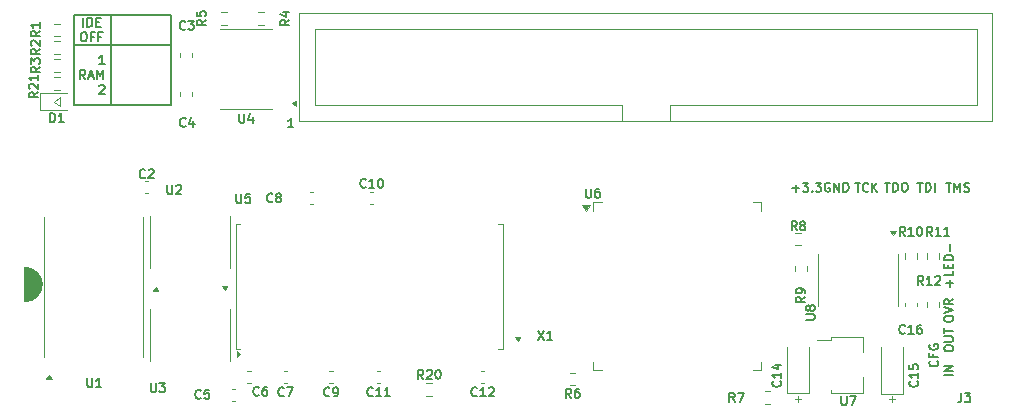
<source format=gto>
G04 #@! TF.GenerationSoftware,KiCad,Pcbnew,9.0.1+1*
G04 #@! TF.CreationDate,2025-12-04T05:02:15+00:00*
G04 #@! TF.ProjectId,RIDE,52494445-2e6b-4696-9361-645f70636258,rev?*
G04 #@! TF.SameCoordinates,Original*
G04 #@! TF.FileFunction,Legend,Top*
G04 #@! TF.FilePolarity,Positive*
%FSLAX46Y46*%
G04 Gerber Fmt 4.6, Leading zero omitted, Abs format (unit mm)*
G04 Created by KiCad (PCBNEW 9.0.1+1) date 2025-12-04 05:02:15*
%MOMM*%
%LPD*%
G01*
G04 APERTURE LIST*
%ADD10C,0.150000*%
%ADD11C,0.149860*%
%ADD12C,0.120000*%
%ADD13C,0.100000*%
%ADD14C,1.700000*%
%ADD15R,0.458000X1.510000*%
%ADD16R,1.503000X1.300000*%
%ADD17O,2.997200X1.676400*%
%ADD18R,1.700000X1.700000*%
%ADD19O,1.700000X1.700000*%
%ADD20R,1.300000X0.900000*%
G04 APERTURE END LIST*
D10*
X7345600Y28793200D02*
X7345600Y33238200D01*
X4170600Y33873200D02*
X12425600Y33873200D01*
X7345600Y28793200D02*
X7345600Y36413200D01*
X7345600Y36413200D02*
X4170600Y36413200D01*
X12425600Y28793200D02*
X7345600Y28793200D01*
X7345600Y36413200D02*
X7345600Y33873200D01*
X716905Y14824625D02*
X1224905Y14316625D01*
X1478905Y13681625D01*
X1351905Y13173625D01*
X970905Y12538625D01*
X462905Y12284625D01*
X81905Y12157625D01*
X81905Y14997431D01*
X716905Y14824625D01*
G36*
X716905Y14824625D02*
G01*
X1224905Y14316625D01*
X1478905Y13681625D01*
X1351905Y13173625D01*
X970905Y12538625D01*
X462905Y12284625D01*
X81905Y12157625D01*
X81905Y14997431D01*
X716905Y14824625D01*
G37*
X4170600Y36413200D02*
X4170600Y28793200D01*
X12425600Y36413200D02*
X12425600Y28793200D01*
X4170600Y28793200D02*
X7345600Y28793200D01*
X7345600Y36413200D02*
X12425600Y36413200D01*
X73901Y15008903D02*
G75*
G02*
X73901Y12169109I13J-1419897D01*
G01*
D11*
X4968885Y35411866D02*
X4968885Y36173866D01*
X5331742Y35411866D02*
X5331742Y36173866D01*
X5331742Y36173866D02*
X5513171Y36173866D01*
X5513171Y36173866D02*
X5622028Y36137580D01*
X5622028Y36137580D02*
X5694599Y36065009D01*
X5694599Y36065009D02*
X5730885Y35992437D01*
X5730885Y35992437D02*
X5767171Y35847294D01*
X5767171Y35847294D02*
X5767171Y35738437D01*
X5767171Y35738437D02*
X5730885Y35593294D01*
X5730885Y35593294D02*
X5694599Y35520723D01*
X5694599Y35520723D02*
X5622028Y35448151D01*
X5622028Y35448151D02*
X5513171Y35411866D01*
X5513171Y35411866D02*
X5331742Y35411866D01*
X6093742Y35811009D02*
X6347742Y35811009D01*
X6456599Y35411866D02*
X6093742Y35411866D01*
X6093742Y35411866D02*
X6093742Y36173866D01*
X6093742Y36173866D02*
X6456599Y36173866D01*
X4968885Y34947089D02*
X5114028Y34947089D01*
X5114028Y34947089D02*
X5186599Y34910803D01*
X5186599Y34910803D02*
X5259171Y34838232D01*
X5259171Y34838232D02*
X5295456Y34693089D01*
X5295456Y34693089D02*
X5295456Y34439089D01*
X5295456Y34439089D02*
X5259171Y34293946D01*
X5259171Y34293946D02*
X5186599Y34221374D01*
X5186599Y34221374D02*
X5114028Y34185089D01*
X5114028Y34185089D02*
X4968885Y34185089D01*
X4968885Y34185089D02*
X4896314Y34221374D01*
X4896314Y34221374D02*
X4823742Y34293946D01*
X4823742Y34293946D02*
X4787456Y34439089D01*
X4787456Y34439089D02*
X4787456Y34693089D01*
X4787456Y34693089D02*
X4823742Y34838232D01*
X4823742Y34838232D02*
X4896314Y34910803D01*
X4896314Y34910803D02*
X4968885Y34947089D01*
X5876028Y34584232D02*
X5622028Y34584232D01*
X5622028Y34185089D02*
X5622028Y34947089D01*
X5622028Y34947089D02*
X5984885Y34947089D01*
X6529171Y34584232D02*
X6275171Y34584232D01*
X6275171Y34185089D02*
X6275171Y34947089D01*
X6275171Y34947089D02*
X6638028Y34947089D01*
X75621371Y22205381D02*
X76056800Y22205381D01*
X75839085Y21443381D02*
X75839085Y22205381D01*
X76310799Y21443381D02*
X76310799Y22205381D01*
X76310799Y22205381D02*
X76492228Y22205381D01*
X76492228Y22205381D02*
X76601085Y22169095D01*
X76601085Y22169095D02*
X76673656Y22096524D01*
X76673656Y22096524D02*
X76709942Y22023952D01*
X76709942Y22023952D02*
X76746228Y21878809D01*
X76746228Y21878809D02*
X76746228Y21769952D01*
X76746228Y21769952D02*
X76709942Y21624809D01*
X76709942Y21624809D02*
X76673656Y21552238D01*
X76673656Y21552238D02*
X76601085Y21479666D01*
X76601085Y21479666D02*
X76492228Y21443381D01*
X76492228Y21443381D02*
X76310799Y21443381D01*
X77072799Y21443381D02*
X77072799Y22205381D01*
X77310351Y7125290D02*
X77346637Y7089004D01*
X77346637Y7089004D02*
X77382922Y6980147D01*
X77382922Y6980147D02*
X77382922Y6907575D01*
X77382922Y6907575D02*
X77346637Y6798718D01*
X77346637Y6798718D02*
X77274065Y6726147D01*
X77274065Y6726147D02*
X77201494Y6689861D01*
X77201494Y6689861D02*
X77056351Y6653575D01*
X77056351Y6653575D02*
X76947494Y6653575D01*
X76947494Y6653575D02*
X76802351Y6689861D01*
X76802351Y6689861D02*
X76729779Y6726147D01*
X76729779Y6726147D02*
X76657208Y6798718D01*
X76657208Y6798718D02*
X76620922Y6907575D01*
X76620922Y6907575D02*
X76620922Y6980147D01*
X76620922Y6980147D02*
X76657208Y7089004D01*
X76657208Y7089004D02*
X76693494Y7125290D01*
X76983779Y7705861D02*
X76983779Y7451861D01*
X77382922Y7451861D02*
X76620922Y7451861D01*
X76620922Y7451861D02*
X76620922Y7814718D01*
X76657208Y8504147D02*
X76620922Y8431575D01*
X76620922Y8431575D02*
X76620922Y8322718D01*
X76620922Y8322718D02*
X76657208Y8213861D01*
X76657208Y8213861D02*
X76729779Y8141290D01*
X76729779Y8141290D02*
X76802351Y8105004D01*
X76802351Y8105004D02*
X76947494Y8068718D01*
X76947494Y8068718D02*
X77056351Y8068718D01*
X77056351Y8068718D02*
X77201494Y8105004D01*
X77201494Y8105004D02*
X77274065Y8141290D01*
X77274065Y8141290D02*
X77346637Y8213861D01*
X77346637Y8213861D02*
X77382922Y8322718D01*
X77382922Y8322718D02*
X77382922Y8395290D01*
X77382922Y8395290D02*
X77346637Y8504147D01*
X77346637Y8504147D02*
X77310351Y8540433D01*
X77310351Y8540433D02*
X77056351Y8540433D01*
X77056351Y8540433D02*
X77056351Y8395290D01*
X72863657Y22205381D02*
X73299086Y22205381D01*
X73081371Y21443381D02*
X73081371Y22205381D01*
X73553085Y21443381D02*
X73553085Y22205381D01*
X73553085Y22205381D02*
X73734514Y22205381D01*
X73734514Y22205381D02*
X73843371Y22169095D01*
X73843371Y22169095D02*
X73915942Y22096524D01*
X73915942Y22096524D02*
X73952228Y22023952D01*
X73952228Y22023952D02*
X73988514Y21878809D01*
X73988514Y21878809D02*
X73988514Y21769952D01*
X73988514Y21769952D02*
X73952228Y21624809D01*
X73952228Y21624809D02*
X73915942Y21552238D01*
X73915942Y21552238D02*
X73843371Y21479666D01*
X73843371Y21479666D02*
X73734514Y21443381D01*
X73734514Y21443381D02*
X73553085Y21443381D01*
X74460228Y22205381D02*
X74605371Y22205381D01*
X74605371Y22205381D02*
X74677942Y22169095D01*
X74677942Y22169095D02*
X74750514Y22096524D01*
X74750514Y22096524D02*
X74786799Y21951381D01*
X74786799Y21951381D02*
X74786799Y21697381D01*
X74786799Y21697381D02*
X74750514Y21552238D01*
X74750514Y21552238D02*
X74677942Y21479666D01*
X74677942Y21479666D02*
X74605371Y21443381D01*
X74605371Y21443381D02*
X74460228Y21443381D01*
X74460228Y21443381D02*
X74387657Y21479666D01*
X74387657Y21479666D02*
X74315085Y21552238D01*
X74315085Y21552238D02*
X74278799Y21697381D01*
X74278799Y21697381D02*
X74278799Y21951381D01*
X74278799Y21951381D02*
X74315085Y22096524D01*
X74315085Y22096524D02*
X74387657Y22169095D01*
X74387657Y22169095D02*
X74460228Y22205381D01*
X78652922Y5925458D02*
X77890922Y5925458D01*
X78652922Y6288315D02*
X77890922Y6288315D01*
X77890922Y6288315D02*
X78652922Y6723744D01*
X78652922Y6723744D02*
X77890922Y6723744D01*
X70341800Y22205381D02*
X70777229Y22205381D01*
X70559514Y21443381D02*
X70559514Y22205381D01*
X71466657Y21515952D02*
X71430371Y21479666D01*
X71430371Y21479666D02*
X71321514Y21443381D01*
X71321514Y21443381D02*
X71248942Y21443381D01*
X71248942Y21443381D02*
X71140085Y21479666D01*
X71140085Y21479666D02*
X71067514Y21552238D01*
X71067514Y21552238D02*
X71031228Y21624809D01*
X71031228Y21624809D02*
X70994942Y21769952D01*
X70994942Y21769952D02*
X70994942Y21878809D01*
X70994942Y21878809D02*
X71031228Y22023952D01*
X71031228Y22023952D02*
X71067514Y22096524D01*
X71067514Y22096524D02*
X71140085Y22169095D01*
X71140085Y22169095D02*
X71248942Y22205381D01*
X71248942Y22205381D02*
X71321514Y22205381D01*
X71321514Y22205381D02*
X71430371Y22169095D01*
X71430371Y22169095D02*
X71466657Y22132809D01*
X71793228Y21443381D02*
X71793228Y22205381D01*
X72228657Y21443381D02*
X71902085Y21878809D01*
X72228657Y22205381D02*
X71793228Y21769952D01*
X65044085Y21733666D02*
X65624657Y21733666D01*
X65334371Y21443381D02*
X65334371Y22023952D01*
X65914943Y22205381D02*
X66386657Y22205381D01*
X66386657Y22205381D02*
X66132657Y21915095D01*
X66132657Y21915095D02*
X66241514Y21915095D01*
X66241514Y21915095D02*
X66314086Y21878809D01*
X66314086Y21878809D02*
X66350371Y21842524D01*
X66350371Y21842524D02*
X66386657Y21769952D01*
X66386657Y21769952D02*
X66386657Y21588524D01*
X66386657Y21588524D02*
X66350371Y21515952D01*
X66350371Y21515952D02*
X66314086Y21479666D01*
X66314086Y21479666D02*
X66241514Y21443381D01*
X66241514Y21443381D02*
X66023800Y21443381D01*
X66023800Y21443381D02*
X65951228Y21479666D01*
X65951228Y21479666D02*
X65914943Y21515952D01*
X66713228Y21515952D02*
X66749514Y21479666D01*
X66749514Y21479666D02*
X66713228Y21443381D01*
X66713228Y21443381D02*
X66676942Y21479666D01*
X66676942Y21479666D02*
X66713228Y21515952D01*
X66713228Y21515952D02*
X66713228Y21443381D01*
X67003514Y22205381D02*
X67475228Y22205381D01*
X67475228Y22205381D02*
X67221228Y21915095D01*
X67221228Y21915095D02*
X67330085Y21915095D01*
X67330085Y21915095D02*
X67402657Y21878809D01*
X67402657Y21878809D02*
X67438942Y21842524D01*
X67438942Y21842524D02*
X67475228Y21769952D01*
X67475228Y21769952D02*
X67475228Y21588524D01*
X67475228Y21588524D02*
X67438942Y21515952D01*
X67438942Y21515952D02*
X67402657Y21479666D01*
X67402657Y21479666D02*
X67330085Y21443381D01*
X67330085Y21443381D02*
X67112371Y21443381D01*
X67112371Y21443381D02*
X67039799Y21479666D01*
X67039799Y21479666D02*
X67003514Y21515952D01*
X78052514Y22205381D02*
X78487943Y22205381D01*
X78270228Y21443381D02*
X78270228Y22205381D01*
X78741942Y21443381D02*
X78741942Y22205381D01*
X78741942Y22205381D02*
X78995942Y21661095D01*
X78995942Y21661095D02*
X79249942Y22205381D01*
X79249942Y22205381D02*
X79249942Y21443381D01*
X79576513Y21479666D02*
X79685371Y21443381D01*
X79685371Y21443381D02*
X79866799Y21443381D01*
X79866799Y21443381D02*
X79939371Y21479666D01*
X79939371Y21479666D02*
X79975656Y21515952D01*
X79975656Y21515952D02*
X80011942Y21588524D01*
X80011942Y21588524D02*
X80011942Y21661095D01*
X80011942Y21661095D02*
X79975656Y21733666D01*
X79975656Y21733666D02*
X79939371Y21769952D01*
X79939371Y21769952D02*
X79866799Y21806238D01*
X79866799Y21806238D02*
X79721656Y21842524D01*
X79721656Y21842524D02*
X79649085Y21878809D01*
X79649085Y21878809D02*
X79612799Y21915095D01*
X79612799Y21915095D02*
X79576513Y21987666D01*
X79576513Y21987666D02*
X79576513Y22060238D01*
X79576513Y22060238D02*
X79612799Y22132809D01*
X79612799Y22132809D02*
X79649085Y22169095D01*
X79649085Y22169095D02*
X79721656Y22205381D01*
X79721656Y22205381D02*
X79903085Y22205381D01*
X79903085Y22205381D02*
X80011942Y22169095D01*
X6365885Y30407906D02*
X6402171Y30444192D01*
X6402171Y30444192D02*
X6474743Y30480478D01*
X6474743Y30480478D02*
X6656171Y30480478D01*
X6656171Y30480478D02*
X6728743Y30444192D01*
X6728743Y30444192D02*
X6765028Y30407906D01*
X6765028Y30407906D02*
X6801314Y30335335D01*
X6801314Y30335335D02*
X6801314Y30262763D01*
X6801314Y30262763D02*
X6765028Y30153906D01*
X6765028Y30153906D02*
X6329600Y29718478D01*
X6329600Y29718478D02*
X6801314Y29718478D01*
X6801314Y32258478D02*
X6365885Y32258478D01*
X6583600Y32258478D02*
X6583600Y33020478D01*
X6583600Y33020478D02*
X6511028Y32911621D01*
X6511028Y32911621D02*
X6438457Y32839049D01*
X6438457Y32839049D02*
X6365885Y32802763D01*
X68200942Y22169095D02*
X68128371Y22205381D01*
X68128371Y22205381D02*
X68019513Y22205381D01*
X68019513Y22205381D02*
X67910656Y22169095D01*
X67910656Y22169095D02*
X67838085Y22096524D01*
X67838085Y22096524D02*
X67801799Y22023952D01*
X67801799Y22023952D02*
X67765513Y21878809D01*
X67765513Y21878809D02*
X67765513Y21769952D01*
X67765513Y21769952D02*
X67801799Y21624809D01*
X67801799Y21624809D02*
X67838085Y21552238D01*
X67838085Y21552238D02*
X67910656Y21479666D01*
X67910656Y21479666D02*
X68019513Y21443381D01*
X68019513Y21443381D02*
X68092085Y21443381D01*
X68092085Y21443381D02*
X68200942Y21479666D01*
X68200942Y21479666D02*
X68237228Y21515952D01*
X68237228Y21515952D02*
X68237228Y21769952D01*
X68237228Y21769952D02*
X68092085Y21769952D01*
X68563799Y21443381D02*
X68563799Y22205381D01*
X68563799Y22205381D02*
X68999228Y21443381D01*
X68999228Y21443381D02*
X68999228Y22205381D01*
X69362085Y21443381D02*
X69362085Y22205381D01*
X69362085Y22205381D02*
X69543514Y22205381D01*
X69543514Y22205381D02*
X69652371Y22169095D01*
X69652371Y22169095D02*
X69724942Y22096524D01*
X69724942Y22096524D02*
X69761228Y22023952D01*
X69761228Y22023952D02*
X69797514Y21878809D01*
X69797514Y21878809D02*
X69797514Y21769952D01*
X69797514Y21769952D02*
X69761228Y21624809D01*
X69761228Y21624809D02*
X69724942Y21552238D01*
X69724942Y21552238D02*
X69652371Y21479666D01*
X69652371Y21479666D02*
X69543514Y21443381D01*
X69543514Y21443381D02*
X69362085Y21443381D01*
X78362637Y13418457D02*
X78362637Y13999028D01*
X78652922Y13708743D02*
X78072351Y13708743D01*
X78652922Y14724743D02*
X78652922Y14361886D01*
X78652922Y14361886D02*
X77890922Y14361886D01*
X78253779Y14978743D02*
X78253779Y15232743D01*
X78652922Y15341600D02*
X78652922Y14978743D01*
X78652922Y14978743D02*
X77890922Y14978743D01*
X77890922Y14978743D02*
X77890922Y15341600D01*
X78652922Y15668172D02*
X77890922Y15668172D01*
X77890922Y15668172D02*
X77890922Y15849601D01*
X77890922Y15849601D02*
X77927208Y15958458D01*
X77927208Y15958458D02*
X77999779Y16031029D01*
X77999779Y16031029D02*
X78072351Y16067315D01*
X78072351Y16067315D02*
X78217494Y16103601D01*
X78217494Y16103601D02*
X78326351Y16103601D01*
X78326351Y16103601D02*
X78471494Y16067315D01*
X78471494Y16067315D02*
X78544065Y16031029D01*
X78544065Y16031029D02*
X78616637Y15958458D01*
X78616637Y15958458D02*
X78652922Y15849601D01*
X78652922Y15849601D02*
X78652922Y15668172D01*
X78362637Y16430172D02*
X78362637Y17010743D01*
X77890922Y8105004D02*
X77890922Y8250147D01*
X77890922Y8250147D02*
X77927208Y8322718D01*
X77927208Y8322718D02*
X77999779Y8395290D01*
X77999779Y8395290D02*
X78144922Y8431575D01*
X78144922Y8431575D02*
X78398922Y8431575D01*
X78398922Y8431575D02*
X78544065Y8395290D01*
X78544065Y8395290D02*
X78616637Y8322718D01*
X78616637Y8322718D02*
X78652922Y8250147D01*
X78652922Y8250147D02*
X78652922Y8105004D01*
X78652922Y8105004D02*
X78616637Y8032432D01*
X78616637Y8032432D02*
X78544065Y7959861D01*
X78544065Y7959861D02*
X78398922Y7923575D01*
X78398922Y7923575D02*
X78144922Y7923575D01*
X78144922Y7923575D02*
X77999779Y7959861D01*
X77999779Y7959861D02*
X77927208Y8032432D01*
X77927208Y8032432D02*
X77890922Y8105004D01*
X77890922Y8758147D02*
X78507779Y8758147D01*
X78507779Y8758147D02*
X78580351Y8794433D01*
X78580351Y8794433D02*
X78616637Y8830718D01*
X78616637Y8830718D02*
X78652922Y8903290D01*
X78652922Y8903290D02*
X78652922Y9048433D01*
X78652922Y9048433D02*
X78616637Y9121004D01*
X78616637Y9121004D02*
X78580351Y9157290D01*
X78580351Y9157290D02*
X78507779Y9193576D01*
X78507779Y9193576D02*
X77890922Y9193576D01*
X77890922Y9447576D02*
X77890922Y9883004D01*
X78652922Y9665290D02*
X77890922Y9665290D01*
X5168457Y30988478D02*
X4914457Y31351335D01*
X4733028Y30988478D02*
X4733028Y31750478D01*
X4733028Y31750478D02*
X5023314Y31750478D01*
X5023314Y31750478D02*
X5095885Y31714192D01*
X5095885Y31714192D02*
X5132171Y31677906D01*
X5132171Y31677906D02*
X5168457Y31605335D01*
X5168457Y31605335D02*
X5168457Y31496478D01*
X5168457Y31496478D02*
X5132171Y31423906D01*
X5132171Y31423906D02*
X5095885Y31387621D01*
X5095885Y31387621D02*
X5023314Y31351335D01*
X5023314Y31351335D02*
X4733028Y31351335D01*
X5458742Y31206192D02*
X5821600Y31206192D01*
X5386171Y30988478D02*
X5640171Y31750478D01*
X5640171Y31750478D02*
X5894171Y30988478D01*
X6148171Y30988478D02*
X6148171Y31750478D01*
X6148171Y31750478D02*
X6402171Y31206192D01*
X6402171Y31206192D02*
X6656171Y31750478D01*
X6656171Y31750478D02*
X6656171Y30988478D01*
X22774719Y26904478D02*
X22339290Y26904478D01*
X22557005Y26904478D02*
X22557005Y27666478D01*
X22557005Y27666478D02*
X22484433Y27557621D01*
X22484433Y27557621D02*
X22411862Y27485049D01*
X22411862Y27485049D02*
X22339290Y27448763D01*
X77890922Y10624458D02*
X77890922Y10769601D01*
X77890922Y10769601D02*
X77927208Y10842172D01*
X77927208Y10842172D02*
X77999779Y10914744D01*
X77999779Y10914744D02*
X78144922Y10951029D01*
X78144922Y10951029D02*
X78398922Y10951029D01*
X78398922Y10951029D02*
X78544065Y10914744D01*
X78544065Y10914744D02*
X78616637Y10842172D01*
X78616637Y10842172D02*
X78652922Y10769601D01*
X78652922Y10769601D02*
X78652922Y10624458D01*
X78652922Y10624458D02*
X78616637Y10551886D01*
X78616637Y10551886D02*
X78544065Y10479315D01*
X78544065Y10479315D02*
X78398922Y10443029D01*
X78398922Y10443029D02*
X78144922Y10443029D01*
X78144922Y10443029D02*
X77999779Y10479315D01*
X77999779Y10479315D02*
X77927208Y10551886D01*
X77927208Y10551886D02*
X77890922Y10624458D01*
X77890922Y11168744D02*
X78652922Y11422744D01*
X78652922Y11422744D02*
X77890922Y11676744D01*
X78652922Y12366173D02*
X78290065Y12112173D01*
X78652922Y11930744D02*
X77890922Y11930744D01*
X77890922Y11930744D02*
X77890922Y12221030D01*
X77890922Y12221030D02*
X77927208Y12293601D01*
X77927208Y12293601D02*
X77963494Y12329887D01*
X77963494Y12329887D02*
X78036065Y12366173D01*
X78036065Y12366173D02*
X78144922Y12366173D01*
X78144922Y12366173D02*
X78217494Y12329887D01*
X78217494Y12329887D02*
X78253779Y12293601D01*
X78253779Y12293601D02*
X78290065Y12221030D01*
X78290065Y12221030D02*
X78290065Y11930744D01*
X46304200Y3998678D02*
X46050200Y4361535D01*
X45868771Y3998678D02*
X45868771Y4760678D01*
X45868771Y4760678D02*
X46159057Y4760678D01*
X46159057Y4760678D02*
X46231628Y4724392D01*
X46231628Y4724392D02*
X46267914Y4688106D01*
X46267914Y4688106D02*
X46304200Y4615535D01*
X46304200Y4615535D02*
X46304200Y4506678D01*
X46304200Y4506678D02*
X46267914Y4434106D01*
X46267914Y4434106D02*
X46231628Y4397821D01*
X46231628Y4397821D02*
X46159057Y4361535D01*
X46159057Y4361535D02*
X45868771Y4361535D01*
X46957343Y4760678D02*
X46812200Y4760678D01*
X46812200Y4760678D02*
X46739628Y4724392D01*
X46739628Y4724392D02*
X46703343Y4688106D01*
X46703343Y4688106D02*
X46630771Y4579249D01*
X46630771Y4579249D02*
X46594485Y4434106D01*
X46594485Y4434106D02*
X46594485Y4143821D01*
X46594485Y4143821D02*
X46630771Y4071249D01*
X46630771Y4071249D02*
X46667057Y4034963D01*
X46667057Y4034963D02*
X46739628Y3998678D01*
X46739628Y3998678D02*
X46884771Y3998678D01*
X46884771Y3998678D02*
X46957343Y4034963D01*
X46957343Y4034963D02*
X46993628Y4071249D01*
X46993628Y4071249D02*
X47029914Y4143821D01*
X47029914Y4143821D02*
X47029914Y4325249D01*
X47029914Y4325249D02*
X46993628Y4397821D01*
X46993628Y4397821D02*
X46957343Y4434106D01*
X46957343Y4434106D02*
X46884771Y4470392D01*
X46884771Y4470392D02*
X46739628Y4470392D01*
X46739628Y4470392D02*
X46667057Y4434106D01*
X46667057Y4434106D02*
X46630771Y4397821D01*
X46630771Y4397821D02*
X46594485Y4325249D01*
X66181522Y10620829D02*
X66798379Y10620829D01*
X66798379Y10620829D02*
X66870951Y10657115D01*
X66870951Y10657115D02*
X66907237Y10693400D01*
X66907237Y10693400D02*
X66943522Y10765972D01*
X66943522Y10765972D02*
X66943522Y10911115D01*
X66943522Y10911115D02*
X66907237Y10983686D01*
X66907237Y10983686D02*
X66870951Y11019972D01*
X66870951Y11019972D02*
X66798379Y11056258D01*
X66798379Y11056258D02*
X66181522Y11056258D01*
X66508094Y11527972D02*
X66471808Y11455401D01*
X66471808Y11455401D02*
X66435522Y11419115D01*
X66435522Y11419115D02*
X66362951Y11382829D01*
X66362951Y11382829D02*
X66326665Y11382829D01*
X66326665Y11382829D02*
X66254094Y11419115D01*
X66254094Y11419115D02*
X66217808Y11455401D01*
X66217808Y11455401D02*
X66181522Y11527972D01*
X66181522Y11527972D02*
X66181522Y11673115D01*
X66181522Y11673115D02*
X66217808Y11745686D01*
X66217808Y11745686D02*
X66254094Y11781972D01*
X66254094Y11781972D02*
X66326665Y11818258D01*
X66326665Y11818258D02*
X66362951Y11818258D01*
X66362951Y11818258D02*
X66435522Y11781972D01*
X66435522Y11781972D02*
X66471808Y11745686D01*
X66471808Y11745686D02*
X66508094Y11673115D01*
X66508094Y11673115D02*
X66508094Y11527972D01*
X66508094Y11527972D02*
X66544379Y11455401D01*
X66544379Y11455401D02*
X66580665Y11419115D01*
X66580665Y11419115D02*
X66653237Y11382829D01*
X66653237Y11382829D02*
X66798379Y11382829D01*
X66798379Y11382829D02*
X66870951Y11419115D01*
X66870951Y11419115D02*
X66907237Y11455401D01*
X66907237Y11455401D02*
X66943522Y11527972D01*
X66943522Y11527972D02*
X66943522Y11673115D01*
X66943522Y11673115D02*
X66907237Y11745686D01*
X66907237Y11745686D02*
X66870951Y11781972D01*
X66870951Y11781972D02*
X66798379Y11818258D01*
X66798379Y11818258D02*
X66653237Y11818258D01*
X66653237Y11818258D02*
X66580665Y11781972D01*
X66580665Y11781972D02*
X66544379Y11745686D01*
X66544379Y11745686D02*
X66508094Y11673115D01*
X5333128Y5677781D02*
X5333128Y5060924D01*
X5333128Y5060924D02*
X5369414Y4988352D01*
X5369414Y4988352D02*
X5405700Y4952066D01*
X5405700Y4952066D02*
X5478271Y4915781D01*
X5478271Y4915781D02*
X5623414Y4915781D01*
X5623414Y4915781D02*
X5695985Y4952066D01*
X5695985Y4952066D02*
X5732271Y4988352D01*
X5732271Y4988352D02*
X5768557Y5060924D01*
X5768557Y5060924D02*
X5768557Y5677781D01*
X6530557Y4915781D02*
X6095128Y4915781D01*
X6312843Y4915781D02*
X6312843Y5677781D01*
X6312843Y5677781D02*
X6240271Y5568924D01*
X6240271Y5568924D02*
X6167700Y5496352D01*
X6167700Y5496352D02*
X6095128Y5460066D01*
X14958000Y3978049D02*
X14921714Y3941763D01*
X14921714Y3941763D02*
X14812857Y3905478D01*
X14812857Y3905478D02*
X14740285Y3905478D01*
X14740285Y3905478D02*
X14631428Y3941763D01*
X14631428Y3941763D02*
X14558857Y4014335D01*
X14558857Y4014335D02*
X14522571Y4086906D01*
X14522571Y4086906D02*
X14486285Y4232049D01*
X14486285Y4232049D02*
X14486285Y4340906D01*
X14486285Y4340906D02*
X14522571Y4486049D01*
X14522571Y4486049D02*
X14558857Y4558621D01*
X14558857Y4558621D02*
X14631428Y4631192D01*
X14631428Y4631192D02*
X14740285Y4667478D01*
X14740285Y4667478D02*
X14812857Y4667478D01*
X14812857Y4667478D02*
X14921714Y4631192D01*
X14921714Y4631192D02*
X14958000Y4594906D01*
X15647428Y4667478D02*
X15284571Y4667478D01*
X15284571Y4667478D02*
X15248285Y4304621D01*
X15248285Y4304621D02*
X15284571Y4340906D01*
X15284571Y4340906D02*
X15357143Y4377192D01*
X15357143Y4377192D02*
X15538571Y4377192D01*
X15538571Y4377192D02*
X15611143Y4340906D01*
X15611143Y4340906D02*
X15647428Y4304621D01*
X15647428Y4304621D02*
X15683714Y4232049D01*
X15683714Y4232049D02*
X15683714Y4050621D01*
X15683714Y4050621D02*
X15647428Y3978049D01*
X15647428Y3978049D02*
X15611143Y3941763D01*
X15611143Y3941763D02*
X15538571Y3905478D01*
X15538571Y3905478D02*
X15357143Y3905478D01*
X15357143Y3905478D02*
X15284571Y3941763D01*
X15284571Y3941763D02*
X15248285Y3978049D01*
X17958229Y21254781D02*
X17958229Y20637924D01*
X17958229Y20637924D02*
X17994515Y20565352D01*
X17994515Y20565352D02*
X18030801Y20529066D01*
X18030801Y20529066D02*
X18103372Y20492781D01*
X18103372Y20492781D02*
X18248515Y20492781D01*
X18248515Y20492781D02*
X18321086Y20529066D01*
X18321086Y20529066D02*
X18357372Y20565352D01*
X18357372Y20565352D02*
X18393658Y20637924D01*
X18393658Y20637924D02*
X18393658Y21254781D01*
X19119372Y21254781D02*
X18756515Y21254781D01*
X18756515Y21254781D02*
X18720229Y20891924D01*
X18720229Y20891924D02*
X18756515Y20928209D01*
X18756515Y20928209D02*
X18829087Y20964495D01*
X18829087Y20964495D02*
X19010515Y20964495D01*
X19010515Y20964495D02*
X19083087Y20928209D01*
X19083087Y20928209D02*
X19119372Y20891924D01*
X19119372Y20891924D02*
X19155658Y20819352D01*
X19155658Y20819352D02*
X19155658Y20637924D01*
X19155658Y20637924D02*
X19119372Y20565352D01*
X19119372Y20565352D02*
X19083087Y20529066D01*
X19083087Y20529066D02*
X19010515Y20492781D01*
X19010515Y20492781D02*
X18829087Y20492781D01*
X18829087Y20492781D02*
X18756515Y20529066D01*
X18756515Y20529066D02*
X18720229Y20565352D01*
X43528343Y9688278D02*
X44036343Y8926278D01*
X44036343Y9688278D02*
X43528343Y8926278D01*
X44725771Y8926278D02*
X44290342Y8926278D01*
X44508057Y8926278D02*
X44508057Y9688278D01*
X44508057Y9688278D02*
X44435485Y9579421D01*
X44435485Y9579421D02*
X44362914Y9506849D01*
X44362914Y9506849D02*
X44290342Y9470563D01*
X29506944Y4191852D02*
X29470658Y4155566D01*
X29470658Y4155566D02*
X29361801Y4119281D01*
X29361801Y4119281D02*
X29289229Y4119281D01*
X29289229Y4119281D02*
X29180372Y4155566D01*
X29180372Y4155566D02*
X29107801Y4228138D01*
X29107801Y4228138D02*
X29071515Y4300709D01*
X29071515Y4300709D02*
X29035229Y4445852D01*
X29035229Y4445852D02*
X29035229Y4554709D01*
X29035229Y4554709D02*
X29071515Y4699852D01*
X29071515Y4699852D02*
X29107801Y4772424D01*
X29107801Y4772424D02*
X29180372Y4844995D01*
X29180372Y4844995D02*
X29289229Y4881281D01*
X29289229Y4881281D02*
X29361801Y4881281D01*
X29361801Y4881281D02*
X29470658Y4844995D01*
X29470658Y4844995D02*
X29506944Y4808709D01*
X30232658Y4119281D02*
X29797229Y4119281D01*
X30014944Y4119281D02*
X30014944Y4881281D01*
X30014944Y4881281D02*
X29942372Y4772424D01*
X29942372Y4772424D02*
X29869801Y4699852D01*
X29869801Y4699852D02*
X29797229Y4663566D01*
X30958372Y4119281D02*
X30522943Y4119281D01*
X30740658Y4119281D02*
X30740658Y4881281D01*
X30740658Y4881281D02*
X30668086Y4772424D01*
X30668086Y4772424D02*
X30595515Y4699852D01*
X30595515Y4699852D02*
X30522943Y4663566D01*
X18212229Y28068890D02*
X18212229Y27452033D01*
X18212229Y27452033D02*
X18248515Y27379461D01*
X18248515Y27379461D02*
X18284801Y27343175D01*
X18284801Y27343175D02*
X18357372Y27306890D01*
X18357372Y27306890D02*
X18502515Y27306890D01*
X18502515Y27306890D02*
X18575086Y27343175D01*
X18575086Y27343175D02*
X18611372Y27379461D01*
X18611372Y27379461D02*
X18647658Y27452033D01*
X18647658Y27452033D02*
X18647658Y28068890D01*
X19337087Y27814890D02*
X19337087Y27306890D01*
X19155658Y28105175D02*
X18974229Y27560890D01*
X18974229Y27560890D02*
X19445944Y27560890D01*
X13665200Y27007449D02*
X13628914Y26971163D01*
X13628914Y26971163D02*
X13520057Y26934878D01*
X13520057Y26934878D02*
X13447485Y26934878D01*
X13447485Y26934878D02*
X13338628Y26971163D01*
X13338628Y26971163D02*
X13266057Y27043735D01*
X13266057Y27043735D02*
X13229771Y27116306D01*
X13229771Y27116306D02*
X13193485Y27261449D01*
X13193485Y27261449D02*
X13193485Y27370306D01*
X13193485Y27370306D02*
X13229771Y27515449D01*
X13229771Y27515449D02*
X13266057Y27588021D01*
X13266057Y27588021D02*
X13338628Y27660592D01*
X13338628Y27660592D02*
X13447485Y27696878D01*
X13447485Y27696878D02*
X13520057Y27696878D01*
X13520057Y27696878D02*
X13628914Y27660592D01*
X13628914Y27660592D02*
X13665200Y27624306D01*
X14318343Y27442878D02*
X14318343Y26934878D01*
X14136914Y27733163D02*
X13955485Y27188878D01*
X13955485Y27188878D02*
X14427200Y27188878D01*
X75608539Y5402944D02*
X75644825Y5366658D01*
X75644825Y5366658D02*
X75681110Y5257801D01*
X75681110Y5257801D02*
X75681110Y5185229D01*
X75681110Y5185229D02*
X75644825Y5076372D01*
X75644825Y5076372D02*
X75572253Y5003801D01*
X75572253Y5003801D02*
X75499682Y4967515D01*
X75499682Y4967515D02*
X75354539Y4931229D01*
X75354539Y4931229D02*
X75245682Y4931229D01*
X75245682Y4931229D02*
X75100539Y4967515D01*
X75100539Y4967515D02*
X75027967Y5003801D01*
X75027967Y5003801D02*
X74955396Y5076372D01*
X74955396Y5076372D02*
X74919110Y5185229D01*
X74919110Y5185229D02*
X74919110Y5257801D01*
X74919110Y5257801D02*
X74955396Y5366658D01*
X74955396Y5366658D02*
X74991682Y5402944D01*
X75681110Y6128658D02*
X75681110Y5693229D01*
X75681110Y5910944D02*
X74919110Y5910944D01*
X74919110Y5910944D02*
X75027967Y5838372D01*
X75027967Y5838372D02*
X75100539Y5765801D01*
X75100539Y5765801D02*
X75136825Y5693229D01*
X74919110Y6818086D02*
X74919110Y6455229D01*
X74919110Y6455229D02*
X75281967Y6418943D01*
X75281967Y6418943D02*
X75245682Y6455229D01*
X75245682Y6455229D02*
X75209396Y6527800D01*
X75209396Y6527800D02*
X75209396Y6709229D01*
X75209396Y6709229D02*
X75245682Y6781800D01*
X75245682Y6781800D02*
X75281967Y6818086D01*
X75281967Y6818086D02*
X75354539Y6854372D01*
X75354539Y6854372D02*
X75535967Y6854372D01*
X75535967Y6854372D02*
X75608539Y6818086D01*
X75608539Y6818086D02*
X75644825Y6781800D01*
X75644825Y6781800D02*
X75681110Y6709229D01*
X75681110Y6709229D02*
X75681110Y6527800D01*
X75681110Y6527800D02*
X75644825Y6455229D01*
X75644825Y6455229D02*
X75608539Y6418943D01*
X74567143Y9481449D02*
X74530857Y9445163D01*
X74530857Y9445163D02*
X74422000Y9408878D01*
X74422000Y9408878D02*
X74349428Y9408878D01*
X74349428Y9408878D02*
X74240571Y9445163D01*
X74240571Y9445163D02*
X74168000Y9517735D01*
X74168000Y9517735D02*
X74131714Y9590306D01*
X74131714Y9590306D02*
X74095428Y9735449D01*
X74095428Y9735449D02*
X74095428Y9844306D01*
X74095428Y9844306D02*
X74131714Y9989449D01*
X74131714Y9989449D02*
X74168000Y10062021D01*
X74168000Y10062021D02*
X74240571Y10134592D01*
X74240571Y10134592D02*
X74349428Y10170878D01*
X74349428Y10170878D02*
X74422000Y10170878D01*
X74422000Y10170878D02*
X74530857Y10134592D01*
X74530857Y10134592D02*
X74567143Y10098306D01*
X75292857Y9408878D02*
X74857428Y9408878D01*
X75075143Y9408878D02*
X75075143Y10170878D01*
X75075143Y10170878D02*
X75002571Y10062021D01*
X75002571Y10062021D02*
X74930000Y9989449D01*
X74930000Y9989449D02*
X74857428Y9953163D01*
X75946000Y10170878D02*
X75800857Y10170878D01*
X75800857Y10170878D02*
X75728285Y10134592D01*
X75728285Y10134592D02*
X75692000Y10098306D01*
X75692000Y10098306D02*
X75619428Y9989449D01*
X75619428Y9989449D02*
X75583142Y9844306D01*
X75583142Y9844306D02*
X75583142Y9554021D01*
X75583142Y9554021D02*
X75619428Y9481449D01*
X75619428Y9481449D02*
X75655714Y9445163D01*
X75655714Y9445163D02*
X75728285Y9408878D01*
X75728285Y9408878D02*
X75873428Y9408878D01*
X75873428Y9408878D02*
X75946000Y9445163D01*
X75946000Y9445163D02*
X75982285Y9481449D01*
X75982285Y9481449D02*
X76018571Y9554021D01*
X76018571Y9554021D02*
X76018571Y9735449D01*
X76018571Y9735449D02*
X75982285Y9808021D01*
X75982285Y9808021D02*
X75946000Y9844306D01*
X75946000Y9844306D02*
X75873428Y9880592D01*
X75873428Y9880592D02*
X75728285Y9880592D01*
X75728285Y9880592D02*
X75655714Y9844306D01*
X75655714Y9844306D02*
X75619428Y9808021D01*
X75619428Y9808021D02*
X75583142Y9735449D01*
X38330747Y4191852D02*
X38294461Y4155566D01*
X38294461Y4155566D02*
X38185604Y4119281D01*
X38185604Y4119281D02*
X38113032Y4119281D01*
X38113032Y4119281D02*
X38004175Y4155566D01*
X38004175Y4155566D02*
X37931604Y4228138D01*
X37931604Y4228138D02*
X37895318Y4300709D01*
X37895318Y4300709D02*
X37859032Y4445852D01*
X37859032Y4445852D02*
X37859032Y4554709D01*
X37859032Y4554709D02*
X37895318Y4699852D01*
X37895318Y4699852D02*
X37931604Y4772424D01*
X37931604Y4772424D02*
X38004175Y4844995D01*
X38004175Y4844995D02*
X38113032Y4881281D01*
X38113032Y4881281D02*
X38185604Y4881281D01*
X38185604Y4881281D02*
X38294461Y4844995D01*
X38294461Y4844995D02*
X38330747Y4808709D01*
X39056461Y4119281D02*
X38621032Y4119281D01*
X38838747Y4119281D02*
X38838747Y4881281D01*
X38838747Y4881281D02*
X38766175Y4772424D01*
X38766175Y4772424D02*
X38693604Y4699852D01*
X38693604Y4699852D02*
X38621032Y4663566D01*
X39346746Y4808709D02*
X39383032Y4844995D01*
X39383032Y4844995D02*
X39455604Y4881281D01*
X39455604Y4881281D02*
X39637032Y4881281D01*
X39637032Y4881281D02*
X39709604Y4844995D01*
X39709604Y4844995D02*
X39745889Y4808709D01*
X39745889Y4808709D02*
X39782175Y4736138D01*
X39782175Y4736138D02*
X39782175Y4663566D01*
X39782175Y4663566D02*
X39745889Y4554709D01*
X39745889Y4554709D02*
X39310461Y4119281D01*
X39310461Y4119281D02*
X39782175Y4119281D01*
X13639800Y35237049D02*
X13603514Y35200763D01*
X13603514Y35200763D02*
X13494657Y35164478D01*
X13494657Y35164478D02*
X13422085Y35164478D01*
X13422085Y35164478D02*
X13313228Y35200763D01*
X13313228Y35200763D02*
X13240657Y35273335D01*
X13240657Y35273335D02*
X13204371Y35345906D01*
X13204371Y35345906D02*
X13168085Y35491049D01*
X13168085Y35491049D02*
X13168085Y35599906D01*
X13168085Y35599906D02*
X13204371Y35745049D01*
X13204371Y35745049D02*
X13240657Y35817621D01*
X13240657Y35817621D02*
X13313228Y35890192D01*
X13313228Y35890192D02*
X13422085Y35926478D01*
X13422085Y35926478D02*
X13494657Y35926478D01*
X13494657Y35926478D02*
X13603514Y35890192D01*
X13603514Y35890192D02*
X13639800Y35853906D01*
X13893800Y35926478D02*
X14365514Y35926478D01*
X14365514Y35926478D02*
X14111514Y35636192D01*
X14111514Y35636192D02*
X14220371Y35636192D01*
X14220371Y35636192D02*
X14292943Y35599906D01*
X14292943Y35599906D02*
X14329228Y35563621D01*
X14329228Y35563621D02*
X14365514Y35491049D01*
X14365514Y35491049D02*
X14365514Y35309621D01*
X14365514Y35309621D02*
X14329228Y35237049D01*
X14329228Y35237049D02*
X14292943Y35200763D01*
X14292943Y35200763D02*
X14220371Y35164478D01*
X14220371Y35164478D02*
X14002657Y35164478D01*
X14002657Y35164478D02*
X13930085Y35200763D01*
X13930085Y35200763D02*
X13893800Y35237049D01*
X64005950Y5405935D02*
X64042236Y5369649D01*
X64042236Y5369649D02*
X64078521Y5260792D01*
X64078521Y5260792D02*
X64078521Y5188220D01*
X64078521Y5188220D02*
X64042236Y5079363D01*
X64042236Y5079363D02*
X63969664Y5006792D01*
X63969664Y5006792D02*
X63897093Y4970506D01*
X63897093Y4970506D02*
X63751950Y4934220D01*
X63751950Y4934220D02*
X63643093Y4934220D01*
X63643093Y4934220D02*
X63497950Y4970506D01*
X63497950Y4970506D02*
X63425378Y5006792D01*
X63425378Y5006792D02*
X63352807Y5079363D01*
X63352807Y5079363D02*
X63316521Y5188220D01*
X63316521Y5188220D02*
X63316521Y5260792D01*
X63316521Y5260792D02*
X63352807Y5369649D01*
X63352807Y5369649D02*
X63389093Y5405935D01*
X64078521Y6131649D02*
X64078521Y5696220D01*
X64078521Y5913935D02*
X63316521Y5913935D01*
X63316521Y5913935D02*
X63425378Y5841363D01*
X63425378Y5841363D02*
X63497950Y5768792D01*
X63497950Y5768792D02*
X63534236Y5696220D01*
X63570521Y6784791D02*
X64078521Y6784791D01*
X63280236Y6603363D02*
X63824521Y6421934D01*
X63824521Y6421934D02*
X63824521Y6893649D01*
X12116229Y22016781D02*
X12116229Y21399924D01*
X12116229Y21399924D02*
X12152515Y21327352D01*
X12152515Y21327352D02*
X12188801Y21291066D01*
X12188801Y21291066D02*
X12261372Y21254781D01*
X12261372Y21254781D02*
X12406515Y21254781D01*
X12406515Y21254781D02*
X12479086Y21291066D01*
X12479086Y21291066D02*
X12515372Y21327352D01*
X12515372Y21327352D02*
X12551658Y21399924D01*
X12551658Y21399924D02*
X12551658Y22016781D01*
X12878229Y21944209D02*
X12914515Y21980495D01*
X12914515Y21980495D02*
X12987087Y22016781D01*
X12987087Y22016781D02*
X13168515Y22016781D01*
X13168515Y22016781D02*
X13241087Y21980495D01*
X13241087Y21980495D02*
X13277372Y21944209D01*
X13277372Y21944209D02*
X13313658Y21871638D01*
X13313658Y21871638D02*
X13313658Y21799066D01*
X13313658Y21799066D02*
X13277372Y21690209D01*
X13277372Y21690209D02*
X12841944Y21254781D01*
X12841944Y21254781D02*
X13313658Y21254781D01*
X33800143Y5598878D02*
X33546143Y5961735D01*
X33364714Y5598878D02*
X33364714Y6360878D01*
X33364714Y6360878D02*
X33655000Y6360878D01*
X33655000Y6360878D02*
X33727571Y6324592D01*
X33727571Y6324592D02*
X33763857Y6288306D01*
X33763857Y6288306D02*
X33800143Y6215735D01*
X33800143Y6215735D02*
X33800143Y6106878D01*
X33800143Y6106878D02*
X33763857Y6034306D01*
X33763857Y6034306D02*
X33727571Y5998021D01*
X33727571Y5998021D02*
X33655000Y5961735D01*
X33655000Y5961735D02*
X33364714Y5961735D01*
X34090428Y6288306D02*
X34126714Y6324592D01*
X34126714Y6324592D02*
X34199286Y6360878D01*
X34199286Y6360878D02*
X34380714Y6360878D01*
X34380714Y6360878D02*
X34453286Y6324592D01*
X34453286Y6324592D02*
X34489571Y6288306D01*
X34489571Y6288306D02*
X34525857Y6215735D01*
X34525857Y6215735D02*
X34525857Y6143163D01*
X34525857Y6143163D02*
X34489571Y6034306D01*
X34489571Y6034306D02*
X34054143Y5598878D01*
X34054143Y5598878D02*
X34525857Y5598878D01*
X34997571Y6360878D02*
X35070142Y6360878D01*
X35070142Y6360878D02*
X35142714Y6324592D01*
X35142714Y6324592D02*
X35179000Y6288306D01*
X35179000Y6288306D02*
X35215285Y6215735D01*
X35215285Y6215735D02*
X35251571Y6070592D01*
X35251571Y6070592D02*
X35251571Y5889163D01*
X35251571Y5889163D02*
X35215285Y5744021D01*
X35215285Y5744021D02*
X35179000Y5671449D01*
X35179000Y5671449D02*
X35142714Y5635163D01*
X35142714Y5635163D02*
X35070142Y5598878D01*
X35070142Y5598878D02*
X34997571Y5598878D01*
X34997571Y5598878D02*
X34925000Y5635163D01*
X34925000Y5635163D02*
X34888714Y5671449D01*
X34888714Y5671449D02*
X34852428Y5744021D01*
X34852428Y5744021D02*
X34816142Y5889163D01*
X34816142Y5889163D02*
X34816142Y6070592D01*
X34816142Y6070592D02*
X34852428Y6215735D01*
X34852428Y6215735D02*
X34888714Y6288306D01*
X34888714Y6288306D02*
X34925000Y6324592D01*
X34925000Y6324592D02*
X34997571Y6360878D01*
X15381522Y36017201D02*
X15018665Y35763201D01*
X15381522Y35581772D02*
X14619522Y35581772D01*
X14619522Y35581772D02*
X14619522Y35872058D01*
X14619522Y35872058D02*
X14655808Y35944629D01*
X14655808Y35944629D02*
X14692094Y35980915D01*
X14692094Y35980915D02*
X14764665Y36017201D01*
X14764665Y36017201D02*
X14873522Y36017201D01*
X14873522Y36017201D02*
X14946094Y35980915D01*
X14946094Y35980915D02*
X14982379Y35944629D01*
X14982379Y35944629D02*
X15018665Y35872058D01*
X15018665Y35872058D02*
X15018665Y35581772D01*
X14619522Y36706629D02*
X14619522Y36343772D01*
X14619522Y36343772D02*
X14982379Y36307486D01*
X14982379Y36307486D02*
X14946094Y36343772D01*
X14946094Y36343772D02*
X14909808Y36416343D01*
X14909808Y36416343D02*
X14909808Y36597772D01*
X14909808Y36597772D02*
X14946094Y36670343D01*
X14946094Y36670343D02*
X14982379Y36706629D01*
X14982379Y36706629D02*
X15054951Y36742915D01*
X15054951Y36742915D02*
X15236379Y36742915D01*
X15236379Y36742915D02*
X15308951Y36706629D01*
X15308951Y36706629D02*
X15345237Y36670343D01*
X15345237Y36670343D02*
X15381522Y36597772D01*
X15381522Y36597772D02*
X15381522Y36416343D01*
X15381522Y36416343D02*
X15345237Y36343772D01*
X15345237Y36343772D02*
X15308951Y36307486D01*
X74567143Y17714678D02*
X74313143Y18077535D01*
X74131714Y17714678D02*
X74131714Y18476678D01*
X74131714Y18476678D02*
X74422000Y18476678D01*
X74422000Y18476678D02*
X74494571Y18440392D01*
X74494571Y18440392D02*
X74530857Y18404106D01*
X74530857Y18404106D02*
X74567143Y18331535D01*
X74567143Y18331535D02*
X74567143Y18222678D01*
X74567143Y18222678D02*
X74530857Y18150106D01*
X74530857Y18150106D02*
X74494571Y18113821D01*
X74494571Y18113821D02*
X74422000Y18077535D01*
X74422000Y18077535D02*
X74131714Y18077535D01*
X75292857Y17714678D02*
X74857428Y17714678D01*
X75075143Y17714678D02*
X75075143Y18476678D01*
X75075143Y18476678D02*
X75002571Y18367821D01*
X75002571Y18367821D02*
X74930000Y18295249D01*
X74930000Y18295249D02*
X74857428Y18258963D01*
X75764571Y18476678D02*
X75837142Y18476678D01*
X75837142Y18476678D02*
X75909714Y18440392D01*
X75909714Y18440392D02*
X75946000Y18404106D01*
X75946000Y18404106D02*
X75982285Y18331535D01*
X75982285Y18331535D02*
X76018571Y18186392D01*
X76018571Y18186392D02*
X76018571Y18004963D01*
X76018571Y18004963D02*
X75982285Y17859821D01*
X75982285Y17859821D02*
X75946000Y17787249D01*
X75946000Y17787249D02*
X75909714Y17750963D01*
X75909714Y17750963D02*
X75837142Y17714678D01*
X75837142Y17714678D02*
X75764571Y17714678D01*
X75764571Y17714678D02*
X75692000Y17750963D01*
X75692000Y17750963D02*
X75655714Y17787249D01*
X75655714Y17787249D02*
X75619428Y17859821D01*
X75619428Y17859821D02*
X75583142Y18004963D01*
X75583142Y18004963D02*
X75583142Y18186392D01*
X75583142Y18186392D02*
X75619428Y18331535D01*
X75619428Y18331535D02*
X75655714Y18404106D01*
X75655714Y18404106D02*
X75692000Y18440392D01*
X75692000Y18440392D02*
X75764571Y18476678D01*
X65405000Y18171878D02*
X65151000Y18534735D01*
X64969571Y18171878D02*
X64969571Y18933878D01*
X64969571Y18933878D02*
X65259857Y18933878D01*
X65259857Y18933878D02*
X65332428Y18897592D01*
X65332428Y18897592D02*
X65368714Y18861306D01*
X65368714Y18861306D02*
X65405000Y18788735D01*
X65405000Y18788735D02*
X65405000Y18679878D01*
X65405000Y18679878D02*
X65368714Y18607306D01*
X65368714Y18607306D02*
X65332428Y18571021D01*
X65332428Y18571021D02*
X65259857Y18534735D01*
X65259857Y18534735D02*
X64969571Y18534735D01*
X65840428Y18607306D02*
X65767857Y18643592D01*
X65767857Y18643592D02*
X65731571Y18679878D01*
X65731571Y18679878D02*
X65695285Y18752449D01*
X65695285Y18752449D02*
X65695285Y18788735D01*
X65695285Y18788735D02*
X65731571Y18861306D01*
X65731571Y18861306D02*
X65767857Y18897592D01*
X65767857Y18897592D02*
X65840428Y18933878D01*
X65840428Y18933878D02*
X65985571Y18933878D01*
X65985571Y18933878D02*
X66058143Y18897592D01*
X66058143Y18897592D02*
X66094428Y18861306D01*
X66094428Y18861306D02*
X66130714Y18788735D01*
X66130714Y18788735D02*
X66130714Y18752449D01*
X66130714Y18752449D02*
X66094428Y18679878D01*
X66094428Y18679878D02*
X66058143Y18643592D01*
X66058143Y18643592D02*
X65985571Y18607306D01*
X65985571Y18607306D02*
X65840428Y18607306D01*
X65840428Y18607306D02*
X65767857Y18571021D01*
X65767857Y18571021D02*
X65731571Y18534735D01*
X65731571Y18534735D02*
X65695285Y18462163D01*
X65695285Y18462163D02*
X65695285Y18317021D01*
X65695285Y18317021D02*
X65731571Y18244449D01*
X65731571Y18244449D02*
X65767857Y18208163D01*
X65767857Y18208163D02*
X65840428Y18171878D01*
X65840428Y18171878D02*
X65985571Y18171878D01*
X65985571Y18171878D02*
X66058143Y18208163D01*
X66058143Y18208163D02*
X66094428Y18244449D01*
X66094428Y18244449D02*
X66130714Y18317021D01*
X66130714Y18317021D02*
X66130714Y18462163D01*
X66130714Y18462163D02*
X66094428Y18534735D01*
X66094428Y18534735D02*
X66058143Y18571021D01*
X66058143Y18571021D02*
X65985571Y18607306D01*
X21971000Y4191852D02*
X21934714Y4155566D01*
X21934714Y4155566D02*
X21825857Y4119281D01*
X21825857Y4119281D02*
X21753285Y4119281D01*
X21753285Y4119281D02*
X21644428Y4155566D01*
X21644428Y4155566D02*
X21571857Y4228138D01*
X21571857Y4228138D02*
X21535571Y4300709D01*
X21535571Y4300709D02*
X21499285Y4445852D01*
X21499285Y4445852D02*
X21499285Y4554709D01*
X21499285Y4554709D02*
X21535571Y4699852D01*
X21535571Y4699852D02*
X21571857Y4772424D01*
X21571857Y4772424D02*
X21644428Y4844995D01*
X21644428Y4844995D02*
X21753285Y4881281D01*
X21753285Y4881281D02*
X21825857Y4881281D01*
X21825857Y4881281D02*
X21934714Y4844995D01*
X21934714Y4844995D02*
X21971000Y4808709D01*
X22225000Y4881281D02*
X22733000Y4881281D01*
X22733000Y4881281D02*
X22406428Y4119281D01*
X79349600Y4411878D02*
X79349600Y3867592D01*
X79349600Y3867592D02*
X79313315Y3758735D01*
X79313315Y3758735D02*
X79240743Y3686163D01*
X79240743Y3686163D02*
X79131886Y3649878D01*
X79131886Y3649878D02*
X79059315Y3649878D01*
X79639886Y4411878D02*
X80111600Y4411878D01*
X80111600Y4411878D02*
X79857600Y4121592D01*
X79857600Y4121592D02*
X79966457Y4121592D01*
X79966457Y4121592D02*
X80039029Y4085306D01*
X80039029Y4085306D02*
X80075314Y4049021D01*
X80075314Y4049021D02*
X80111600Y3976449D01*
X80111600Y3976449D02*
X80111600Y3795021D01*
X80111600Y3795021D02*
X80075314Y3722449D01*
X80075314Y3722449D02*
X80039029Y3686163D01*
X80039029Y3686163D02*
X79966457Y3649878D01*
X79966457Y3649878D02*
X79748743Y3649878D01*
X79748743Y3649878D02*
X79676171Y3686163D01*
X79676171Y3686163D02*
X79639886Y3722449D01*
X66105322Y12547601D02*
X65742465Y12293601D01*
X66105322Y12112172D02*
X65343322Y12112172D01*
X65343322Y12112172D02*
X65343322Y12402458D01*
X65343322Y12402458D02*
X65379608Y12475029D01*
X65379608Y12475029D02*
X65415894Y12511315D01*
X65415894Y12511315D02*
X65488465Y12547601D01*
X65488465Y12547601D02*
X65597322Y12547601D01*
X65597322Y12547601D02*
X65669894Y12511315D01*
X65669894Y12511315D02*
X65706179Y12475029D01*
X65706179Y12475029D02*
X65742465Y12402458D01*
X65742465Y12402458D02*
X65742465Y12112172D01*
X66105322Y12910458D02*
X66105322Y13055601D01*
X66105322Y13055601D02*
X66069037Y13128172D01*
X66069037Y13128172D02*
X66032751Y13164458D01*
X66032751Y13164458D02*
X65923894Y13237029D01*
X65923894Y13237029D02*
X65778751Y13273315D01*
X65778751Y13273315D02*
X65488465Y13273315D01*
X65488465Y13273315D02*
X65415894Y13237029D01*
X65415894Y13237029D02*
X65379608Y13200743D01*
X65379608Y13200743D02*
X65343322Y13128172D01*
X65343322Y13128172D02*
X65343322Y12983029D01*
X65343322Y12983029D02*
X65379608Y12910458D01*
X65379608Y12910458D02*
X65415894Y12874172D01*
X65415894Y12874172D02*
X65488465Y12837886D01*
X65488465Y12837886D02*
X65669894Y12837886D01*
X65669894Y12837886D02*
X65742465Y12874172D01*
X65742465Y12874172D02*
X65778751Y12910458D01*
X65778751Y12910458D02*
X65815037Y12983029D01*
X65815037Y12983029D02*
X65815037Y13128172D01*
X65815037Y13128172D02*
X65778751Y13200743D01*
X65778751Y13200743D02*
X65742465Y13237029D01*
X65742465Y13237029D02*
X65669894Y13273315D01*
X76116543Y13549078D02*
X75862543Y13911935D01*
X75681114Y13549078D02*
X75681114Y14311078D01*
X75681114Y14311078D02*
X75971400Y14311078D01*
X75971400Y14311078D02*
X76043971Y14274792D01*
X76043971Y14274792D02*
X76080257Y14238506D01*
X76080257Y14238506D02*
X76116543Y14165935D01*
X76116543Y14165935D02*
X76116543Y14057078D01*
X76116543Y14057078D02*
X76080257Y13984506D01*
X76080257Y13984506D02*
X76043971Y13948221D01*
X76043971Y13948221D02*
X75971400Y13911935D01*
X75971400Y13911935D02*
X75681114Y13911935D01*
X76842257Y13549078D02*
X76406828Y13549078D01*
X76624543Y13549078D02*
X76624543Y14311078D01*
X76624543Y14311078D02*
X76551971Y14202221D01*
X76551971Y14202221D02*
X76479400Y14129649D01*
X76479400Y14129649D02*
X76406828Y14093363D01*
X77132542Y14238506D02*
X77168828Y14274792D01*
X77168828Y14274792D02*
X77241400Y14311078D01*
X77241400Y14311078D02*
X77422828Y14311078D01*
X77422828Y14311078D02*
X77495400Y14274792D01*
X77495400Y14274792D02*
X77531685Y14238506D01*
X77531685Y14238506D02*
X77567971Y14165935D01*
X77567971Y14165935D02*
X77567971Y14093363D01*
X77567971Y14093363D02*
X77531685Y13984506D01*
X77531685Y13984506D02*
X77096257Y13549078D01*
X77096257Y13549078D02*
X77567971Y13549078D01*
X1317122Y32004001D02*
X954265Y31750001D01*
X1317122Y31568572D02*
X555122Y31568572D01*
X555122Y31568572D02*
X555122Y31858858D01*
X555122Y31858858D02*
X591408Y31931429D01*
X591408Y31931429D02*
X627694Y31967715D01*
X627694Y31967715D02*
X700265Y32004001D01*
X700265Y32004001D02*
X809122Y32004001D01*
X809122Y32004001D02*
X881694Y31967715D01*
X881694Y31967715D02*
X917979Y31931429D01*
X917979Y31931429D02*
X954265Y31858858D01*
X954265Y31858858D02*
X954265Y31568572D01*
X555122Y32258001D02*
X555122Y32729715D01*
X555122Y32729715D02*
X845408Y32475715D01*
X845408Y32475715D02*
X845408Y32584572D01*
X845408Y32584572D02*
X881694Y32657143D01*
X881694Y32657143D02*
X917979Y32693429D01*
X917979Y32693429D02*
X990551Y32729715D01*
X990551Y32729715D02*
X1171979Y32729715D01*
X1171979Y32729715D02*
X1244551Y32693429D01*
X1244551Y32693429D02*
X1280837Y32657143D01*
X1280837Y32657143D02*
X1317122Y32584572D01*
X1317122Y32584572D02*
X1317122Y32366858D01*
X1317122Y32366858D02*
X1280837Y32294286D01*
X1280837Y32294286D02*
X1244551Y32258001D01*
X10719229Y5252781D02*
X10719229Y4635924D01*
X10719229Y4635924D02*
X10755515Y4563352D01*
X10755515Y4563352D02*
X10791801Y4527066D01*
X10791801Y4527066D02*
X10864372Y4490781D01*
X10864372Y4490781D02*
X11009515Y4490781D01*
X11009515Y4490781D02*
X11082086Y4527066D01*
X11082086Y4527066D02*
X11118372Y4563352D01*
X11118372Y4563352D02*
X11154658Y4635924D01*
X11154658Y4635924D02*
X11154658Y5252781D01*
X11444944Y5252781D02*
X11916658Y5252781D01*
X11916658Y5252781D02*
X11662658Y4962495D01*
X11662658Y4962495D02*
X11771515Y4962495D01*
X11771515Y4962495D02*
X11844087Y4926209D01*
X11844087Y4926209D02*
X11880372Y4889924D01*
X11880372Y4889924D02*
X11916658Y4817352D01*
X11916658Y4817352D02*
X11916658Y4635924D01*
X11916658Y4635924D02*
X11880372Y4563352D01*
X11880372Y4563352D02*
X11844087Y4527066D01*
X11844087Y4527066D02*
X11771515Y4490781D01*
X11771515Y4490781D02*
X11553801Y4490781D01*
X11553801Y4490781D02*
X11481229Y4527066D01*
X11481229Y4527066D02*
X11444944Y4563352D01*
X1317122Y35052001D02*
X954265Y34798001D01*
X1317122Y34616572D02*
X555122Y34616572D01*
X555122Y34616572D02*
X555122Y34906858D01*
X555122Y34906858D02*
X591408Y34979429D01*
X591408Y34979429D02*
X627694Y35015715D01*
X627694Y35015715D02*
X700265Y35052001D01*
X700265Y35052001D02*
X809122Y35052001D01*
X809122Y35052001D02*
X881694Y35015715D01*
X881694Y35015715D02*
X917979Y34979429D01*
X917979Y34979429D02*
X954265Y34906858D01*
X954265Y34906858D02*
X954265Y34616572D01*
X1317122Y35777715D02*
X1317122Y35342286D01*
X1317122Y35560001D02*
X555122Y35560001D01*
X555122Y35560001D02*
X663979Y35487429D01*
X663979Y35487429D02*
X736551Y35414858D01*
X736551Y35414858D02*
X772837Y35342286D01*
X10236200Y22666752D02*
X10199914Y22630466D01*
X10199914Y22630466D02*
X10091057Y22594181D01*
X10091057Y22594181D02*
X10018485Y22594181D01*
X10018485Y22594181D02*
X9909628Y22630466D01*
X9909628Y22630466D02*
X9837057Y22703038D01*
X9837057Y22703038D02*
X9800771Y22775609D01*
X9800771Y22775609D02*
X9764485Y22920752D01*
X9764485Y22920752D02*
X9764485Y23029609D01*
X9764485Y23029609D02*
X9800771Y23174752D01*
X9800771Y23174752D02*
X9837057Y23247324D01*
X9837057Y23247324D02*
X9909628Y23319895D01*
X9909628Y23319895D02*
X10018485Y23356181D01*
X10018485Y23356181D02*
X10091057Y23356181D01*
X10091057Y23356181D02*
X10199914Y23319895D01*
X10199914Y23319895D02*
X10236200Y23283609D01*
X10526485Y23283609D02*
X10562771Y23319895D01*
X10562771Y23319895D02*
X10635343Y23356181D01*
X10635343Y23356181D02*
X10816771Y23356181D01*
X10816771Y23356181D02*
X10889343Y23319895D01*
X10889343Y23319895D02*
X10925628Y23283609D01*
X10925628Y23283609D02*
X10961914Y23211038D01*
X10961914Y23211038D02*
X10961914Y23138466D01*
X10961914Y23138466D02*
X10925628Y23029609D01*
X10925628Y23029609D02*
X10490200Y22594181D01*
X10490200Y22594181D02*
X10961914Y22594181D01*
X21015195Y20626953D02*
X20978909Y20590667D01*
X20978909Y20590667D02*
X20870052Y20554382D01*
X20870052Y20554382D02*
X20797480Y20554382D01*
X20797480Y20554382D02*
X20688623Y20590667D01*
X20688623Y20590667D02*
X20616052Y20663239D01*
X20616052Y20663239D02*
X20579766Y20735810D01*
X20579766Y20735810D02*
X20543480Y20880953D01*
X20543480Y20880953D02*
X20543480Y20989810D01*
X20543480Y20989810D02*
X20579766Y21134953D01*
X20579766Y21134953D02*
X20616052Y21207525D01*
X20616052Y21207525D02*
X20688623Y21280096D01*
X20688623Y21280096D02*
X20797480Y21316382D01*
X20797480Y21316382D02*
X20870052Y21316382D01*
X20870052Y21316382D02*
X20978909Y21280096D01*
X20978909Y21280096D02*
X21015195Y21243810D01*
X21450623Y20989810D02*
X21378052Y21026096D01*
X21378052Y21026096D02*
X21341766Y21062382D01*
X21341766Y21062382D02*
X21305480Y21134953D01*
X21305480Y21134953D02*
X21305480Y21171239D01*
X21305480Y21171239D02*
X21341766Y21243810D01*
X21341766Y21243810D02*
X21378052Y21280096D01*
X21378052Y21280096D02*
X21450623Y21316382D01*
X21450623Y21316382D02*
X21595766Y21316382D01*
X21595766Y21316382D02*
X21668338Y21280096D01*
X21668338Y21280096D02*
X21704623Y21243810D01*
X21704623Y21243810D02*
X21740909Y21171239D01*
X21740909Y21171239D02*
X21740909Y21134953D01*
X21740909Y21134953D02*
X21704623Y21062382D01*
X21704623Y21062382D02*
X21668338Y21026096D01*
X21668338Y21026096D02*
X21595766Y20989810D01*
X21595766Y20989810D02*
X21450623Y20989810D01*
X21450623Y20989810D02*
X21378052Y20953525D01*
X21378052Y20953525D02*
X21341766Y20917239D01*
X21341766Y20917239D02*
X21305480Y20844667D01*
X21305480Y20844667D02*
X21305480Y20699525D01*
X21305480Y20699525D02*
X21341766Y20626953D01*
X21341766Y20626953D02*
X21378052Y20590667D01*
X21378052Y20590667D02*
X21450623Y20554382D01*
X21450623Y20554382D02*
X21595766Y20554382D01*
X21595766Y20554382D02*
X21668338Y20590667D01*
X21668338Y20590667D02*
X21704623Y20626953D01*
X21704623Y20626953D02*
X21740909Y20699525D01*
X21740909Y20699525D02*
X21740909Y20844667D01*
X21740909Y20844667D02*
X21704623Y20917239D01*
X21704623Y20917239D02*
X21668338Y20953525D01*
X21668338Y20953525D02*
X21595766Y20989810D01*
X60147200Y3668478D02*
X59893200Y4031335D01*
X59711771Y3668478D02*
X59711771Y4430478D01*
X59711771Y4430478D02*
X60002057Y4430478D01*
X60002057Y4430478D02*
X60074628Y4394192D01*
X60074628Y4394192D02*
X60110914Y4357906D01*
X60110914Y4357906D02*
X60147200Y4285335D01*
X60147200Y4285335D02*
X60147200Y4176478D01*
X60147200Y4176478D02*
X60110914Y4103906D01*
X60110914Y4103906D02*
X60074628Y4067621D01*
X60074628Y4067621D02*
X60002057Y4031335D01*
X60002057Y4031335D02*
X59711771Y4031335D01*
X60401200Y4430478D02*
X60909200Y4430478D01*
X60909200Y4430478D02*
X60582628Y3668478D01*
X47548429Y21712375D02*
X47548429Y21095518D01*
X47548429Y21095518D02*
X47584715Y21022946D01*
X47584715Y21022946D02*
X47621001Y20986660D01*
X47621001Y20986660D02*
X47693572Y20950375D01*
X47693572Y20950375D02*
X47838715Y20950375D01*
X47838715Y20950375D02*
X47911286Y20986660D01*
X47911286Y20986660D02*
X47947572Y21022946D01*
X47947572Y21022946D02*
X47983858Y21095518D01*
X47983858Y21095518D02*
X47983858Y21712375D01*
X48673287Y21712375D02*
X48528144Y21712375D01*
X48528144Y21712375D02*
X48455572Y21676089D01*
X48455572Y21676089D02*
X48419287Y21639803D01*
X48419287Y21639803D02*
X48346715Y21530946D01*
X48346715Y21530946D02*
X48310429Y21385803D01*
X48310429Y21385803D02*
X48310429Y21095518D01*
X48310429Y21095518D02*
X48346715Y21022946D01*
X48346715Y21022946D02*
X48383001Y20986660D01*
X48383001Y20986660D02*
X48455572Y20950375D01*
X48455572Y20950375D02*
X48600715Y20950375D01*
X48600715Y20950375D02*
X48673287Y20986660D01*
X48673287Y20986660D02*
X48709572Y21022946D01*
X48709572Y21022946D02*
X48745858Y21095518D01*
X48745858Y21095518D02*
X48745858Y21276946D01*
X48745858Y21276946D02*
X48709572Y21349518D01*
X48709572Y21349518D02*
X48673287Y21385803D01*
X48673287Y21385803D02*
X48600715Y21422089D01*
X48600715Y21422089D02*
X48455572Y21422089D01*
X48455572Y21422089D02*
X48383001Y21385803D01*
X48383001Y21385803D02*
X48346715Y21349518D01*
X48346715Y21349518D02*
X48310429Y21276946D01*
X76878543Y17717081D02*
X76624543Y18079938D01*
X76443114Y17717081D02*
X76443114Y18479081D01*
X76443114Y18479081D02*
X76733400Y18479081D01*
X76733400Y18479081D02*
X76805971Y18442795D01*
X76805971Y18442795D02*
X76842257Y18406509D01*
X76842257Y18406509D02*
X76878543Y18333938D01*
X76878543Y18333938D02*
X76878543Y18225081D01*
X76878543Y18225081D02*
X76842257Y18152509D01*
X76842257Y18152509D02*
X76805971Y18116224D01*
X76805971Y18116224D02*
X76733400Y18079938D01*
X76733400Y18079938D02*
X76443114Y18079938D01*
X77604257Y17717081D02*
X77168828Y17717081D01*
X77386543Y17717081D02*
X77386543Y18479081D01*
X77386543Y18479081D02*
X77313971Y18370224D01*
X77313971Y18370224D02*
X77241400Y18297652D01*
X77241400Y18297652D02*
X77168828Y18261366D01*
X78329971Y17717081D02*
X77894542Y17717081D01*
X78112257Y17717081D02*
X78112257Y18479081D01*
X78112257Y18479081D02*
X78039685Y18370224D01*
X78039685Y18370224D02*
X77967114Y18297652D01*
X77967114Y18297652D02*
X77894542Y18261366D01*
X25843004Y4191852D02*
X25806718Y4155566D01*
X25806718Y4155566D02*
X25697861Y4119281D01*
X25697861Y4119281D02*
X25625289Y4119281D01*
X25625289Y4119281D02*
X25516432Y4155566D01*
X25516432Y4155566D02*
X25443861Y4228138D01*
X25443861Y4228138D02*
X25407575Y4300709D01*
X25407575Y4300709D02*
X25371289Y4445852D01*
X25371289Y4445852D02*
X25371289Y4554709D01*
X25371289Y4554709D02*
X25407575Y4699852D01*
X25407575Y4699852D02*
X25443861Y4772424D01*
X25443861Y4772424D02*
X25516432Y4844995D01*
X25516432Y4844995D02*
X25625289Y4881281D01*
X25625289Y4881281D02*
X25697861Y4881281D01*
X25697861Y4881281D02*
X25806718Y4844995D01*
X25806718Y4844995D02*
X25843004Y4808709D01*
X26205861Y4119281D02*
X26351004Y4119281D01*
X26351004Y4119281D02*
X26423575Y4155566D01*
X26423575Y4155566D02*
X26459861Y4191852D01*
X26459861Y4191852D02*
X26532432Y4300709D01*
X26532432Y4300709D02*
X26568718Y4445852D01*
X26568718Y4445852D02*
X26568718Y4736138D01*
X26568718Y4736138D02*
X26532432Y4808709D01*
X26532432Y4808709D02*
X26496147Y4844995D01*
X26496147Y4844995D02*
X26423575Y4881281D01*
X26423575Y4881281D02*
X26278432Y4881281D01*
X26278432Y4881281D02*
X26205861Y4844995D01*
X26205861Y4844995D02*
X26169575Y4808709D01*
X26169575Y4808709D02*
X26133289Y4736138D01*
X26133289Y4736138D02*
X26133289Y4554709D01*
X26133289Y4554709D02*
X26169575Y4482138D01*
X26169575Y4482138D02*
X26205861Y4445852D01*
X26205861Y4445852D02*
X26278432Y4409566D01*
X26278432Y4409566D02*
X26423575Y4409566D01*
X26423575Y4409566D02*
X26496147Y4445852D01*
X26496147Y4445852D02*
X26532432Y4482138D01*
X26532432Y4482138D02*
X26568718Y4554709D01*
X69189229Y4135575D02*
X69189229Y3518718D01*
X69189229Y3518718D02*
X69225515Y3446146D01*
X69225515Y3446146D02*
X69261801Y3409860D01*
X69261801Y3409860D02*
X69334372Y3373575D01*
X69334372Y3373575D02*
X69479515Y3373575D01*
X69479515Y3373575D02*
X69552086Y3409860D01*
X69552086Y3409860D02*
X69588372Y3446146D01*
X69588372Y3446146D02*
X69624658Y3518718D01*
X69624658Y3518718D02*
X69624658Y4135575D01*
X69914944Y4135575D02*
X70422944Y4135575D01*
X70422944Y4135575D02*
X70096372Y3373575D01*
X22442722Y35991801D02*
X22079865Y35737801D01*
X22442722Y35556372D02*
X21680722Y35556372D01*
X21680722Y35556372D02*
X21680722Y35846658D01*
X21680722Y35846658D02*
X21717008Y35919229D01*
X21717008Y35919229D02*
X21753294Y35955515D01*
X21753294Y35955515D02*
X21825865Y35991801D01*
X21825865Y35991801D02*
X21934722Y35991801D01*
X21934722Y35991801D02*
X22007294Y35955515D01*
X22007294Y35955515D02*
X22043579Y35919229D01*
X22043579Y35919229D02*
X22079865Y35846658D01*
X22079865Y35846658D02*
X22079865Y35556372D01*
X21934722Y36644943D02*
X22442722Y36644943D01*
X21644437Y36463515D02*
X22188722Y36282086D01*
X22188722Y36282086D02*
X22188722Y36753801D01*
X2187971Y27341278D02*
X2187971Y28103278D01*
X2187971Y28103278D02*
X2369400Y28103278D01*
X2369400Y28103278D02*
X2478257Y28066992D01*
X2478257Y28066992D02*
X2550828Y27994421D01*
X2550828Y27994421D02*
X2587114Y27921849D01*
X2587114Y27921849D02*
X2623400Y27776706D01*
X2623400Y27776706D02*
X2623400Y27667849D01*
X2623400Y27667849D02*
X2587114Y27522706D01*
X2587114Y27522706D02*
X2550828Y27450135D01*
X2550828Y27450135D02*
X2478257Y27377563D01*
X2478257Y27377563D02*
X2369400Y27341278D01*
X2369400Y27341278D02*
X2187971Y27341278D01*
X3349114Y27341278D02*
X2913685Y27341278D01*
X3131400Y27341278D02*
X3131400Y28103278D01*
X3131400Y28103278D02*
X3058828Y27994421D01*
X3058828Y27994421D02*
X2986257Y27921849D01*
X2986257Y27921849D02*
X2913685Y27885563D01*
X1157522Y29863144D02*
X794665Y29609144D01*
X1157522Y29427715D02*
X395522Y29427715D01*
X395522Y29427715D02*
X395522Y29718001D01*
X395522Y29718001D02*
X431808Y29790572D01*
X431808Y29790572D02*
X468094Y29826858D01*
X468094Y29826858D02*
X540665Y29863144D01*
X540665Y29863144D02*
X649522Y29863144D01*
X649522Y29863144D02*
X722094Y29826858D01*
X722094Y29826858D02*
X758379Y29790572D01*
X758379Y29790572D02*
X794665Y29718001D01*
X794665Y29718001D02*
X794665Y29427715D01*
X468094Y30153429D02*
X431808Y30189715D01*
X431808Y30189715D02*
X395522Y30262286D01*
X395522Y30262286D02*
X395522Y30443715D01*
X395522Y30443715D02*
X431808Y30516286D01*
X431808Y30516286D02*
X468094Y30552572D01*
X468094Y30552572D02*
X540665Y30588858D01*
X540665Y30588858D02*
X613237Y30588858D01*
X613237Y30588858D02*
X722094Y30552572D01*
X722094Y30552572D02*
X1157522Y30117144D01*
X1157522Y30117144D02*
X1157522Y30588858D01*
X1157522Y31314572D02*
X1157522Y30879143D01*
X1157522Y31096858D02*
X395522Y31096858D01*
X395522Y31096858D02*
X504379Y31024286D01*
X504379Y31024286D02*
X576951Y30951715D01*
X576951Y30951715D02*
X613237Y30879143D01*
X19862800Y4249049D02*
X19826514Y4212763D01*
X19826514Y4212763D02*
X19717657Y4176478D01*
X19717657Y4176478D02*
X19645085Y4176478D01*
X19645085Y4176478D02*
X19536228Y4212763D01*
X19536228Y4212763D02*
X19463657Y4285335D01*
X19463657Y4285335D02*
X19427371Y4357906D01*
X19427371Y4357906D02*
X19391085Y4503049D01*
X19391085Y4503049D02*
X19391085Y4611906D01*
X19391085Y4611906D02*
X19427371Y4757049D01*
X19427371Y4757049D02*
X19463657Y4829621D01*
X19463657Y4829621D02*
X19536228Y4902192D01*
X19536228Y4902192D02*
X19645085Y4938478D01*
X19645085Y4938478D02*
X19717657Y4938478D01*
X19717657Y4938478D02*
X19826514Y4902192D01*
X19826514Y4902192D02*
X19862800Y4865906D01*
X20515943Y4938478D02*
X20370800Y4938478D01*
X20370800Y4938478D02*
X20298228Y4902192D01*
X20298228Y4902192D02*
X20261943Y4865906D01*
X20261943Y4865906D02*
X20189371Y4757049D01*
X20189371Y4757049D02*
X20153085Y4611906D01*
X20153085Y4611906D02*
X20153085Y4321621D01*
X20153085Y4321621D02*
X20189371Y4249049D01*
X20189371Y4249049D02*
X20225657Y4212763D01*
X20225657Y4212763D02*
X20298228Y4176478D01*
X20298228Y4176478D02*
X20443371Y4176478D01*
X20443371Y4176478D02*
X20515943Y4212763D01*
X20515943Y4212763D02*
X20552228Y4249049D01*
X20552228Y4249049D02*
X20588514Y4321621D01*
X20588514Y4321621D02*
X20588514Y4503049D01*
X20588514Y4503049D02*
X20552228Y4575621D01*
X20552228Y4575621D02*
X20515943Y4611906D01*
X20515943Y4611906D02*
X20443371Y4648192D01*
X20443371Y4648192D02*
X20298228Y4648192D01*
X20298228Y4648192D02*
X20225657Y4611906D01*
X20225657Y4611906D02*
X20189371Y4575621D01*
X20189371Y4575621D02*
X20153085Y4503049D01*
X1317122Y33528001D02*
X954265Y33274001D01*
X1317122Y33092572D02*
X555122Y33092572D01*
X555122Y33092572D02*
X555122Y33382858D01*
X555122Y33382858D02*
X591408Y33455429D01*
X591408Y33455429D02*
X627694Y33491715D01*
X627694Y33491715D02*
X700265Y33528001D01*
X700265Y33528001D02*
X809122Y33528001D01*
X809122Y33528001D02*
X881694Y33491715D01*
X881694Y33491715D02*
X917979Y33455429D01*
X917979Y33455429D02*
X954265Y33382858D01*
X954265Y33382858D02*
X954265Y33092572D01*
X627694Y33818286D02*
X591408Y33854572D01*
X591408Y33854572D02*
X555122Y33927143D01*
X555122Y33927143D02*
X555122Y34108572D01*
X555122Y34108572D02*
X591408Y34181143D01*
X591408Y34181143D02*
X627694Y34217429D01*
X627694Y34217429D02*
X700265Y34253715D01*
X700265Y34253715D02*
X772837Y34253715D01*
X772837Y34253715D02*
X881694Y34217429D01*
X881694Y34217429D02*
X1317122Y33782001D01*
X1317122Y33782001D02*
X1317122Y34253715D01*
X28928343Y21866249D02*
X28892057Y21829963D01*
X28892057Y21829963D02*
X28783200Y21793678D01*
X28783200Y21793678D02*
X28710628Y21793678D01*
X28710628Y21793678D02*
X28601771Y21829963D01*
X28601771Y21829963D02*
X28529200Y21902535D01*
X28529200Y21902535D02*
X28492914Y21975106D01*
X28492914Y21975106D02*
X28456628Y22120249D01*
X28456628Y22120249D02*
X28456628Y22229106D01*
X28456628Y22229106D02*
X28492914Y22374249D01*
X28492914Y22374249D02*
X28529200Y22446821D01*
X28529200Y22446821D02*
X28601771Y22519392D01*
X28601771Y22519392D02*
X28710628Y22555678D01*
X28710628Y22555678D02*
X28783200Y22555678D01*
X28783200Y22555678D02*
X28892057Y22519392D01*
X28892057Y22519392D02*
X28928343Y22483106D01*
X29654057Y21793678D02*
X29218628Y21793678D01*
X29436343Y21793678D02*
X29436343Y22555678D01*
X29436343Y22555678D02*
X29363771Y22446821D01*
X29363771Y22446821D02*
X29291200Y22374249D01*
X29291200Y22374249D02*
X29218628Y22337963D01*
X30125771Y22555678D02*
X30198342Y22555678D01*
X30198342Y22555678D02*
X30270914Y22519392D01*
X30270914Y22519392D02*
X30307200Y22483106D01*
X30307200Y22483106D02*
X30343485Y22410535D01*
X30343485Y22410535D02*
X30379771Y22265392D01*
X30379771Y22265392D02*
X30379771Y22083963D01*
X30379771Y22083963D02*
X30343485Y21938821D01*
X30343485Y21938821D02*
X30307200Y21866249D01*
X30307200Y21866249D02*
X30270914Y21829963D01*
X30270914Y21829963D02*
X30198342Y21793678D01*
X30198342Y21793678D02*
X30125771Y21793678D01*
X30125771Y21793678D02*
X30053200Y21829963D01*
X30053200Y21829963D02*
X30016914Y21866249D01*
X30016914Y21866249D02*
X29980628Y21938821D01*
X29980628Y21938821D02*
X29944342Y22083963D01*
X29944342Y22083963D02*
X29944342Y22265392D01*
X29944342Y22265392D02*
X29980628Y22410535D01*
X29980628Y22410535D02*
X30016914Y22483106D01*
X30016914Y22483106D02*
X30053200Y22519392D01*
X30053200Y22519392D02*
X30125771Y22555678D01*
D12*
X46193942Y6135900D02*
X46668458Y6135900D01*
X46193942Y5090900D02*
X46668458Y5090900D01*
X67217801Y13962197D02*
X67217801Y16162197D01*
X67217801Y13962197D02*
X67217801Y11762197D01*
X73987801Y13962197D02*
X73987801Y16162197D01*
X73987801Y13962197D02*
X73987801Y11762197D01*
X73527801Y17822197D02*
X73287801Y18152197D01*
X73767801Y18152197D01*
X73527801Y17822197D01*
G36*
X73527801Y17822197D02*
G01*
X73287801Y18152197D01*
X73767801Y18152197D01*
X73527801Y17822197D01*
G37*
X1706801Y13396503D02*
X1706801Y19296503D01*
X1706801Y13396503D02*
X1706801Y7496503D01*
X10026801Y13396503D02*
X10026801Y19296503D01*
X10026801Y13396503D02*
X10026801Y7496503D01*
X2356801Y5606503D02*
X1876801Y5606503D01*
X2116801Y5936503D01*
X2356801Y5606503D01*
G36*
X2356801Y5606503D02*
G01*
X1876801Y5606503D01*
X2116801Y5936503D01*
X2356801Y5606503D01*
G37*
X23285601Y36573503D02*
X81965601Y36573503D01*
X23285601Y27453503D02*
X23285601Y36573503D01*
X24585601Y35263503D02*
X80665601Y35263503D01*
X24585601Y28763503D02*
X24585601Y35263503D01*
X50575601Y28763503D02*
X24585601Y28763503D01*
X50575601Y27453503D02*
X50575601Y28763503D01*
X54675601Y28763503D02*
X54675601Y28763503D01*
X54675601Y28763503D02*
X54675601Y27453503D01*
X80665601Y35263503D02*
X80665601Y28763503D01*
X80665601Y28763503D02*
X54675601Y28763503D01*
X81965601Y36573503D02*
X81965601Y27453503D01*
X81965601Y27453503D02*
X23285601Y27453503D01*
X17588620Y4751800D02*
X17869780Y4751800D01*
X17588620Y3731800D02*
X17869780Y3731800D01*
X17908004Y18696503D02*
X18308004Y18696503D01*
X17908004Y8096503D02*
X17908004Y18696503D01*
X18308004Y8096503D02*
X17908004Y8096503D01*
X40108004Y18696503D02*
X40508004Y18696503D01*
X40108004Y8096503D02*
X40508004Y8096503D01*
X40508004Y8096503D02*
X40508004Y18696503D01*
X18308004Y7696503D02*
X17978004Y7456503D01*
X17978004Y7936503D01*
X18308004Y7696503D01*
G36*
X18308004Y7696503D02*
G01*
X17978004Y7456503D01*
X17978004Y7936503D01*
X18308004Y7696503D01*
G37*
X41770200Y8838000D02*
X41530200Y9168000D01*
X42010200Y9168000D01*
X41770200Y8838000D01*
G36*
X41770200Y8838000D02*
G01*
X41530200Y9168000D01*
X42010200Y9168000D01*
X41770200Y8838000D01*
G37*
X29856221Y6244003D02*
X30137381Y6244003D01*
X29856221Y5224003D02*
X30137381Y5224003D01*
X18792801Y35236604D02*
X16592801Y35236604D01*
X18792801Y35236604D02*
X20992801Y35236604D01*
X18792801Y28466604D02*
X16592801Y28466604D01*
X18792801Y28466604D02*
X20992801Y28466604D01*
X22982801Y28686604D02*
X22652801Y28926604D01*
X22982801Y29166604D01*
X22982801Y28686604D01*
G36*
X22982801Y28686604D02*
G01*
X22652801Y28926604D01*
X22982801Y29166604D01*
X22982801Y28686604D01*
G37*
X13202805Y29577420D02*
X13202805Y29858580D01*
X14222805Y29577420D02*
X14222805Y29858580D01*
X72547200Y8270003D02*
X72547200Y4360003D01*
X72547200Y4360003D02*
X74417200Y4360003D01*
D13*
X73228200Y3876003D02*
X73736200Y3876003D01*
X73482200Y3622003D02*
X73482200Y4130003D01*
D12*
X74417200Y4360003D02*
X74417200Y8270003D01*
X74558001Y11741523D02*
X74558001Y12022683D01*
X75578001Y11741523D02*
X75578001Y12022683D01*
X38961184Y6244003D02*
X38680024Y6244003D01*
X38961184Y5224003D02*
X38680024Y5224003D01*
X13202805Y33160580D02*
X13202805Y32879420D01*
X14222805Y33160580D02*
X14222805Y32879420D01*
X64546200Y8280200D02*
X64546200Y4370200D01*
X64546200Y4370200D02*
X66416200Y4370200D01*
D13*
X65227200Y3886200D02*
X65735200Y3886200D01*
X65481200Y3632200D02*
X65481200Y4140200D01*
D12*
X66416200Y4370200D02*
X66416200Y8280200D01*
X10657615Y17206503D02*
X10657615Y19406503D01*
X10657615Y17206503D02*
X10657615Y15006503D01*
X17427615Y17206503D02*
X17427615Y19406503D01*
X17427615Y17206503D02*
X17427615Y15006503D01*
X11357615Y13016503D02*
X10877615Y13016503D01*
X11117615Y13346503D01*
X11357615Y13016503D01*
G36*
X11357615Y13016503D02*
G01*
X10877615Y13016503D01*
X11117615Y13346503D01*
X11357615Y13016503D01*
G37*
X34052742Y5231003D02*
X34527258Y5231003D01*
X34052742Y4186003D02*
X34527258Y4186003D01*
X17128258Y36641300D02*
X16653742Y36641300D01*
X17128258Y35596300D02*
X16653742Y35596300D01*
X74545501Y16249155D02*
X74545501Y15774639D01*
X75590501Y16249155D02*
X75590501Y15774639D01*
X65769258Y17972300D02*
X65294742Y17972300D01*
X65769258Y16927300D02*
X65294742Y16927300D01*
X21957420Y6244003D02*
X22238580Y6244003D01*
X21957420Y5224003D02*
X22238580Y5224003D01*
X65238100Y15172458D02*
X65238100Y14697942D01*
X66283100Y15172458D02*
X66283100Y14697942D01*
X76441301Y12152262D02*
X76441301Y11677746D01*
X77486301Y12152262D02*
X77486301Y11677746D01*
X2556742Y32653500D02*
X3031258Y32653500D01*
X2556742Y31608500D02*
X3031258Y31608500D01*
X10657615Y9307103D02*
X10657615Y11507103D01*
X10657615Y9307103D02*
X10657615Y7107103D01*
X17427615Y9307103D02*
X17427615Y11507103D01*
X17427615Y9307103D02*
X17427615Y7107103D01*
X16967615Y13167103D02*
X16727615Y13497103D01*
X17207615Y13497103D01*
X16967615Y13167103D01*
G36*
X16967615Y13167103D02*
G01*
X16727615Y13497103D01*
X17207615Y13497103D01*
X16967615Y13167103D01*
G37*
X2556742Y35665700D02*
X3031258Y35665700D01*
X2556742Y34620700D02*
X3031258Y34620700D01*
X10487784Y22348903D02*
X10206624Y22348903D01*
X10487784Y21328903D02*
X10206624Y21328903D01*
X24176624Y21409103D02*
X24457784Y21409103D01*
X24176624Y20389103D02*
X24457784Y20389103D01*
X62703942Y4535700D02*
X63178458Y4535700D01*
X62703942Y3490700D02*
X63178458Y3490700D01*
X48189600Y20557303D02*
X48189600Y19857303D01*
X48189600Y6337303D02*
X48189600Y7037303D01*
X48889600Y20557303D02*
X48189600Y20557303D01*
X48889600Y6337303D02*
X48189600Y6337303D01*
X61709600Y20557303D02*
X62409600Y20557303D01*
X61709600Y6337303D02*
X62409600Y6337303D01*
X62409600Y20557303D02*
X62409600Y19857303D01*
X62409600Y6337303D02*
X62409600Y7037303D01*
X47599600Y19857303D02*
X47259600Y20327303D01*
X47939600Y20327303D01*
X47599600Y19857303D01*
G36*
X47599600Y19857303D02*
G01*
X47259600Y20327303D01*
X47939600Y20327303D01*
X47599600Y19857303D01*
G37*
X76441301Y16249155D02*
X76441301Y15774639D01*
X77486301Y16249155D02*
X77486301Y15774639D01*
X25829424Y6244003D02*
X26110584Y6244003D01*
X25829424Y5224003D02*
X26110584Y5224003D01*
X67153001Y8930803D02*
X68293001Y8930803D01*
X68293001Y9160803D02*
X68293001Y8930803D01*
X68293001Y9160803D02*
X71013001Y9160803D01*
X68293001Y4440803D02*
X68293001Y4670803D01*
X71013001Y9160803D02*
X71013001Y7850803D01*
X71013001Y5750803D02*
X71013001Y4440803D01*
X71013001Y4440803D02*
X68293001Y4440803D01*
X19828742Y36641300D02*
X20303258Y36641300D01*
X19828742Y35596300D02*
X20303258Y35596300D01*
X1309000Y29818000D02*
X1309000Y28348000D01*
X1309000Y28348000D02*
X3594000Y28348000D01*
X2540000Y29083000D02*
X2997200Y29489400D01*
X2997200Y29489400D02*
X2997200Y28676600D01*
X2997200Y28676600D02*
X2540000Y29083000D01*
X3594000Y29818000D02*
X1309000Y29818000D01*
X3031258Y31129500D02*
X2556742Y31129500D01*
X3031258Y30084500D02*
X2556742Y30084500D01*
X18884020Y6244003D02*
X19165180Y6244003D01*
X18884020Y5224003D02*
X19165180Y5224003D01*
X2556742Y34177500D02*
X3031258Y34177500D01*
X2556742Y33132500D02*
X3031258Y33132500D01*
X29256624Y21434503D02*
X29537784Y21434503D01*
X29256624Y20414503D02*
X29537784Y20414503D01*
%LPC*%
G36*
G01*
X45206200Y5338400D02*
X45206200Y5888400D01*
G75*
G02*
X45406200Y6088400I200000J0D01*
G01*
X45806200Y6088400D01*
G75*
G02*
X46006200Y5888400I0J-200000D01*
G01*
X46006200Y5338400D01*
G75*
G02*
X45806200Y5138400I-200000J0D01*
G01*
X45406200Y5138400D01*
G75*
G02*
X45206200Y5338400I0J200000D01*
G01*
G37*
G36*
G01*
X46856200Y5338400D02*
X46856200Y5888400D01*
G75*
G02*
X47056200Y6088400I200000J0D01*
G01*
X47456200Y6088400D01*
G75*
G02*
X47656200Y5888400I0J-200000D01*
G01*
X47656200Y5338400D01*
G75*
G02*
X47456200Y5138400I-200000J0D01*
G01*
X47056200Y5138400D01*
G75*
G02*
X46856200Y5338400I0J200000D01*
G01*
G37*
G36*
G01*
X73427801Y17562197D02*
X73627801Y17562197D01*
G75*
G02*
X73727801Y17462197I0J-100000D01*
G01*
X73727801Y16187197D01*
G75*
G02*
X73627801Y16087197I-100000J0D01*
G01*
X73427801Y16087197D01*
G75*
G02*
X73327801Y16187197I0J100000D01*
G01*
X73327801Y17462197D01*
G75*
G02*
X73427801Y17562197I100000J0D01*
G01*
G37*
G36*
G01*
X72777801Y17562197D02*
X72977801Y17562197D01*
G75*
G02*
X73077801Y17462197I0J-100000D01*
G01*
X73077801Y16187197D01*
G75*
G02*
X72977801Y16087197I-100000J0D01*
G01*
X72777801Y16087197D01*
G75*
G02*
X72677801Y16187197I0J100000D01*
G01*
X72677801Y17462197D01*
G75*
G02*
X72777801Y17562197I100000J0D01*
G01*
G37*
G36*
G01*
X72127801Y17562197D02*
X72327801Y17562197D01*
G75*
G02*
X72427801Y17462197I0J-100000D01*
G01*
X72427801Y16187197D01*
G75*
G02*
X72327801Y16087197I-100000J0D01*
G01*
X72127801Y16087197D01*
G75*
G02*
X72027801Y16187197I0J100000D01*
G01*
X72027801Y17462197D01*
G75*
G02*
X72127801Y17562197I100000J0D01*
G01*
G37*
G36*
G01*
X71477801Y17562197D02*
X71677801Y17562197D01*
G75*
G02*
X71777801Y17462197I0J-100000D01*
G01*
X71777801Y16187197D01*
G75*
G02*
X71677801Y16087197I-100000J0D01*
G01*
X71477801Y16087197D01*
G75*
G02*
X71377801Y16187197I0J100000D01*
G01*
X71377801Y17462197D01*
G75*
G02*
X71477801Y17562197I100000J0D01*
G01*
G37*
G36*
G01*
X70827801Y17562197D02*
X71027801Y17562197D01*
G75*
G02*
X71127801Y17462197I0J-100000D01*
G01*
X71127801Y16187197D01*
G75*
G02*
X71027801Y16087197I-100000J0D01*
G01*
X70827801Y16087197D01*
G75*
G02*
X70727801Y16187197I0J100000D01*
G01*
X70727801Y17462197D01*
G75*
G02*
X70827801Y17562197I100000J0D01*
G01*
G37*
G36*
G01*
X70177801Y17562197D02*
X70377801Y17562197D01*
G75*
G02*
X70477801Y17462197I0J-100000D01*
G01*
X70477801Y16187197D01*
G75*
G02*
X70377801Y16087197I-100000J0D01*
G01*
X70177801Y16087197D01*
G75*
G02*
X70077801Y16187197I0J100000D01*
G01*
X70077801Y17462197D01*
G75*
G02*
X70177801Y17562197I100000J0D01*
G01*
G37*
G36*
G01*
X69527801Y17562197D02*
X69727801Y17562197D01*
G75*
G02*
X69827801Y17462197I0J-100000D01*
G01*
X69827801Y16187197D01*
G75*
G02*
X69727801Y16087197I-100000J0D01*
G01*
X69527801Y16087197D01*
G75*
G02*
X69427801Y16187197I0J100000D01*
G01*
X69427801Y17462197D01*
G75*
G02*
X69527801Y17562197I100000J0D01*
G01*
G37*
G36*
G01*
X68877801Y17562197D02*
X69077801Y17562197D01*
G75*
G02*
X69177801Y17462197I0J-100000D01*
G01*
X69177801Y16187197D01*
G75*
G02*
X69077801Y16087197I-100000J0D01*
G01*
X68877801Y16087197D01*
G75*
G02*
X68777801Y16187197I0J100000D01*
G01*
X68777801Y17462197D01*
G75*
G02*
X68877801Y17562197I100000J0D01*
G01*
G37*
G36*
G01*
X68227801Y17562197D02*
X68427801Y17562197D01*
G75*
G02*
X68527801Y17462197I0J-100000D01*
G01*
X68527801Y16187197D01*
G75*
G02*
X68427801Y16087197I-100000J0D01*
G01*
X68227801Y16087197D01*
G75*
G02*
X68127801Y16187197I0J100000D01*
G01*
X68127801Y17462197D01*
G75*
G02*
X68227801Y17562197I100000J0D01*
G01*
G37*
G36*
G01*
X67577801Y17562197D02*
X67777801Y17562197D01*
G75*
G02*
X67877801Y17462197I0J-100000D01*
G01*
X67877801Y16187197D01*
G75*
G02*
X67777801Y16087197I-100000J0D01*
G01*
X67577801Y16087197D01*
G75*
G02*
X67477801Y16187197I0J100000D01*
G01*
X67477801Y17462197D01*
G75*
G02*
X67577801Y17562197I100000J0D01*
G01*
G37*
G36*
G01*
X67577801Y11837197D02*
X67777801Y11837197D01*
G75*
G02*
X67877801Y11737197I0J-100000D01*
G01*
X67877801Y10462197D01*
G75*
G02*
X67777801Y10362197I-100000J0D01*
G01*
X67577801Y10362197D01*
G75*
G02*
X67477801Y10462197I0J100000D01*
G01*
X67477801Y11737197D01*
G75*
G02*
X67577801Y11837197I100000J0D01*
G01*
G37*
G36*
G01*
X68227801Y11837197D02*
X68427801Y11837197D01*
G75*
G02*
X68527801Y11737197I0J-100000D01*
G01*
X68527801Y10462197D01*
G75*
G02*
X68427801Y10362197I-100000J0D01*
G01*
X68227801Y10362197D01*
G75*
G02*
X68127801Y10462197I0J100000D01*
G01*
X68127801Y11737197D01*
G75*
G02*
X68227801Y11837197I100000J0D01*
G01*
G37*
G36*
G01*
X68877801Y11837197D02*
X69077801Y11837197D01*
G75*
G02*
X69177801Y11737197I0J-100000D01*
G01*
X69177801Y10462197D01*
G75*
G02*
X69077801Y10362197I-100000J0D01*
G01*
X68877801Y10362197D01*
G75*
G02*
X68777801Y10462197I0J100000D01*
G01*
X68777801Y11737197D01*
G75*
G02*
X68877801Y11837197I100000J0D01*
G01*
G37*
G36*
G01*
X69527801Y11837197D02*
X69727801Y11837197D01*
G75*
G02*
X69827801Y11737197I0J-100000D01*
G01*
X69827801Y10462197D01*
G75*
G02*
X69727801Y10362197I-100000J0D01*
G01*
X69527801Y10362197D01*
G75*
G02*
X69427801Y10462197I0J100000D01*
G01*
X69427801Y11737197D01*
G75*
G02*
X69527801Y11837197I100000J0D01*
G01*
G37*
G36*
G01*
X70177801Y11837197D02*
X70377801Y11837197D01*
G75*
G02*
X70477801Y11737197I0J-100000D01*
G01*
X70477801Y10462197D01*
G75*
G02*
X70377801Y10362197I-100000J0D01*
G01*
X70177801Y10362197D01*
G75*
G02*
X70077801Y10462197I0J100000D01*
G01*
X70077801Y11737197D01*
G75*
G02*
X70177801Y11837197I100000J0D01*
G01*
G37*
G36*
G01*
X70827801Y11837197D02*
X71027801Y11837197D01*
G75*
G02*
X71127801Y11737197I0J-100000D01*
G01*
X71127801Y10462197D01*
G75*
G02*
X71027801Y10362197I-100000J0D01*
G01*
X70827801Y10362197D01*
G75*
G02*
X70727801Y10462197I0J100000D01*
G01*
X70727801Y11737197D01*
G75*
G02*
X70827801Y11837197I100000J0D01*
G01*
G37*
G36*
G01*
X71477801Y11837197D02*
X71677801Y11837197D01*
G75*
G02*
X71777801Y11737197I0J-100000D01*
G01*
X71777801Y10462197D01*
G75*
G02*
X71677801Y10362197I-100000J0D01*
G01*
X71477801Y10362197D01*
G75*
G02*
X71377801Y10462197I0J100000D01*
G01*
X71377801Y11737197D01*
G75*
G02*
X71477801Y11837197I100000J0D01*
G01*
G37*
G36*
G01*
X72127801Y11837197D02*
X72327801Y11837197D01*
G75*
G02*
X72427801Y11737197I0J-100000D01*
G01*
X72427801Y10462197D01*
G75*
G02*
X72327801Y10362197I-100000J0D01*
G01*
X72127801Y10362197D01*
G75*
G02*
X72027801Y10462197I0J100000D01*
G01*
X72027801Y11737197D01*
G75*
G02*
X72127801Y11837197I100000J0D01*
G01*
G37*
G36*
G01*
X72777801Y11837197D02*
X72977801Y11837197D01*
G75*
G02*
X73077801Y11737197I0J-100000D01*
G01*
X73077801Y10462197D01*
G75*
G02*
X72977801Y10362197I-100000J0D01*
G01*
X72777801Y10362197D01*
G75*
G02*
X72677801Y10462197I0J100000D01*
G01*
X72677801Y11737197D01*
G75*
G02*
X72777801Y11837197I100000J0D01*
G01*
G37*
G36*
G01*
X73427801Y11837197D02*
X73627801Y11837197D01*
G75*
G02*
X73727801Y11737197I0J-100000D01*
G01*
X73727801Y10462197D01*
G75*
G02*
X73627801Y10362197I-100000J0D01*
G01*
X73427801Y10362197D01*
G75*
G02*
X73327801Y10462197I0J100000D01*
G01*
X73327801Y11737197D01*
G75*
G02*
X73427801Y11837197I100000J0D01*
G01*
G37*
G36*
G01*
X2191801Y6196503D02*
X2041801Y6196503D01*
G75*
G02*
X1966801Y6271503I0J75000D01*
G01*
X1966801Y7671503D01*
G75*
G02*
X2041801Y7746503I75000J0D01*
G01*
X2191801Y7746503D01*
G75*
G02*
X2266801Y7671503I0J-75000D01*
G01*
X2266801Y6271503D01*
G75*
G02*
X2191801Y6196503I-75000J0D01*
G01*
G37*
G36*
G01*
X2691801Y6196503D02*
X2541801Y6196503D01*
G75*
G02*
X2466801Y6271503I0J75000D01*
G01*
X2466801Y7671503D01*
G75*
G02*
X2541801Y7746503I75000J0D01*
G01*
X2691801Y7746503D01*
G75*
G02*
X2766801Y7671503I0J-75000D01*
G01*
X2766801Y6271503D01*
G75*
G02*
X2691801Y6196503I-75000J0D01*
G01*
G37*
G36*
G01*
X3191801Y6196503D02*
X3041801Y6196503D01*
G75*
G02*
X2966801Y6271503I0J75000D01*
G01*
X2966801Y7671503D01*
G75*
G02*
X3041801Y7746503I75000J0D01*
G01*
X3191801Y7746503D01*
G75*
G02*
X3266801Y7671503I0J-75000D01*
G01*
X3266801Y6271503D01*
G75*
G02*
X3191801Y6196503I-75000J0D01*
G01*
G37*
G36*
G01*
X3691801Y6196503D02*
X3541801Y6196503D01*
G75*
G02*
X3466801Y6271503I0J75000D01*
G01*
X3466801Y7671503D01*
G75*
G02*
X3541801Y7746503I75000J0D01*
G01*
X3691801Y7746503D01*
G75*
G02*
X3766801Y7671503I0J-75000D01*
G01*
X3766801Y6271503D01*
G75*
G02*
X3691801Y6196503I-75000J0D01*
G01*
G37*
G36*
G01*
X4191801Y6196503D02*
X4041801Y6196503D01*
G75*
G02*
X3966801Y6271503I0J75000D01*
G01*
X3966801Y7671503D01*
G75*
G02*
X4041801Y7746503I75000J0D01*
G01*
X4191801Y7746503D01*
G75*
G02*
X4266801Y7671503I0J-75000D01*
G01*
X4266801Y6271503D01*
G75*
G02*
X4191801Y6196503I-75000J0D01*
G01*
G37*
G36*
G01*
X4691801Y6196503D02*
X4541801Y6196503D01*
G75*
G02*
X4466801Y6271503I0J75000D01*
G01*
X4466801Y7671503D01*
G75*
G02*
X4541801Y7746503I75000J0D01*
G01*
X4691801Y7746503D01*
G75*
G02*
X4766801Y7671503I0J-75000D01*
G01*
X4766801Y6271503D01*
G75*
G02*
X4691801Y6196503I-75000J0D01*
G01*
G37*
G36*
G01*
X5191801Y6196503D02*
X5041801Y6196503D01*
G75*
G02*
X4966801Y6271503I0J75000D01*
G01*
X4966801Y7671503D01*
G75*
G02*
X5041801Y7746503I75000J0D01*
G01*
X5191801Y7746503D01*
G75*
G02*
X5266801Y7671503I0J-75000D01*
G01*
X5266801Y6271503D01*
G75*
G02*
X5191801Y6196503I-75000J0D01*
G01*
G37*
G36*
G01*
X5691801Y6196503D02*
X5541801Y6196503D01*
G75*
G02*
X5466801Y6271503I0J75000D01*
G01*
X5466801Y7671503D01*
G75*
G02*
X5541801Y7746503I75000J0D01*
G01*
X5691801Y7746503D01*
G75*
G02*
X5766801Y7671503I0J-75000D01*
G01*
X5766801Y6271503D01*
G75*
G02*
X5691801Y6196503I-75000J0D01*
G01*
G37*
G36*
G01*
X6191801Y6196503D02*
X6041801Y6196503D01*
G75*
G02*
X5966801Y6271503I0J75000D01*
G01*
X5966801Y7671503D01*
G75*
G02*
X6041801Y7746503I75000J0D01*
G01*
X6191801Y7746503D01*
G75*
G02*
X6266801Y7671503I0J-75000D01*
G01*
X6266801Y6271503D01*
G75*
G02*
X6191801Y6196503I-75000J0D01*
G01*
G37*
G36*
G01*
X6691801Y6196503D02*
X6541801Y6196503D01*
G75*
G02*
X6466801Y6271503I0J75000D01*
G01*
X6466801Y7671503D01*
G75*
G02*
X6541801Y7746503I75000J0D01*
G01*
X6691801Y7746503D01*
G75*
G02*
X6766801Y7671503I0J-75000D01*
G01*
X6766801Y6271503D01*
G75*
G02*
X6691801Y6196503I-75000J0D01*
G01*
G37*
G36*
G01*
X7191801Y6196503D02*
X7041801Y6196503D01*
G75*
G02*
X6966801Y6271503I0J75000D01*
G01*
X6966801Y7671503D01*
G75*
G02*
X7041801Y7746503I75000J0D01*
G01*
X7191801Y7746503D01*
G75*
G02*
X7266801Y7671503I0J-75000D01*
G01*
X7266801Y6271503D01*
G75*
G02*
X7191801Y6196503I-75000J0D01*
G01*
G37*
G36*
G01*
X7691801Y6196503D02*
X7541801Y6196503D01*
G75*
G02*
X7466801Y6271503I0J75000D01*
G01*
X7466801Y7671503D01*
G75*
G02*
X7541801Y7746503I75000J0D01*
G01*
X7691801Y7746503D01*
G75*
G02*
X7766801Y7671503I0J-75000D01*
G01*
X7766801Y6271503D01*
G75*
G02*
X7691801Y6196503I-75000J0D01*
G01*
G37*
G36*
G01*
X8191801Y6196503D02*
X8041801Y6196503D01*
G75*
G02*
X7966801Y6271503I0J75000D01*
G01*
X7966801Y7671503D01*
G75*
G02*
X8041801Y7746503I75000J0D01*
G01*
X8191801Y7746503D01*
G75*
G02*
X8266801Y7671503I0J-75000D01*
G01*
X8266801Y6271503D01*
G75*
G02*
X8191801Y6196503I-75000J0D01*
G01*
G37*
G36*
G01*
X8691801Y6196503D02*
X8541801Y6196503D01*
G75*
G02*
X8466801Y6271503I0J75000D01*
G01*
X8466801Y7671503D01*
G75*
G02*
X8541801Y7746503I75000J0D01*
G01*
X8691801Y7746503D01*
G75*
G02*
X8766801Y7671503I0J-75000D01*
G01*
X8766801Y6271503D01*
G75*
G02*
X8691801Y6196503I-75000J0D01*
G01*
G37*
G36*
G01*
X9191801Y6196503D02*
X9041801Y6196503D01*
G75*
G02*
X8966801Y6271503I0J75000D01*
G01*
X8966801Y7671503D01*
G75*
G02*
X9041801Y7746503I75000J0D01*
G01*
X9191801Y7746503D01*
G75*
G02*
X9266801Y7671503I0J-75000D01*
G01*
X9266801Y6271503D01*
G75*
G02*
X9191801Y6196503I-75000J0D01*
G01*
G37*
G36*
G01*
X9691801Y6196503D02*
X9541801Y6196503D01*
G75*
G02*
X9466801Y6271503I0J75000D01*
G01*
X9466801Y7671503D01*
G75*
G02*
X9541801Y7746503I75000J0D01*
G01*
X9691801Y7746503D01*
G75*
G02*
X9766801Y7671503I0J-75000D01*
G01*
X9766801Y6271503D01*
G75*
G02*
X9691801Y6196503I-75000J0D01*
G01*
G37*
G36*
G01*
X9691801Y19046503D02*
X9541801Y19046503D01*
G75*
G02*
X9466801Y19121503I0J75000D01*
G01*
X9466801Y20521503D01*
G75*
G02*
X9541801Y20596503I75000J0D01*
G01*
X9691801Y20596503D01*
G75*
G02*
X9766801Y20521503I0J-75000D01*
G01*
X9766801Y19121503D01*
G75*
G02*
X9691801Y19046503I-75000J0D01*
G01*
G37*
G36*
G01*
X9191801Y19046503D02*
X9041801Y19046503D01*
G75*
G02*
X8966801Y19121503I0J75000D01*
G01*
X8966801Y20521503D01*
G75*
G02*
X9041801Y20596503I75000J0D01*
G01*
X9191801Y20596503D01*
G75*
G02*
X9266801Y20521503I0J-75000D01*
G01*
X9266801Y19121503D01*
G75*
G02*
X9191801Y19046503I-75000J0D01*
G01*
G37*
G36*
G01*
X8691801Y19046503D02*
X8541801Y19046503D01*
G75*
G02*
X8466801Y19121503I0J75000D01*
G01*
X8466801Y20521503D01*
G75*
G02*
X8541801Y20596503I75000J0D01*
G01*
X8691801Y20596503D01*
G75*
G02*
X8766801Y20521503I0J-75000D01*
G01*
X8766801Y19121503D01*
G75*
G02*
X8691801Y19046503I-75000J0D01*
G01*
G37*
G36*
G01*
X8191801Y19046503D02*
X8041801Y19046503D01*
G75*
G02*
X7966801Y19121503I0J75000D01*
G01*
X7966801Y20521503D01*
G75*
G02*
X8041801Y20596503I75000J0D01*
G01*
X8191801Y20596503D01*
G75*
G02*
X8266801Y20521503I0J-75000D01*
G01*
X8266801Y19121503D01*
G75*
G02*
X8191801Y19046503I-75000J0D01*
G01*
G37*
G36*
G01*
X7691801Y19046503D02*
X7541801Y19046503D01*
G75*
G02*
X7466801Y19121503I0J75000D01*
G01*
X7466801Y20521503D01*
G75*
G02*
X7541801Y20596503I75000J0D01*
G01*
X7691801Y20596503D01*
G75*
G02*
X7766801Y20521503I0J-75000D01*
G01*
X7766801Y19121503D01*
G75*
G02*
X7691801Y19046503I-75000J0D01*
G01*
G37*
G36*
G01*
X7191801Y19046503D02*
X7041801Y19046503D01*
G75*
G02*
X6966801Y19121503I0J75000D01*
G01*
X6966801Y20521503D01*
G75*
G02*
X7041801Y20596503I75000J0D01*
G01*
X7191801Y20596503D01*
G75*
G02*
X7266801Y20521503I0J-75000D01*
G01*
X7266801Y19121503D01*
G75*
G02*
X7191801Y19046503I-75000J0D01*
G01*
G37*
G36*
G01*
X6691801Y19046503D02*
X6541801Y19046503D01*
G75*
G02*
X6466801Y19121503I0J75000D01*
G01*
X6466801Y20521503D01*
G75*
G02*
X6541801Y20596503I75000J0D01*
G01*
X6691801Y20596503D01*
G75*
G02*
X6766801Y20521503I0J-75000D01*
G01*
X6766801Y19121503D01*
G75*
G02*
X6691801Y19046503I-75000J0D01*
G01*
G37*
G36*
G01*
X6191801Y19046503D02*
X6041801Y19046503D01*
G75*
G02*
X5966801Y19121503I0J75000D01*
G01*
X5966801Y20521503D01*
G75*
G02*
X6041801Y20596503I75000J0D01*
G01*
X6191801Y20596503D01*
G75*
G02*
X6266801Y20521503I0J-75000D01*
G01*
X6266801Y19121503D01*
G75*
G02*
X6191801Y19046503I-75000J0D01*
G01*
G37*
G36*
G01*
X5691801Y19046503D02*
X5541801Y19046503D01*
G75*
G02*
X5466801Y19121503I0J75000D01*
G01*
X5466801Y20521503D01*
G75*
G02*
X5541801Y20596503I75000J0D01*
G01*
X5691801Y20596503D01*
G75*
G02*
X5766801Y20521503I0J-75000D01*
G01*
X5766801Y19121503D01*
G75*
G02*
X5691801Y19046503I-75000J0D01*
G01*
G37*
G36*
G01*
X5191801Y19046503D02*
X5041801Y19046503D01*
G75*
G02*
X4966801Y19121503I0J75000D01*
G01*
X4966801Y20521503D01*
G75*
G02*
X5041801Y20596503I75000J0D01*
G01*
X5191801Y20596503D01*
G75*
G02*
X5266801Y20521503I0J-75000D01*
G01*
X5266801Y19121503D01*
G75*
G02*
X5191801Y19046503I-75000J0D01*
G01*
G37*
G36*
G01*
X4691801Y19046503D02*
X4541801Y19046503D01*
G75*
G02*
X4466801Y19121503I0J75000D01*
G01*
X4466801Y20521503D01*
G75*
G02*
X4541801Y20596503I75000J0D01*
G01*
X4691801Y20596503D01*
G75*
G02*
X4766801Y20521503I0J-75000D01*
G01*
X4766801Y19121503D01*
G75*
G02*
X4691801Y19046503I-75000J0D01*
G01*
G37*
G36*
G01*
X4191801Y19046503D02*
X4041801Y19046503D01*
G75*
G02*
X3966801Y19121503I0J75000D01*
G01*
X3966801Y20521503D01*
G75*
G02*
X4041801Y20596503I75000J0D01*
G01*
X4191801Y20596503D01*
G75*
G02*
X4266801Y20521503I0J-75000D01*
G01*
X4266801Y19121503D01*
G75*
G02*
X4191801Y19046503I-75000J0D01*
G01*
G37*
G36*
G01*
X3691801Y19046503D02*
X3541801Y19046503D01*
G75*
G02*
X3466801Y19121503I0J75000D01*
G01*
X3466801Y20521503D01*
G75*
G02*
X3541801Y20596503I75000J0D01*
G01*
X3691801Y20596503D01*
G75*
G02*
X3766801Y20521503I0J-75000D01*
G01*
X3766801Y19121503D01*
G75*
G02*
X3691801Y19046503I-75000J0D01*
G01*
G37*
G36*
G01*
X3191801Y19046503D02*
X3041801Y19046503D01*
G75*
G02*
X2966801Y19121503I0J75000D01*
G01*
X2966801Y20521503D01*
G75*
G02*
X3041801Y20596503I75000J0D01*
G01*
X3191801Y20596503D01*
G75*
G02*
X3266801Y20521503I0J-75000D01*
G01*
X3266801Y19121503D01*
G75*
G02*
X3191801Y19046503I-75000J0D01*
G01*
G37*
G36*
G01*
X2691801Y19046503D02*
X2541801Y19046503D01*
G75*
G02*
X2466801Y19121503I0J75000D01*
G01*
X2466801Y20521503D01*
G75*
G02*
X2541801Y20596503I75000J0D01*
G01*
X2691801Y20596503D01*
G75*
G02*
X2766801Y20521503I0J-75000D01*
G01*
X2766801Y19121503D01*
G75*
G02*
X2691801Y19046503I-75000J0D01*
G01*
G37*
G36*
G01*
X2191801Y19046503D02*
X2041801Y19046503D01*
G75*
G02*
X1966801Y19121503I0J75000D01*
G01*
X1966801Y20521503D01*
G75*
G02*
X2041801Y20596503I75000J0D01*
G01*
X2191801Y20596503D01*
G75*
G02*
X2266801Y20521503I0J-75000D01*
G01*
X2266801Y19121503D01*
G75*
G02*
X2191801Y19046503I-75000J0D01*
G01*
G37*
G36*
G01*
X29095601Y29893503D02*
X27895601Y29893503D01*
G75*
G02*
X27645601Y30143503I0J250000D01*
G01*
X27645601Y31343503D01*
G75*
G02*
X27895601Y31593503I250000J0D01*
G01*
X29095601Y31593503D01*
G75*
G02*
X29345601Y31343503I0J-250000D01*
G01*
X29345601Y30143503D01*
G75*
G02*
X29095601Y29893503I-250000J0D01*
G01*
G37*
D14*
X28495601Y33283503D03*
X31035601Y30743503D03*
X31035601Y33283503D03*
X33575601Y30743503D03*
X33575601Y33283503D03*
X36115601Y30743503D03*
X36115601Y33283503D03*
X38655601Y30743503D03*
X38655601Y33283503D03*
X41195601Y30743503D03*
X41195601Y33283503D03*
X43735601Y30743503D03*
X43735601Y33283503D03*
X46275601Y30743503D03*
X46275601Y33283503D03*
X48815601Y30743503D03*
X48815601Y33283503D03*
X51355601Y30743503D03*
G36*
X50845601Y32433503D02*
G01*
X50505601Y32773503D01*
X50505601Y33793503D01*
X50845601Y34133503D01*
X51865601Y34133503D01*
X52205601Y33793503D01*
X52205601Y32773503D01*
X51865601Y32433503D01*
X50845601Y32433503D01*
G37*
X53895601Y30743503D03*
X53895601Y33283503D03*
X56435601Y30743503D03*
X56435601Y33283503D03*
X58975601Y30743503D03*
X58975601Y33283503D03*
X61515601Y30743503D03*
X61515601Y33283503D03*
X64055601Y30743503D03*
X64055601Y33283503D03*
X66595601Y30743503D03*
X66595601Y33283503D03*
X69135601Y30743503D03*
X69135601Y33283503D03*
X71675601Y30743503D03*
X71675601Y33283503D03*
X74215601Y30743503D03*
X74215601Y33283503D03*
X76755601Y30743503D03*
X76755601Y33283503D03*
G36*
G01*
X16504200Y3991800D02*
X16504200Y4491800D01*
G75*
G02*
X16729200Y4716800I225000J0D01*
G01*
X17179200Y4716800D01*
G75*
G02*
X17404200Y4491800I0J-225000D01*
G01*
X17404200Y3991800D01*
G75*
G02*
X17179200Y3766800I-225000J0D01*
G01*
X16729200Y3766800D01*
G75*
G02*
X16504200Y3991800I0J225000D01*
G01*
G37*
G36*
G01*
X18054200Y3991800D02*
X18054200Y4491800D01*
G75*
G02*
X18279200Y4716800I225000J0D01*
G01*
X18729200Y4716800D01*
G75*
G02*
X18954200Y4491800I0J-225000D01*
G01*
X18954200Y3991800D01*
G75*
G02*
X18729200Y3766800I-225000J0D01*
G01*
X18279200Y3766800D01*
G75*
G02*
X18054200Y3991800I0J225000D01*
G01*
G37*
D15*
X18808004Y7646503D03*
X19608004Y7646503D03*
X20408004Y7646503D03*
X21208004Y7646503D03*
X22008004Y7646503D03*
X22808004Y7646503D03*
X23608004Y7646503D03*
X24408004Y7646503D03*
X25208004Y7646503D03*
X26008004Y7646503D03*
X26808004Y7646503D03*
X27608004Y7646503D03*
X28408004Y7646503D03*
X29208004Y7646503D03*
X30008004Y7646503D03*
X30808004Y7646503D03*
X31608004Y7646503D03*
X32408004Y7646503D03*
X33208004Y7646503D03*
X34008004Y7646503D03*
X34808004Y7646503D03*
X35608004Y7646503D03*
X36408004Y7646503D03*
X37208004Y7646503D03*
X38008004Y7646503D03*
X38808004Y7646503D03*
X39608004Y7646503D03*
X39608004Y19146503D03*
X38808004Y19146503D03*
X38008004Y19146503D03*
X37208004Y19146503D03*
X36408004Y19146503D03*
X35608004Y19146503D03*
X34808004Y19146503D03*
X34008004Y19146503D03*
X33208004Y19146503D03*
X32408004Y19146503D03*
X31608004Y19146503D03*
X30808004Y19146503D03*
X30008004Y19146503D03*
X29208004Y19146503D03*
X28408004Y19146503D03*
X27608004Y19146503D03*
X26808004Y19146503D03*
X26008004Y19146503D03*
X25208004Y19146503D03*
X24408004Y19146503D03*
X23608004Y19146503D03*
X22808004Y19146503D03*
X22008004Y19146503D03*
X21208004Y19146503D03*
X20408004Y19146503D03*
X19608004Y19146503D03*
X18808004Y19146503D03*
D16*
X41848700Y7781000D03*
X41848700Y5681000D03*
X43901700Y5681000D03*
X43901700Y7781000D03*
G36*
G01*
X28771801Y5484003D02*
X28771801Y5984003D01*
G75*
G02*
X28996801Y6209003I225000J0D01*
G01*
X29446801Y6209003D01*
G75*
G02*
X29671801Y5984003I0J-225000D01*
G01*
X29671801Y5484003D01*
G75*
G02*
X29446801Y5259003I-225000J0D01*
G01*
X28996801Y5259003D01*
G75*
G02*
X28771801Y5484003I0J225000D01*
G01*
G37*
G36*
G01*
X30321801Y5484003D02*
X30321801Y5984003D01*
G75*
G02*
X30546801Y6209003I225000J0D01*
G01*
X30996801Y6209003D01*
G75*
G02*
X31221801Y5984003I0J-225000D01*
G01*
X31221801Y5484003D01*
G75*
G02*
X30996801Y5259003I-225000J0D01*
G01*
X30546801Y5259003D01*
G75*
G02*
X30321801Y5484003I0J225000D01*
G01*
G37*
G36*
G01*
X22392801Y29026604D02*
X22392801Y28826604D01*
G75*
G02*
X22292801Y28726604I-100000J0D01*
G01*
X21017801Y28726604D01*
G75*
G02*
X20917801Y28826604I0J100000D01*
G01*
X20917801Y29026604D01*
G75*
G02*
X21017801Y29126604I100000J0D01*
G01*
X22292801Y29126604D01*
G75*
G02*
X22392801Y29026604I0J-100000D01*
G01*
G37*
G36*
G01*
X22392801Y29676604D02*
X22392801Y29476604D01*
G75*
G02*
X22292801Y29376604I-100000J0D01*
G01*
X21017801Y29376604D01*
G75*
G02*
X20917801Y29476604I0J100000D01*
G01*
X20917801Y29676604D01*
G75*
G02*
X21017801Y29776604I100000J0D01*
G01*
X22292801Y29776604D01*
G75*
G02*
X22392801Y29676604I0J-100000D01*
G01*
G37*
G36*
G01*
X22392801Y30326604D02*
X22392801Y30126604D01*
G75*
G02*
X22292801Y30026604I-100000J0D01*
G01*
X21017801Y30026604D01*
G75*
G02*
X20917801Y30126604I0J100000D01*
G01*
X20917801Y30326604D01*
G75*
G02*
X21017801Y30426604I100000J0D01*
G01*
X22292801Y30426604D01*
G75*
G02*
X22392801Y30326604I0J-100000D01*
G01*
G37*
G36*
G01*
X22392801Y30976604D02*
X22392801Y30776604D01*
G75*
G02*
X22292801Y30676604I-100000J0D01*
G01*
X21017801Y30676604D01*
G75*
G02*
X20917801Y30776604I0J100000D01*
G01*
X20917801Y30976604D01*
G75*
G02*
X21017801Y31076604I100000J0D01*
G01*
X22292801Y31076604D01*
G75*
G02*
X22392801Y30976604I0J-100000D01*
G01*
G37*
G36*
G01*
X22392801Y31626604D02*
X22392801Y31426604D01*
G75*
G02*
X22292801Y31326604I-100000J0D01*
G01*
X21017801Y31326604D01*
G75*
G02*
X20917801Y31426604I0J100000D01*
G01*
X20917801Y31626604D01*
G75*
G02*
X21017801Y31726604I100000J0D01*
G01*
X22292801Y31726604D01*
G75*
G02*
X22392801Y31626604I0J-100000D01*
G01*
G37*
G36*
G01*
X22392801Y32276604D02*
X22392801Y32076604D01*
G75*
G02*
X22292801Y31976604I-100000J0D01*
G01*
X21017801Y31976604D01*
G75*
G02*
X20917801Y32076604I0J100000D01*
G01*
X20917801Y32276604D01*
G75*
G02*
X21017801Y32376604I100000J0D01*
G01*
X22292801Y32376604D01*
G75*
G02*
X22392801Y32276604I0J-100000D01*
G01*
G37*
G36*
G01*
X22392801Y32926604D02*
X22392801Y32726604D01*
G75*
G02*
X22292801Y32626604I-100000J0D01*
G01*
X21017801Y32626604D01*
G75*
G02*
X20917801Y32726604I0J100000D01*
G01*
X20917801Y32926604D01*
G75*
G02*
X21017801Y33026604I100000J0D01*
G01*
X22292801Y33026604D01*
G75*
G02*
X22392801Y32926604I0J-100000D01*
G01*
G37*
G36*
G01*
X22392801Y33576604D02*
X22392801Y33376604D01*
G75*
G02*
X22292801Y33276604I-100000J0D01*
G01*
X21017801Y33276604D01*
G75*
G02*
X20917801Y33376604I0J100000D01*
G01*
X20917801Y33576604D01*
G75*
G02*
X21017801Y33676604I100000J0D01*
G01*
X22292801Y33676604D01*
G75*
G02*
X22392801Y33576604I0J-100000D01*
G01*
G37*
G36*
G01*
X22392801Y34226604D02*
X22392801Y34026604D01*
G75*
G02*
X22292801Y33926604I-100000J0D01*
G01*
X21017801Y33926604D01*
G75*
G02*
X20917801Y34026604I0J100000D01*
G01*
X20917801Y34226604D01*
G75*
G02*
X21017801Y34326604I100000J0D01*
G01*
X22292801Y34326604D01*
G75*
G02*
X22392801Y34226604I0J-100000D01*
G01*
G37*
G36*
G01*
X22392801Y34876604D02*
X22392801Y34676604D01*
G75*
G02*
X22292801Y34576604I-100000J0D01*
G01*
X21017801Y34576604D01*
G75*
G02*
X20917801Y34676604I0J100000D01*
G01*
X20917801Y34876604D01*
G75*
G02*
X21017801Y34976604I100000J0D01*
G01*
X22292801Y34976604D01*
G75*
G02*
X22392801Y34876604I0J-100000D01*
G01*
G37*
G36*
G01*
X16667801Y34876604D02*
X16667801Y34676604D01*
G75*
G02*
X16567801Y34576604I-100000J0D01*
G01*
X15292801Y34576604D01*
G75*
G02*
X15192801Y34676604I0J100000D01*
G01*
X15192801Y34876604D01*
G75*
G02*
X15292801Y34976604I100000J0D01*
G01*
X16567801Y34976604D01*
G75*
G02*
X16667801Y34876604I0J-100000D01*
G01*
G37*
G36*
G01*
X16667801Y34226604D02*
X16667801Y34026604D01*
G75*
G02*
X16567801Y33926604I-100000J0D01*
G01*
X15292801Y33926604D01*
G75*
G02*
X15192801Y34026604I0J100000D01*
G01*
X15192801Y34226604D01*
G75*
G02*
X15292801Y34326604I100000J0D01*
G01*
X16567801Y34326604D01*
G75*
G02*
X16667801Y34226604I0J-100000D01*
G01*
G37*
G36*
G01*
X16667801Y33576604D02*
X16667801Y33376604D01*
G75*
G02*
X16567801Y33276604I-100000J0D01*
G01*
X15292801Y33276604D01*
G75*
G02*
X15192801Y33376604I0J100000D01*
G01*
X15192801Y33576604D01*
G75*
G02*
X15292801Y33676604I100000J0D01*
G01*
X16567801Y33676604D01*
G75*
G02*
X16667801Y33576604I0J-100000D01*
G01*
G37*
G36*
G01*
X16667801Y32926604D02*
X16667801Y32726604D01*
G75*
G02*
X16567801Y32626604I-100000J0D01*
G01*
X15292801Y32626604D01*
G75*
G02*
X15192801Y32726604I0J100000D01*
G01*
X15192801Y32926604D01*
G75*
G02*
X15292801Y33026604I100000J0D01*
G01*
X16567801Y33026604D01*
G75*
G02*
X16667801Y32926604I0J-100000D01*
G01*
G37*
G36*
G01*
X16667801Y32276604D02*
X16667801Y32076604D01*
G75*
G02*
X16567801Y31976604I-100000J0D01*
G01*
X15292801Y31976604D01*
G75*
G02*
X15192801Y32076604I0J100000D01*
G01*
X15192801Y32276604D01*
G75*
G02*
X15292801Y32376604I100000J0D01*
G01*
X16567801Y32376604D01*
G75*
G02*
X16667801Y32276604I0J-100000D01*
G01*
G37*
G36*
G01*
X16667801Y31626604D02*
X16667801Y31426604D01*
G75*
G02*
X16567801Y31326604I-100000J0D01*
G01*
X15292801Y31326604D01*
G75*
G02*
X15192801Y31426604I0J100000D01*
G01*
X15192801Y31626604D01*
G75*
G02*
X15292801Y31726604I100000J0D01*
G01*
X16567801Y31726604D01*
G75*
G02*
X16667801Y31626604I0J-100000D01*
G01*
G37*
G36*
G01*
X16667801Y30976604D02*
X16667801Y30776604D01*
G75*
G02*
X16567801Y30676604I-100000J0D01*
G01*
X15292801Y30676604D01*
G75*
G02*
X15192801Y30776604I0J100000D01*
G01*
X15192801Y30976604D01*
G75*
G02*
X15292801Y31076604I100000J0D01*
G01*
X16567801Y31076604D01*
G75*
G02*
X16667801Y30976604I0J-100000D01*
G01*
G37*
G36*
G01*
X16667801Y30326604D02*
X16667801Y30126604D01*
G75*
G02*
X16567801Y30026604I-100000J0D01*
G01*
X15292801Y30026604D01*
G75*
G02*
X15192801Y30126604I0J100000D01*
G01*
X15192801Y30326604D01*
G75*
G02*
X15292801Y30426604I100000J0D01*
G01*
X16567801Y30426604D01*
G75*
G02*
X16667801Y30326604I0J-100000D01*
G01*
G37*
G36*
G01*
X16667801Y29676604D02*
X16667801Y29476604D01*
G75*
G02*
X16567801Y29376604I-100000J0D01*
G01*
X15292801Y29376604D01*
G75*
G02*
X15192801Y29476604I0J100000D01*
G01*
X15192801Y29676604D01*
G75*
G02*
X15292801Y29776604I100000J0D01*
G01*
X16567801Y29776604D01*
G75*
G02*
X16667801Y29676604I0J-100000D01*
G01*
G37*
G36*
G01*
X16667801Y29026604D02*
X16667801Y28826604D01*
G75*
G02*
X16567801Y28726604I-100000J0D01*
G01*
X15292801Y28726604D01*
G75*
G02*
X15192801Y28826604I0J100000D01*
G01*
X15192801Y29026604D01*
G75*
G02*
X15292801Y29126604I100000J0D01*
G01*
X16567801Y29126604D01*
G75*
G02*
X16667801Y29026604I0J-100000D01*
G01*
G37*
G36*
G01*
X13962805Y28493000D02*
X13462805Y28493000D01*
G75*
G02*
X13237805Y28718000I0J225000D01*
G01*
X13237805Y29168000D01*
G75*
G02*
X13462805Y29393000I225000J0D01*
G01*
X13962805Y29393000D01*
G75*
G02*
X14187805Y29168000I0J-225000D01*
G01*
X14187805Y28718000D01*
G75*
G02*
X13962805Y28493000I-225000J0D01*
G01*
G37*
G36*
G01*
X13962805Y30043000D02*
X13462805Y30043000D01*
G75*
G02*
X13237805Y30268000I0J225000D01*
G01*
X13237805Y30718000D01*
G75*
G02*
X13462805Y30943000I225000J0D01*
G01*
X13962805Y30943000D01*
G75*
G02*
X14187805Y30718000I0J-225000D01*
G01*
X14187805Y30268000D01*
G75*
G02*
X13962805Y30043000I-225000J0D01*
G01*
G37*
G36*
G01*
X73907200Y4620003D02*
X73057200Y4620003D01*
G75*
G02*
X72807200Y4870003I0J250000D01*
G01*
X72807200Y5770003D01*
G75*
G02*
X73057200Y6020003I250000J0D01*
G01*
X73907200Y6020003D01*
G75*
G02*
X74157200Y5770003I0J-250000D01*
G01*
X74157200Y4870003D01*
G75*
G02*
X73907200Y4620003I-250000J0D01*
G01*
G37*
G36*
G01*
X73907200Y7320003D02*
X73057200Y7320003D01*
G75*
G02*
X72807200Y7570003I0J250000D01*
G01*
X72807200Y8470003D01*
G75*
G02*
X73057200Y8720003I250000J0D01*
G01*
X73907200Y8720003D01*
G75*
G02*
X74157200Y8470003I0J-250000D01*
G01*
X74157200Y7570003D01*
G75*
G02*
X73907200Y7320003I-250000J0D01*
G01*
G37*
G36*
G01*
X75318001Y10657103D02*
X74818001Y10657103D01*
G75*
G02*
X74593001Y10882103I0J225000D01*
G01*
X74593001Y11332103D01*
G75*
G02*
X74818001Y11557103I225000J0D01*
G01*
X75318001Y11557103D01*
G75*
G02*
X75543001Y11332103I0J-225000D01*
G01*
X75543001Y10882103D01*
G75*
G02*
X75318001Y10657103I-225000J0D01*
G01*
G37*
G36*
G01*
X75318001Y12207103D02*
X74818001Y12207103D01*
G75*
G02*
X74593001Y12432103I0J225000D01*
G01*
X74593001Y12882103D01*
G75*
G02*
X74818001Y13107103I225000J0D01*
G01*
X75318001Y13107103D01*
G75*
G02*
X75543001Y12882103I0J-225000D01*
G01*
X75543001Y12432103D01*
G75*
G02*
X75318001Y12207103I-225000J0D01*
G01*
G37*
G36*
G01*
X40045604Y5984003D02*
X40045604Y5484003D01*
G75*
G02*
X39820604Y5259003I-225000J0D01*
G01*
X39370604Y5259003D01*
G75*
G02*
X39145604Y5484003I0J225000D01*
G01*
X39145604Y5984003D01*
G75*
G02*
X39370604Y6209003I225000J0D01*
G01*
X39820604Y6209003D01*
G75*
G02*
X40045604Y5984003I0J-225000D01*
G01*
G37*
G36*
G01*
X38495604Y5984003D02*
X38495604Y5484003D01*
G75*
G02*
X38270604Y5259003I-225000J0D01*
G01*
X37820604Y5259003D01*
G75*
G02*
X37595604Y5484003I0J225000D01*
G01*
X37595604Y5984003D01*
G75*
G02*
X37820604Y6209003I225000J0D01*
G01*
X38270604Y6209003D01*
G75*
G02*
X38495604Y5984003I0J-225000D01*
G01*
G37*
G36*
G01*
X13462805Y34245000D02*
X13962805Y34245000D01*
G75*
G02*
X14187805Y34020000I0J-225000D01*
G01*
X14187805Y33570000D01*
G75*
G02*
X13962805Y33345000I-225000J0D01*
G01*
X13462805Y33345000D01*
G75*
G02*
X13237805Y33570000I0J225000D01*
G01*
X13237805Y34020000D01*
G75*
G02*
X13462805Y34245000I225000J0D01*
G01*
G37*
G36*
G01*
X13462805Y32695000D02*
X13962805Y32695000D01*
G75*
G02*
X14187805Y32470000I0J-225000D01*
G01*
X14187805Y32020000D01*
G75*
G02*
X13962805Y31795000I-225000J0D01*
G01*
X13462805Y31795000D01*
G75*
G02*
X13237805Y32020000I0J225000D01*
G01*
X13237805Y32470000D01*
G75*
G02*
X13462805Y32695000I225000J0D01*
G01*
G37*
G36*
G01*
X65906200Y4630200D02*
X65056200Y4630200D01*
G75*
G02*
X64806200Y4880200I0J250000D01*
G01*
X64806200Y5780200D01*
G75*
G02*
X65056200Y6030200I250000J0D01*
G01*
X65906200Y6030200D01*
G75*
G02*
X66156200Y5780200I0J-250000D01*
G01*
X66156200Y4880200D01*
G75*
G02*
X65906200Y4630200I-250000J0D01*
G01*
G37*
G36*
G01*
X65906200Y7330200D02*
X65056200Y7330200D01*
G75*
G02*
X64806200Y7580200I0J250000D01*
G01*
X64806200Y8480200D01*
G75*
G02*
X65056200Y8730200I250000J0D01*
G01*
X65906200Y8730200D01*
G75*
G02*
X66156200Y8480200I0J-250000D01*
G01*
X66156200Y7580200D01*
G75*
G02*
X65906200Y7330200I-250000J0D01*
G01*
G37*
G36*
G01*
X11217615Y13606503D02*
X11017615Y13606503D01*
G75*
G02*
X10917615Y13706503I0J100000D01*
G01*
X10917615Y14981503D01*
G75*
G02*
X11017615Y15081503I100000J0D01*
G01*
X11217615Y15081503D01*
G75*
G02*
X11317615Y14981503I0J-100000D01*
G01*
X11317615Y13706503D01*
G75*
G02*
X11217615Y13606503I-100000J0D01*
G01*
G37*
G36*
G01*
X11867615Y13606503D02*
X11667615Y13606503D01*
G75*
G02*
X11567615Y13706503I0J100000D01*
G01*
X11567615Y14981503D01*
G75*
G02*
X11667615Y15081503I100000J0D01*
G01*
X11867615Y15081503D01*
G75*
G02*
X11967615Y14981503I0J-100000D01*
G01*
X11967615Y13706503D01*
G75*
G02*
X11867615Y13606503I-100000J0D01*
G01*
G37*
G36*
G01*
X12517615Y13606503D02*
X12317615Y13606503D01*
G75*
G02*
X12217615Y13706503I0J100000D01*
G01*
X12217615Y14981503D01*
G75*
G02*
X12317615Y15081503I100000J0D01*
G01*
X12517615Y15081503D01*
G75*
G02*
X12617615Y14981503I0J-100000D01*
G01*
X12617615Y13706503D01*
G75*
G02*
X12517615Y13606503I-100000J0D01*
G01*
G37*
G36*
G01*
X13167615Y13606503D02*
X12967615Y13606503D01*
G75*
G02*
X12867615Y13706503I0J100000D01*
G01*
X12867615Y14981503D01*
G75*
G02*
X12967615Y15081503I100000J0D01*
G01*
X13167615Y15081503D01*
G75*
G02*
X13267615Y14981503I0J-100000D01*
G01*
X13267615Y13706503D01*
G75*
G02*
X13167615Y13606503I-100000J0D01*
G01*
G37*
G36*
G01*
X13817615Y13606503D02*
X13617615Y13606503D01*
G75*
G02*
X13517615Y13706503I0J100000D01*
G01*
X13517615Y14981503D01*
G75*
G02*
X13617615Y15081503I100000J0D01*
G01*
X13817615Y15081503D01*
G75*
G02*
X13917615Y14981503I0J-100000D01*
G01*
X13917615Y13706503D01*
G75*
G02*
X13817615Y13606503I-100000J0D01*
G01*
G37*
G36*
G01*
X14467615Y13606503D02*
X14267615Y13606503D01*
G75*
G02*
X14167615Y13706503I0J100000D01*
G01*
X14167615Y14981503D01*
G75*
G02*
X14267615Y15081503I100000J0D01*
G01*
X14467615Y15081503D01*
G75*
G02*
X14567615Y14981503I0J-100000D01*
G01*
X14567615Y13706503D01*
G75*
G02*
X14467615Y13606503I-100000J0D01*
G01*
G37*
G36*
G01*
X15117615Y13606503D02*
X14917615Y13606503D01*
G75*
G02*
X14817615Y13706503I0J100000D01*
G01*
X14817615Y14981503D01*
G75*
G02*
X14917615Y15081503I100000J0D01*
G01*
X15117615Y15081503D01*
G75*
G02*
X15217615Y14981503I0J-100000D01*
G01*
X15217615Y13706503D01*
G75*
G02*
X15117615Y13606503I-100000J0D01*
G01*
G37*
G36*
G01*
X15767615Y13606503D02*
X15567615Y13606503D01*
G75*
G02*
X15467615Y13706503I0J100000D01*
G01*
X15467615Y14981503D01*
G75*
G02*
X15567615Y15081503I100000J0D01*
G01*
X15767615Y15081503D01*
G75*
G02*
X15867615Y14981503I0J-100000D01*
G01*
X15867615Y13706503D01*
G75*
G02*
X15767615Y13606503I-100000J0D01*
G01*
G37*
G36*
G01*
X16417615Y13606503D02*
X16217615Y13606503D01*
G75*
G02*
X16117615Y13706503I0J100000D01*
G01*
X16117615Y14981503D01*
G75*
G02*
X16217615Y15081503I100000J0D01*
G01*
X16417615Y15081503D01*
G75*
G02*
X16517615Y14981503I0J-100000D01*
G01*
X16517615Y13706503D01*
G75*
G02*
X16417615Y13606503I-100000J0D01*
G01*
G37*
G36*
G01*
X17067615Y13606503D02*
X16867615Y13606503D01*
G75*
G02*
X16767615Y13706503I0J100000D01*
G01*
X16767615Y14981503D01*
G75*
G02*
X16867615Y15081503I100000J0D01*
G01*
X17067615Y15081503D01*
G75*
G02*
X17167615Y14981503I0J-100000D01*
G01*
X17167615Y13706503D01*
G75*
G02*
X17067615Y13606503I-100000J0D01*
G01*
G37*
G36*
G01*
X17067615Y19331503D02*
X16867615Y19331503D01*
G75*
G02*
X16767615Y19431503I0J100000D01*
G01*
X16767615Y20706503D01*
G75*
G02*
X16867615Y20806503I100000J0D01*
G01*
X17067615Y20806503D01*
G75*
G02*
X17167615Y20706503I0J-100000D01*
G01*
X17167615Y19431503D01*
G75*
G02*
X17067615Y19331503I-100000J0D01*
G01*
G37*
G36*
G01*
X16417615Y19331503D02*
X16217615Y19331503D01*
G75*
G02*
X16117615Y19431503I0J100000D01*
G01*
X16117615Y20706503D01*
G75*
G02*
X16217615Y20806503I100000J0D01*
G01*
X16417615Y20806503D01*
G75*
G02*
X16517615Y20706503I0J-100000D01*
G01*
X16517615Y19431503D01*
G75*
G02*
X16417615Y19331503I-100000J0D01*
G01*
G37*
G36*
G01*
X15767615Y19331503D02*
X15567615Y19331503D01*
G75*
G02*
X15467615Y19431503I0J100000D01*
G01*
X15467615Y20706503D01*
G75*
G02*
X15567615Y20806503I100000J0D01*
G01*
X15767615Y20806503D01*
G75*
G02*
X15867615Y20706503I0J-100000D01*
G01*
X15867615Y19431503D01*
G75*
G02*
X15767615Y19331503I-100000J0D01*
G01*
G37*
G36*
G01*
X15117615Y19331503D02*
X14917615Y19331503D01*
G75*
G02*
X14817615Y19431503I0J100000D01*
G01*
X14817615Y20706503D01*
G75*
G02*
X14917615Y20806503I100000J0D01*
G01*
X15117615Y20806503D01*
G75*
G02*
X15217615Y20706503I0J-100000D01*
G01*
X15217615Y19431503D01*
G75*
G02*
X15117615Y19331503I-100000J0D01*
G01*
G37*
G36*
G01*
X14467615Y19331503D02*
X14267615Y19331503D01*
G75*
G02*
X14167615Y19431503I0J100000D01*
G01*
X14167615Y20706503D01*
G75*
G02*
X14267615Y20806503I100000J0D01*
G01*
X14467615Y20806503D01*
G75*
G02*
X14567615Y20706503I0J-100000D01*
G01*
X14567615Y19431503D01*
G75*
G02*
X14467615Y19331503I-100000J0D01*
G01*
G37*
G36*
G01*
X13817615Y19331503D02*
X13617615Y19331503D01*
G75*
G02*
X13517615Y19431503I0J100000D01*
G01*
X13517615Y20706503D01*
G75*
G02*
X13617615Y20806503I100000J0D01*
G01*
X13817615Y20806503D01*
G75*
G02*
X13917615Y20706503I0J-100000D01*
G01*
X13917615Y19431503D01*
G75*
G02*
X13817615Y19331503I-100000J0D01*
G01*
G37*
G36*
G01*
X13167615Y19331503D02*
X12967615Y19331503D01*
G75*
G02*
X12867615Y19431503I0J100000D01*
G01*
X12867615Y20706503D01*
G75*
G02*
X12967615Y20806503I100000J0D01*
G01*
X13167615Y20806503D01*
G75*
G02*
X13267615Y20706503I0J-100000D01*
G01*
X13267615Y19431503D01*
G75*
G02*
X13167615Y19331503I-100000J0D01*
G01*
G37*
G36*
G01*
X12517615Y19331503D02*
X12317615Y19331503D01*
G75*
G02*
X12217615Y19431503I0J100000D01*
G01*
X12217615Y20706503D01*
G75*
G02*
X12317615Y20806503I100000J0D01*
G01*
X12517615Y20806503D01*
G75*
G02*
X12617615Y20706503I0J-100000D01*
G01*
X12617615Y19431503D01*
G75*
G02*
X12517615Y19331503I-100000J0D01*
G01*
G37*
G36*
G01*
X11867615Y19331503D02*
X11667615Y19331503D01*
G75*
G02*
X11567615Y19431503I0J100000D01*
G01*
X11567615Y20706503D01*
G75*
G02*
X11667615Y20806503I100000J0D01*
G01*
X11867615Y20806503D01*
G75*
G02*
X11967615Y20706503I0J-100000D01*
G01*
X11967615Y19431503D01*
G75*
G02*
X11867615Y19331503I-100000J0D01*
G01*
G37*
G36*
G01*
X11217615Y19331503D02*
X11017615Y19331503D01*
G75*
G02*
X10917615Y19431503I0J100000D01*
G01*
X10917615Y20706503D01*
G75*
G02*
X11017615Y20806503I100000J0D01*
G01*
X11217615Y20806503D01*
G75*
G02*
X11317615Y20706503I0J-100000D01*
G01*
X11317615Y19431503D01*
G75*
G02*
X11217615Y19331503I-100000J0D01*
G01*
G37*
G36*
G01*
X33065000Y4433503D02*
X33065000Y4983503D01*
G75*
G02*
X33265000Y5183503I200000J0D01*
G01*
X33665000Y5183503D01*
G75*
G02*
X33865000Y4983503I0J-200000D01*
G01*
X33865000Y4433503D01*
G75*
G02*
X33665000Y4233503I-200000J0D01*
G01*
X33265000Y4233503D01*
G75*
G02*
X33065000Y4433503I0J200000D01*
G01*
G37*
G36*
G01*
X34715000Y4433503D02*
X34715000Y4983503D01*
G75*
G02*
X34915000Y5183503I200000J0D01*
G01*
X35315000Y5183503D01*
G75*
G02*
X35515000Y4983503I0J-200000D01*
G01*
X35515000Y4433503D01*
G75*
G02*
X35315000Y4233503I-200000J0D01*
G01*
X34915000Y4233503D01*
G75*
G02*
X34715000Y4433503I0J200000D01*
G01*
G37*
G36*
G01*
X15666000Y35843800D02*
X15666000Y36393800D01*
G75*
G02*
X15866000Y36593800I200000J0D01*
G01*
X16266000Y36593800D01*
G75*
G02*
X16466000Y36393800I0J-200000D01*
G01*
X16466000Y35843800D01*
G75*
G02*
X16266000Y35643800I-200000J0D01*
G01*
X15866000Y35643800D01*
G75*
G02*
X15666000Y35843800I0J200000D01*
G01*
G37*
G36*
G01*
X17316000Y35843800D02*
X17316000Y36393800D01*
G75*
G02*
X17516000Y36593800I200000J0D01*
G01*
X17916000Y36593800D01*
G75*
G02*
X18116000Y36393800I0J-200000D01*
G01*
X18116000Y35843800D01*
G75*
G02*
X17916000Y35643800I-200000J0D01*
G01*
X17516000Y35643800D01*
G75*
G02*
X17316000Y35843800I0J200000D01*
G01*
G37*
G36*
G01*
X74793001Y17236897D02*
X75343001Y17236897D01*
G75*
G02*
X75543001Y17036897I0J-200000D01*
G01*
X75543001Y16636897D01*
G75*
G02*
X75343001Y16436897I-200000J0D01*
G01*
X74793001Y16436897D01*
G75*
G02*
X74593001Y16636897I0J200000D01*
G01*
X74593001Y17036897D01*
G75*
G02*
X74793001Y17236897I200000J0D01*
G01*
G37*
G36*
G01*
X74793001Y15586897D02*
X75343001Y15586897D01*
G75*
G02*
X75543001Y15386897I0J-200000D01*
G01*
X75543001Y14986897D01*
G75*
G02*
X75343001Y14786897I-200000J0D01*
G01*
X74793001Y14786897D01*
G75*
G02*
X74593001Y14986897I0J200000D01*
G01*
X74593001Y15386897D01*
G75*
G02*
X74793001Y15586897I200000J0D01*
G01*
G37*
G36*
G01*
X66757000Y17724800D02*
X66757000Y17174800D01*
G75*
G02*
X66557000Y16974800I-200000J0D01*
G01*
X66157000Y16974800D01*
G75*
G02*
X65957000Y17174800I0J200000D01*
G01*
X65957000Y17724800D01*
G75*
G02*
X66157000Y17924800I200000J0D01*
G01*
X66557000Y17924800D01*
G75*
G02*
X66757000Y17724800I0J-200000D01*
G01*
G37*
G36*
G01*
X65107000Y17724800D02*
X65107000Y17174800D01*
G75*
G02*
X64907000Y16974800I-200000J0D01*
G01*
X64507000Y16974800D01*
G75*
G02*
X64307000Y17174800I0J200000D01*
G01*
X64307000Y17724800D01*
G75*
G02*
X64507000Y17924800I200000J0D01*
G01*
X64907000Y17924800D01*
G75*
G02*
X65107000Y17724800I0J-200000D01*
G01*
G37*
G36*
G01*
X20873000Y5484003D02*
X20873000Y5984003D01*
G75*
G02*
X21098000Y6209003I225000J0D01*
G01*
X21548000Y6209003D01*
G75*
G02*
X21773000Y5984003I0J-225000D01*
G01*
X21773000Y5484003D01*
G75*
G02*
X21548000Y5259003I-225000J0D01*
G01*
X21098000Y5259003D01*
G75*
G02*
X20873000Y5484003I0J225000D01*
G01*
G37*
G36*
G01*
X22423000Y5484003D02*
X22423000Y5984003D01*
G75*
G02*
X22648000Y6209003I225000J0D01*
G01*
X23098000Y6209003D01*
G75*
G02*
X23323000Y5984003I0J-225000D01*
G01*
X23323000Y5484003D01*
G75*
G02*
X23098000Y5259003I-225000J0D01*
G01*
X22648000Y5259003D01*
G75*
G02*
X22423000Y5484003I0J225000D01*
G01*
G37*
D17*
X80289400Y6324600D03*
X80289400Y8864600D03*
X80289400Y11404600D03*
X80289400Y13944600D03*
X80289400Y16484600D03*
G36*
G01*
X65485600Y16160200D02*
X66035600Y16160200D01*
G75*
G02*
X66235600Y15960200I0J-200000D01*
G01*
X66235600Y15560200D01*
G75*
G02*
X66035600Y15360200I-200000J0D01*
G01*
X65485600Y15360200D01*
G75*
G02*
X65285600Y15560200I0J200000D01*
G01*
X65285600Y15960200D01*
G75*
G02*
X65485600Y16160200I200000J0D01*
G01*
G37*
G36*
G01*
X65485600Y14510200D02*
X66035600Y14510200D01*
G75*
G02*
X66235600Y14310200I0J-200000D01*
G01*
X66235600Y13910200D01*
G75*
G02*
X66035600Y13710200I-200000J0D01*
G01*
X65485600Y13710200D01*
G75*
G02*
X65285600Y13910200I0J200000D01*
G01*
X65285600Y14310200D01*
G75*
G02*
X65485600Y14510200I200000J0D01*
G01*
G37*
G36*
G01*
X76688801Y13140004D02*
X77238801Y13140004D01*
G75*
G02*
X77438801Y12940004I0J-200000D01*
G01*
X77438801Y12540004D01*
G75*
G02*
X77238801Y12340004I-200000J0D01*
G01*
X76688801Y12340004D01*
G75*
G02*
X76488801Y12540004I0J200000D01*
G01*
X76488801Y12940004D01*
G75*
G02*
X76688801Y13140004I200000J0D01*
G01*
G37*
G36*
G01*
X76688801Y11490004D02*
X77238801Y11490004D01*
G75*
G02*
X77438801Y11290004I0J-200000D01*
G01*
X77438801Y10890004D01*
G75*
G02*
X77238801Y10690004I-200000J0D01*
G01*
X76688801Y10690004D01*
G75*
G02*
X76488801Y10890004I0J200000D01*
G01*
X76488801Y11290004D01*
G75*
G02*
X76688801Y11490004I200000J0D01*
G01*
G37*
D18*
X78941512Y20116800D03*
D19*
X76401512Y20116800D03*
X73861512Y20116800D03*
X71321512Y20116800D03*
X68781512Y20116800D03*
X66241512Y20116800D03*
G36*
G01*
X1569000Y31856000D02*
X1569000Y32406000D01*
G75*
G02*
X1769000Y32606000I200000J0D01*
G01*
X2169000Y32606000D01*
G75*
G02*
X2369000Y32406000I0J-200000D01*
G01*
X2369000Y31856000D01*
G75*
G02*
X2169000Y31656000I-200000J0D01*
G01*
X1769000Y31656000D01*
G75*
G02*
X1569000Y31856000I0J200000D01*
G01*
G37*
G36*
G01*
X3219000Y31856000D02*
X3219000Y32406000D01*
G75*
G02*
X3419000Y32606000I200000J0D01*
G01*
X3819000Y32606000D01*
G75*
G02*
X4019000Y32406000I0J-200000D01*
G01*
X4019000Y31856000D01*
G75*
G02*
X3819000Y31656000I-200000J0D01*
G01*
X3419000Y31656000D01*
G75*
G02*
X3219000Y31856000I0J200000D01*
G01*
G37*
G36*
G01*
X16867615Y12907103D02*
X17067615Y12907103D01*
G75*
G02*
X17167615Y12807103I0J-100000D01*
G01*
X17167615Y11532103D01*
G75*
G02*
X17067615Y11432103I-100000J0D01*
G01*
X16867615Y11432103D01*
G75*
G02*
X16767615Y11532103I0J100000D01*
G01*
X16767615Y12807103D01*
G75*
G02*
X16867615Y12907103I100000J0D01*
G01*
G37*
G36*
G01*
X16217615Y12907103D02*
X16417615Y12907103D01*
G75*
G02*
X16517615Y12807103I0J-100000D01*
G01*
X16517615Y11532103D01*
G75*
G02*
X16417615Y11432103I-100000J0D01*
G01*
X16217615Y11432103D01*
G75*
G02*
X16117615Y11532103I0J100000D01*
G01*
X16117615Y12807103D01*
G75*
G02*
X16217615Y12907103I100000J0D01*
G01*
G37*
G36*
G01*
X15567615Y12907103D02*
X15767615Y12907103D01*
G75*
G02*
X15867615Y12807103I0J-100000D01*
G01*
X15867615Y11532103D01*
G75*
G02*
X15767615Y11432103I-100000J0D01*
G01*
X15567615Y11432103D01*
G75*
G02*
X15467615Y11532103I0J100000D01*
G01*
X15467615Y12807103D01*
G75*
G02*
X15567615Y12907103I100000J0D01*
G01*
G37*
G36*
G01*
X14917615Y12907103D02*
X15117615Y12907103D01*
G75*
G02*
X15217615Y12807103I0J-100000D01*
G01*
X15217615Y11532103D01*
G75*
G02*
X15117615Y11432103I-100000J0D01*
G01*
X14917615Y11432103D01*
G75*
G02*
X14817615Y11532103I0J100000D01*
G01*
X14817615Y12807103D01*
G75*
G02*
X14917615Y12907103I100000J0D01*
G01*
G37*
G36*
G01*
X14267615Y12907103D02*
X14467615Y12907103D01*
G75*
G02*
X14567615Y12807103I0J-100000D01*
G01*
X14567615Y11532103D01*
G75*
G02*
X14467615Y11432103I-100000J0D01*
G01*
X14267615Y11432103D01*
G75*
G02*
X14167615Y11532103I0J100000D01*
G01*
X14167615Y12807103D01*
G75*
G02*
X14267615Y12907103I100000J0D01*
G01*
G37*
G36*
G01*
X13617615Y12907103D02*
X13817615Y12907103D01*
G75*
G02*
X13917615Y12807103I0J-100000D01*
G01*
X13917615Y11532103D01*
G75*
G02*
X13817615Y11432103I-100000J0D01*
G01*
X13617615Y11432103D01*
G75*
G02*
X13517615Y11532103I0J100000D01*
G01*
X13517615Y12807103D01*
G75*
G02*
X13617615Y12907103I100000J0D01*
G01*
G37*
G36*
G01*
X12967615Y12907103D02*
X13167615Y12907103D01*
G75*
G02*
X13267615Y12807103I0J-100000D01*
G01*
X13267615Y11532103D01*
G75*
G02*
X13167615Y11432103I-100000J0D01*
G01*
X12967615Y11432103D01*
G75*
G02*
X12867615Y11532103I0J100000D01*
G01*
X12867615Y12807103D01*
G75*
G02*
X12967615Y12907103I100000J0D01*
G01*
G37*
G36*
G01*
X12317615Y12907103D02*
X12517615Y12907103D01*
G75*
G02*
X12617615Y12807103I0J-100000D01*
G01*
X12617615Y11532103D01*
G75*
G02*
X12517615Y11432103I-100000J0D01*
G01*
X12317615Y11432103D01*
G75*
G02*
X12217615Y11532103I0J100000D01*
G01*
X12217615Y12807103D01*
G75*
G02*
X12317615Y12907103I100000J0D01*
G01*
G37*
G36*
G01*
X11667615Y12907103D02*
X11867615Y12907103D01*
G75*
G02*
X11967615Y12807103I0J-100000D01*
G01*
X11967615Y11532103D01*
G75*
G02*
X11867615Y11432103I-100000J0D01*
G01*
X11667615Y11432103D01*
G75*
G02*
X11567615Y11532103I0J100000D01*
G01*
X11567615Y12807103D01*
G75*
G02*
X11667615Y12907103I100000J0D01*
G01*
G37*
G36*
G01*
X11017615Y12907103D02*
X11217615Y12907103D01*
G75*
G02*
X11317615Y12807103I0J-100000D01*
G01*
X11317615Y11532103D01*
G75*
G02*
X11217615Y11432103I-100000J0D01*
G01*
X11017615Y11432103D01*
G75*
G02*
X10917615Y11532103I0J100000D01*
G01*
X10917615Y12807103D01*
G75*
G02*
X11017615Y12907103I100000J0D01*
G01*
G37*
G36*
G01*
X11017615Y7182103D02*
X11217615Y7182103D01*
G75*
G02*
X11317615Y7082103I0J-100000D01*
G01*
X11317615Y5807103D01*
G75*
G02*
X11217615Y5707103I-100000J0D01*
G01*
X11017615Y5707103D01*
G75*
G02*
X10917615Y5807103I0J100000D01*
G01*
X10917615Y7082103D01*
G75*
G02*
X11017615Y7182103I100000J0D01*
G01*
G37*
G36*
G01*
X11667615Y7182103D02*
X11867615Y7182103D01*
G75*
G02*
X11967615Y7082103I0J-100000D01*
G01*
X11967615Y5807103D01*
G75*
G02*
X11867615Y5707103I-100000J0D01*
G01*
X11667615Y5707103D01*
G75*
G02*
X11567615Y5807103I0J100000D01*
G01*
X11567615Y7082103D01*
G75*
G02*
X11667615Y7182103I100000J0D01*
G01*
G37*
G36*
G01*
X12317615Y7182103D02*
X12517615Y7182103D01*
G75*
G02*
X12617615Y7082103I0J-100000D01*
G01*
X12617615Y5807103D01*
G75*
G02*
X12517615Y5707103I-100000J0D01*
G01*
X12317615Y5707103D01*
G75*
G02*
X12217615Y5807103I0J100000D01*
G01*
X12217615Y7082103D01*
G75*
G02*
X12317615Y7182103I100000J0D01*
G01*
G37*
G36*
G01*
X12967615Y7182103D02*
X13167615Y7182103D01*
G75*
G02*
X13267615Y7082103I0J-100000D01*
G01*
X13267615Y5807103D01*
G75*
G02*
X13167615Y5707103I-100000J0D01*
G01*
X12967615Y5707103D01*
G75*
G02*
X12867615Y5807103I0J100000D01*
G01*
X12867615Y7082103D01*
G75*
G02*
X12967615Y7182103I100000J0D01*
G01*
G37*
G36*
G01*
X13617615Y7182103D02*
X13817615Y7182103D01*
G75*
G02*
X13917615Y7082103I0J-100000D01*
G01*
X13917615Y5807103D01*
G75*
G02*
X13817615Y5707103I-100000J0D01*
G01*
X13617615Y5707103D01*
G75*
G02*
X13517615Y5807103I0J100000D01*
G01*
X13517615Y7082103D01*
G75*
G02*
X13617615Y7182103I100000J0D01*
G01*
G37*
G36*
G01*
X14267615Y7182103D02*
X14467615Y7182103D01*
G75*
G02*
X14567615Y7082103I0J-100000D01*
G01*
X14567615Y5807103D01*
G75*
G02*
X14467615Y5707103I-100000J0D01*
G01*
X14267615Y5707103D01*
G75*
G02*
X14167615Y5807103I0J100000D01*
G01*
X14167615Y7082103D01*
G75*
G02*
X14267615Y7182103I100000J0D01*
G01*
G37*
G36*
G01*
X14917615Y7182103D02*
X15117615Y7182103D01*
G75*
G02*
X15217615Y7082103I0J-100000D01*
G01*
X15217615Y5807103D01*
G75*
G02*
X15117615Y5707103I-100000J0D01*
G01*
X14917615Y5707103D01*
G75*
G02*
X14817615Y5807103I0J100000D01*
G01*
X14817615Y7082103D01*
G75*
G02*
X14917615Y7182103I100000J0D01*
G01*
G37*
G36*
G01*
X15567615Y7182103D02*
X15767615Y7182103D01*
G75*
G02*
X15867615Y7082103I0J-100000D01*
G01*
X15867615Y5807103D01*
G75*
G02*
X15767615Y5707103I-100000J0D01*
G01*
X15567615Y5707103D01*
G75*
G02*
X15467615Y5807103I0J100000D01*
G01*
X15467615Y7082103D01*
G75*
G02*
X15567615Y7182103I100000J0D01*
G01*
G37*
G36*
G01*
X16217615Y7182103D02*
X16417615Y7182103D01*
G75*
G02*
X16517615Y7082103I0J-100000D01*
G01*
X16517615Y5807103D01*
G75*
G02*
X16417615Y5707103I-100000J0D01*
G01*
X16217615Y5707103D01*
G75*
G02*
X16117615Y5807103I0J100000D01*
G01*
X16117615Y7082103D01*
G75*
G02*
X16217615Y7182103I100000J0D01*
G01*
G37*
G36*
G01*
X16867615Y7182103D02*
X17067615Y7182103D01*
G75*
G02*
X17167615Y7082103I0J-100000D01*
G01*
X17167615Y5807103D01*
G75*
G02*
X17067615Y5707103I-100000J0D01*
G01*
X16867615Y5707103D01*
G75*
G02*
X16767615Y5807103I0J100000D01*
G01*
X16767615Y7082103D01*
G75*
G02*
X16867615Y7182103I100000J0D01*
G01*
G37*
G36*
X1253150Y509103D02*
G01*
X856910Y905343D01*
X856910Y2515703D01*
X867939Y2618287D01*
X915942Y2746989D01*
X998260Y2856953D01*
X1108224Y2939271D01*
X1236926Y2987274D01*
X1339510Y2998303D01*
X2355510Y2998303D01*
X2458094Y2987274D01*
X2586796Y2939271D01*
X2696760Y2856953D01*
X2779078Y2746989D01*
X2827081Y2618287D01*
X2838110Y2515703D01*
X2838110Y991703D01*
X2827081Y889119D01*
X2779078Y760417D01*
X2696760Y650453D01*
X2586796Y568135D01*
X2458094Y520132D01*
X2355510Y509103D01*
X1253150Y509103D01*
G37*
G36*
G01*
X4895510Y509103D02*
X3879510Y509103D01*
G75*
G02*
X3396910Y991703I0J482600D01*
G01*
X3396910Y2515703D01*
G75*
G02*
X3879510Y2998303I482600J0D01*
G01*
X4895510Y2998303D01*
G75*
G02*
X5378110Y2515703I0J-482600D01*
G01*
X5378110Y991703D01*
G75*
G02*
X4895510Y509103I-482600J0D01*
G01*
G37*
G36*
G01*
X7435510Y509103D02*
X6419510Y509103D01*
G75*
G02*
X5936910Y991703I0J482600D01*
G01*
X5936910Y2515703D01*
G75*
G02*
X6419510Y2998303I482600J0D01*
G01*
X7435510Y2998303D01*
G75*
G02*
X7918110Y2515703I0J-482600D01*
G01*
X7918110Y991703D01*
G75*
G02*
X7435510Y509103I-482600J0D01*
G01*
G37*
G36*
G01*
X9975510Y509103D02*
X8959510Y509103D01*
G75*
G02*
X8476910Y991703I0J482600D01*
G01*
X8476910Y2515703D01*
G75*
G02*
X8959510Y2998303I482600J0D01*
G01*
X9975510Y2998303D01*
G75*
G02*
X10458110Y2515703I0J-482600D01*
G01*
X10458110Y991703D01*
G75*
G02*
X9975510Y509103I-482600J0D01*
G01*
G37*
G36*
G01*
X12515510Y509103D02*
X11499510Y509103D01*
G75*
G02*
X11016910Y991703I0J482600D01*
G01*
X11016910Y2515703D01*
G75*
G02*
X11499510Y2998303I482600J0D01*
G01*
X12515510Y2998303D01*
G75*
G02*
X12998110Y2515703I0J-482600D01*
G01*
X12998110Y991703D01*
G75*
G02*
X12515510Y509103I-482600J0D01*
G01*
G37*
G36*
G01*
X15055510Y509103D02*
X14039510Y509103D01*
G75*
G02*
X13556910Y991703I0J482600D01*
G01*
X13556910Y2515703D01*
G75*
G02*
X14039510Y2998303I482600J0D01*
G01*
X15055510Y2998303D01*
G75*
G02*
X15538110Y2515703I0J-482600D01*
G01*
X15538110Y991703D01*
G75*
G02*
X15055510Y509103I-482600J0D01*
G01*
G37*
G36*
G01*
X17595510Y509103D02*
X16579510Y509103D01*
G75*
G02*
X16096910Y991703I0J482600D01*
G01*
X16096910Y2515703D01*
G75*
G02*
X16579510Y2998303I482600J0D01*
G01*
X17595510Y2998303D01*
G75*
G02*
X18078110Y2515703I0J-482600D01*
G01*
X18078110Y991703D01*
G75*
G02*
X17595510Y509103I-482600J0D01*
G01*
G37*
G36*
G01*
X20135510Y509103D02*
X19119510Y509103D01*
G75*
G02*
X18636910Y991703I0J482600D01*
G01*
X18636910Y2515703D01*
G75*
G02*
X19119510Y2998303I482600J0D01*
G01*
X20135510Y2998303D01*
G75*
G02*
X20618110Y2515703I0J-482600D01*
G01*
X20618110Y991703D01*
G75*
G02*
X20135510Y509103I-482600J0D01*
G01*
G37*
G36*
G01*
X22675510Y509103D02*
X21659510Y509103D01*
G75*
G02*
X21176910Y991703I0J482600D01*
G01*
X21176910Y2515703D01*
G75*
G02*
X21659510Y2998303I482600J0D01*
G01*
X22675510Y2998303D01*
G75*
G02*
X23158110Y2515703I0J-482600D01*
G01*
X23158110Y991703D01*
G75*
G02*
X22675510Y509103I-482600J0D01*
G01*
G37*
G36*
G01*
X25215510Y509103D02*
X24199510Y509103D01*
G75*
G02*
X23716910Y991703I0J482600D01*
G01*
X23716910Y2515703D01*
G75*
G02*
X24199510Y2998303I482600J0D01*
G01*
X25215510Y2998303D01*
G75*
G02*
X25698110Y2515703I0J-482600D01*
G01*
X25698110Y991703D01*
G75*
G02*
X25215510Y509103I-482600J0D01*
G01*
G37*
G36*
G01*
X27755510Y509103D02*
X26739510Y509103D01*
G75*
G02*
X26256910Y991703I0J482600D01*
G01*
X26256910Y2515703D01*
G75*
G02*
X26739510Y2998303I482600J0D01*
G01*
X27755510Y2998303D01*
G75*
G02*
X28238110Y2515703I0J-482600D01*
G01*
X28238110Y991703D01*
G75*
G02*
X27755510Y509103I-482600J0D01*
G01*
G37*
G36*
G01*
X30295510Y509103D02*
X29279510Y509103D01*
G75*
G02*
X28796910Y991703I0J482600D01*
G01*
X28796910Y2515703D01*
G75*
G02*
X29279510Y2998303I482600J0D01*
G01*
X30295510Y2998303D01*
G75*
G02*
X30778110Y2515703I0J-482600D01*
G01*
X30778110Y991703D01*
G75*
G02*
X30295510Y509103I-482600J0D01*
G01*
G37*
G36*
G01*
X32835510Y509103D02*
X31819510Y509103D01*
G75*
G02*
X31336910Y991703I0J482600D01*
G01*
X31336910Y2515703D01*
G75*
G02*
X31819510Y2998303I482600J0D01*
G01*
X32835510Y2998303D01*
G75*
G02*
X33318110Y2515703I0J-482600D01*
G01*
X33318110Y991703D01*
G75*
G02*
X32835510Y509103I-482600J0D01*
G01*
G37*
G36*
G01*
X35375510Y509103D02*
X34359510Y509103D01*
G75*
G02*
X33876910Y991703I0J482600D01*
G01*
X33876910Y2515703D01*
G75*
G02*
X34359510Y2998303I482600J0D01*
G01*
X35375510Y2998303D01*
G75*
G02*
X35858110Y2515703I0J-482600D01*
G01*
X35858110Y991703D01*
G75*
G02*
X35375510Y509103I-482600J0D01*
G01*
G37*
G36*
G01*
X37915510Y509103D02*
X36899510Y509103D01*
G75*
G02*
X36416910Y991703I0J482600D01*
G01*
X36416910Y2515703D01*
G75*
G02*
X36899510Y2998303I482600J0D01*
G01*
X37915510Y2998303D01*
G75*
G02*
X38398110Y2515703I0J-482600D01*
G01*
X38398110Y991703D01*
G75*
G02*
X37915510Y509103I-482600J0D01*
G01*
G37*
G36*
G01*
X40455510Y509103D02*
X39439510Y509103D01*
G75*
G02*
X38956910Y991703I0J482600D01*
G01*
X38956910Y2515703D01*
G75*
G02*
X39439510Y2998303I482600J0D01*
G01*
X40455510Y2998303D01*
G75*
G02*
X40938110Y2515703I0J-482600D01*
G01*
X40938110Y991703D01*
G75*
G02*
X40455510Y509103I-482600J0D01*
G01*
G37*
G36*
G01*
X42995510Y509103D02*
X41979510Y509103D01*
G75*
G02*
X41496910Y991703I0J482600D01*
G01*
X41496910Y2515703D01*
G75*
G02*
X41979510Y2998303I482600J0D01*
G01*
X42995510Y2998303D01*
G75*
G02*
X43478110Y2515703I0J-482600D01*
G01*
X43478110Y991703D01*
G75*
G02*
X42995510Y509103I-482600J0D01*
G01*
G37*
G36*
G01*
X45535510Y509103D02*
X44519510Y509103D01*
G75*
G02*
X44036910Y991703I0J482600D01*
G01*
X44036910Y2515703D01*
G75*
G02*
X44519510Y2998303I482600J0D01*
G01*
X45535510Y2998303D01*
G75*
G02*
X46018110Y2515703I0J-482600D01*
G01*
X46018110Y991703D01*
G75*
G02*
X45535510Y509103I-482600J0D01*
G01*
G37*
G36*
G01*
X48075510Y509103D02*
X47059510Y509103D01*
G75*
G02*
X46576910Y991703I0J482600D01*
G01*
X46576910Y2515703D01*
G75*
G02*
X47059510Y2998303I482600J0D01*
G01*
X48075510Y2998303D01*
G75*
G02*
X48558110Y2515703I0J-482600D01*
G01*
X48558110Y991703D01*
G75*
G02*
X48075510Y509103I-482600J0D01*
G01*
G37*
G36*
G01*
X50615510Y509103D02*
X49599510Y509103D01*
G75*
G02*
X49116910Y991703I0J482600D01*
G01*
X49116910Y2515703D01*
G75*
G02*
X49599510Y2998303I482600J0D01*
G01*
X50615510Y2998303D01*
G75*
G02*
X51098110Y2515703I0J-482600D01*
G01*
X51098110Y991703D01*
G75*
G02*
X50615510Y509103I-482600J0D01*
G01*
G37*
G36*
G01*
X53155510Y509103D02*
X52139510Y509103D01*
G75*
G02*
X51656910Y991703I0J482600D01*
G01*
X51656910Y2515703D01*
G75*
G02*
X52139510Y2998303I482600J0D01*
G01*
X53155510Y2998303D01*
G75*
G02*
X53638110Y2515703I0J-482600D01*
G01*
X53638110Y991703D01*
G75*
G02*
X53155510Y509103I-482600J0D01*
G01*
G37*
G36*
G01*
X55695510Y509103D02*
X54679510Y509103D01*
G75*
G02*
X54196910Y991703I0J482600D01*
G01*
X54196910Y2515703D01*
G75*
G02*
X54679510Y2998303I482600J0D01*
G01*
X55695510Y2998303D01*
G75*
G02*
X56178110Y2515703I0J-482600D01*
G01*
X56178110Y991703D01*
G75*
G02*
X55695510Y509103I-482600J0D01*
G01*
G37*
G36*
G01*
X58235510Y509103D02*
X57219510Y509103D01*
G75*
G02*
X56736910Y991703I0J482600D01*
G01*
X56736910Y2515703D01*
G75*
G02*
X57219510Y2998303I482600J0D01*
G01*
X58235510Y2998303D01*
G75*
G02*
X58718110Y2515703I0J-482600D01*
G01*
X58718110Y991703D01*
G75*
G02*
X58235510Y509103I-482600J0D01*
G01*
G37*
G36*
G01*
X60775510Y509103D02*
X59759510Y509103D01*
G75*
G02*
X59276910Y991703I0J482600D01*
G01*
X59276910Y2515703D01*
G75*
G02*
X59759510Y2998303I482600J0D01*
G01*
X60775510Y2998303D01*
G75*
G02*
X61258110Y2515703I0J-482600D01*
G01*
X61258110Y991703D01*
G75*
G02*
X60775510Y509103I-482600J0D01*
G01*
G37*
G36*
G01*
X63315510Y509103D02*
X62299510Y509103D01*
G75*
G02*
X61816910Y991703I0J482600D01*
G01*
X61816910Y2515703D01*
G75*
G02*
X62299510Y2998303I482600J0D01*
G01*
X63315510Y2998303D01*
G75*
G02*
X63798110Y2515703I0J-482600D01*
G01*
X63798110Y991703D01*
G75*
G02*
X63315510Y509103I-482600J0D01*
G01*
G37*
G36*
G01*
X65855510Y509103D02*
X64839510Y509103D01*
G75*
G02*
X64356910Y991703I0J482600D01*
G01*
X64356910Y2515703D01*
G75*
G02*
X64839510Y2998303I482600J0D01*
G01*
X65855510Y2998303D01*
G75*
G02*
X66338110Y2515703I0J-482600D01*
G01*
X66338110Y991703D01*
G75*
G02*
X65855510Y509103I-482600J0D01*
G01*
G37*
G36*
G01*
X68395510Y509103D02*
X67379510Y509103D01*
G75*
G02*
X66896910Y991703I0J482600D01*
G01*
X66896910Y2515703D01*
G75*
G02*
X67379510Y2998303I482600J0D01*
G01*
X68395510Y2998303D01*
G75*
G02*
X68878110Y2515703I0J-482600D01*
G01*
X68878110Y991703D01*
G75*
G02*
X68395510Y509103I-482600J0D01*
G01*
G37*
G36*
G01*
X70935510Y509103D02*
X69919510Y509103D01*
G75*
G02*
X69436910Y991703I0J482600D01*
G01*
X69436910Y2515703D01*
G75*
G02*
X69919510Y2998303I482600J0D01*
G01*
X70935510Y2998303D01*
G75*
G02*
X71418110Y2515703I0J-482600D01*
G01*
X71418110Y991703D01*
G75*
G02*
X70935510Y509103I-482600J0D01*
G01*
G37*
G36*
G01*
X73475510Y509103D02*
X72459510Y509103D01*
G75*
G02*
X71976910Y991703I0J482600D01*
G01*
X71976910Y2515703D01*
G75*
G02*
X72459510Y2998303I482600J0D01*
G01*
X73475510Y2998303D01*
G75*
G02*
X73958110Y2515703I0J-482600D01*
G01*
X73958110Y991703D01*
G75*
G02*
X73475510Y509103I-482600J0D01*
G01*
G37*
G36*
G01*
X76015510Y509103D02*
X74999510Y509103D01*
G75*
G02*
X74516910Y991703I0J482600D01*
G01*
X74516910Y2515703D01*
G75*
G02*
X74999510Y2998303I482600J0D01*
G01*
X76015510Y2998303D01*
G75*
G02*
X76498110Y2515703I0J-482600D01*
G01*
X76498110Y991703D01*
G75*
G02*
X76015510Y509103I-482600J0D01*
G01*
G37*
G36*
G01*
X78555510Y509103D02*
X77539510Y509103D01*
G75*
G02*
X77056910Y991703I0J482600D01*
G01*
X77056910Y2515703D01*
G75*
G02*
X77539510Y2998303I482600J0D01*
G01*
X78555510Y2998303D01*
G75*
G02*
X79038110Y2515703I0J-482600D01*
G01*
X79038110Y991703D01*
G75*
G02*
X78555510Y509103I-482600J0D01*
G01*
G37*
G36*
G01*
X81095510Y509103D02*
X80079510Y509103D01*
G75*
G02*
X79596910Y991703I0J482600D01*
G01*
X79596910Y2515703D01*
G75*
G02*
X80079510Y2998303I482600J0D01*
G01*
X81095510Y2998303D01*
G75*
G02*
X81578110Y2515703I0J-482600D01*
G01*
X81578110Y991703D01*
G75*
G02*
X81095510Y509103I-482600J0D01*
G01*
G37*
G36*
G01*
X81095510Y23877103D02*
X80079510Y23877103D01*
G75*
G02*
X79596910Y24359703I0J482600D01*
G01*
X79596910Y25883703D01*
G75*
G02*
X80079510Y26366303I482600J0D01*
G01*
X81095510Y26366303D01*
G75*
G02*
X81578110Y25883703I0J-482600D01*
G01*
X81578110Y24359703D01*
G75*
G02*
X81095510Y23877103I-482600J0D01*
G01*
G37*
G36*
G01*
X78555510Y23877103D02*
X77539510Y23877103D01*
G75*
G02*
X77056910Y24359703I0J482600D01*
G01*
X77056910Y25883703D01*
G75*
G02*
X77539510Y26366303I482600J0D01*
G01*
X78555510Y26366303D01*
G75*
G02*
X79038110Y25883703I0J-482600D01*
G01*
X79038110Y24359703D01*
G75*
G02*
X78555510Y23877103I-482600J0D01*
G01*
G37*
G36*
G01*
X76015510Y23877103D02*
X74999510Y23877103D01*
G75*
G02*
X74516910Y24359703I0J482600D01*
G01*
X74516910Y25883703D01*
G75*
G02*
X74999510Y26366303I482600J0D01*
G01*
X76015510Y26366303D01*
G75*
G02*
X76498110Y25883703I0J-482600D01*
G01*
X76498110Y24359703D01*
G75*
G02*
X76015510Y23877103I-482600J0D01*
G01*
G37*
G36*
G01*
X73475510Y23877103D02*
X72459510Y23877103D01*
G75*
G02*
X71976910Y24359703I0J482600D01*
G01*
X71976910Y25883703D01*
G75*
G02*
X72459510Y26366303I482600J0D01*
G01*
X73475510Y26366303D01*
G75*
G02*
X73958110Y25883703I0J-482600D01*
G01*
X73958110Y24359703D01*
G75*
G02*
X73475510Y23877103I-482600J0D01*
G01*
G37*
G36*
G01*
X70935510Y23877103D02*
X69919510Y23877103D01*
G75*
G02*
X69436910Y24359703I0J482600D01*
G01*
X69436910Y25883703D01*
G75*
G02*
X69919510Y26366303I482600J0D01*
G01*
X70935510Y26366303D01*
G75*
G02*
X71418110Y25883703I0J-482600D01*
G01*
X71418110Y24359703D01*
G75*
G02*
X70935510Y23877103I-482600J0D01*
G01*
G37*
G36*
G01*
X68395510Y23877103D02*
X67379510Y23877103D01*
G75*
G02*
X66896910Y24359703I0J482600D01*
G01*
X66896910Y25883703D01*
G75*
G02*
X67379510Y26366303I482600J0D01*
G01*
X68395510Y26366303D01*
G75*
G02*
X68878110Y25883703I0J-482600D01*
G01*
X68878110Y24359703D01*
G75*
G02*
X68395510Y23877103I-482600J0D01*
G01*
G37*
G36*
G01*
X65855510Y23877103D02*
X64839510Y23877103D01*
G75*
G02*
X64356910Y24359703I0J482600D01*
G01*
X64356910Y25883703D01*
G75*
G02*
X64839510Y26366303I482600J0D01*
G01*
X65855510Y26366303D01*
G75*
G02*
X66338110Y25883703I0J-482600D01*
G01*
X66338110Y24359703D01*
G75*
G02*
X65855510Y23877103I-482600J0D01*
G01*
G37*
G36*
G01*
X63315510Y23877103D02*
X62299510Y23877103D01*
G75*
G02*
X61816910Y24359703I0J482600D01*
G01*
X61816910Y25883703D01*
G75*
G02*
X62299510Y26366303I482600J0D01*
G01*
X63315510Y26366303D01*
G75*
G02*
X63798110Y25883703I0J-482600D01*
G01*
X63798110Y24359703D01*
G75*
G02*
X63315510Y23877103I-482600J0D01*
G01*
G37*
G36*
G01*
X60775510Y23877103D02*
X59759510Y23877103D01*
G75*
G02*
X59276910Y24359703I0J482600D01*
G01*
X59276910Y25883703D01*
G75*
G02*
X59759510Y26366303I482600J0D01*
G01*
X60775510Y26366303D01*
G75*
G02*
X61258110Y25883703I0J-482600D01*
G01*
X61258110Y24359703D01*
G75*
G02*
X60775510Y23877103I-482600J0D01*
G01*
G37*
G36*
G01*
X58235510Y23877103D02*
X57219510Y23877103D01*
G75*
G02*
X56736910Y24359703I0J482600D01*
G01*
X56736910Y25883703D01*
G75*
G02*
X57219510Y26366303I482600J0D01*
G01*
X58235510Y26366303D01*
G75*
G02*
X58718110Y25883703I0J-482600D01*
G01*
X58718110Y24359703D01*
G75*
G02*
X58235510Y23877103I-482600J0D01*
G01*
G37*
G36*
G01*
X55695510Y23877103D02*
X54679510Y23877103D01*
G75*
G02*
X54196910Y24359703I0J482600D01*
G01*
X54196910Y25883703D01*
G75*
G02*
X54679510Y26366303I482600J0D01*
G01*
X55695510Y26366303D01*
G75*
G02*
X56178110Y25883703I0J-482600D01*
G01*
X56178110Y24359703D01*
G75*
G02*
X55695510Y23877103I-482600J0D01*
G01*
G37*
G36*
G01*
X53155510Y23877103D02*
X52139510Y23877103D01*
G75*
G02*
X51656910Y24359703I0J482600D01*
G01*
X51656910Y25883703D01*
G75*
G02*
X52139510Y26366303I482600J0D01*
G01*
X53155510Y26366303D01*
G75*
G02*
X53638110Y25883703I0J-482600D01*
G01*
X53638110Y24359703D01*
G75*
G02*
X53155510Y23877103I-482600J0D01*
G01*
G37*
G36*
G01*
X50615510Y23877103D02*
X49599510Y23877103D01*
G75*
G02*
X49116910Y24359703I0J482600D01*
G01*
X49116910Y25883703D01*
G75*
G02*
X49599510Y26366303I482600J0D01*
G01*
X50615510Y26366303D01*
G75*
G02*
X51098110Y25883703I0J-482600D01*
G01*
X51098110Y24359703D01*
G75*
G02*
X50615510Y23877103I-482600J0D01*
G01*
G37*
G36*
G01*
X48075510Y23877103D02*
X47059510Y23877103D01*
G75*
G02*
X46576910Y24359703I0J482600D01*
G01*
X46576910Y25883703D01*
G75*
G02*
X47059510Y26366303I482600J0D01*
G01*
X48075510Y26366303D01*
G75*
G02*
X48558110Y25883703I0J-482600D01*
G01*
X48558110Y24359703D01*
G75*
G02*
X48075510Y23877103I-482600J0D01*
G01*
G37*
G36*
G01*
X45535510Y23877103D02*
X44519510Y23877103D01*
G75*
G02*
X44036910Y24359703I0J482600D01*
G01*
X44036910Y25883703D01*
G75*
G02*
X44519510Y26366303I482600J0D01*
G01*
X45535510Y26366303D01*
G75*
G02*
X46018110Y25883703I0J-482600D01*
G01*
X46018110Y24359703D01*
G75*
G02*
X45535510Y23877103I-482600J0D01*
G01*
G37*
G36*
G01*
X42995510Y23877103D02*
X41979510Y23877103D01*
G75*
G02*
X41496910Y24359703I0J482600D01*
G01*
X41496910Y25883703D01*
G75*
G02*
X41979510Y26366303I482600J0D01*
G01*
X42995510Y26366303D01*
G75*
G02*
X43478110Y25883703I0J-482600D01*
G01*
X43478110Y24359703D01*
G75*
G02*
X42995510Y23877103I-482600J0D01*
G01*
G37*
G36*
G01*
X40455510Y23877103D02*
X39439510Y23877103D01*
G75*
G02*
X38956910Y24359703I0J482600D01*
G01*
X38956910Y25883703D01*
G75*
G02*
X39439510Y26366303I482600J0D01*
G01*
X40455510Y26366303D01*
G75*
G02*
X40938110Y25883703I0J-482600D01*
G01*
X40938110Y24359703D01*
G75*
G02*
X40455510Y23877103I-482600J0D01*
G01*
G37*
G36*
G01*
X37915510Y23877103D02*
X36899510Y23877103D01*
G75*
G02*
X36416910Y24359703I0J482600D01*
G01*
X36416910Y25883703D01*
G75*
G02*
X36899510Y26366303I482600J0D01*
G01*
X37915510Y26366303D01*
G75*
G02*
X38398110Y25883703I0J-482600D01*
G01*
X38398110Y24359703D01*
G75*
G02*
X37915510Y23877103I-482600J0D01*
G01*
G37*
G36*
G01*
X35375510Y23877103D02*
X34359510Y23877103D01*
G75*
G02*
X33876910Y24359703I0J482600D01*
G01*
X33876910Y25883703D01*
G75*
G02*
X34359510Y26366303I482600J0D01*
G01*
X35375510Y26366303D01*
G75*
G02*
X35858110Y25883703I0J-482600D01*
G01*
X35858110Y24359703D01*
G75*
G02*
X35375510Y23877103I-482600J0D01*
G01*
G37*
G36*
G01*
X32835510Y23877103D02*
X31819510Y23877103D01*
G75*
G02*
X31336910Y24359703I0J482600D01*
G01*
X31336910Y25883703D01*
G75*
G02*
X31819510Y26366303I482600J0D01*
G01*
X32835510Y26366303D01*
G75*
G02*
X33318110Y25883703I0J-482600D01*
G01*
X33318110Y24359703D01*
G75*
G02*
X32835510Y23877103I-482600J0D01*
G01*
G37*
G36*
G01*
X30295510Y23877103D02*
X29279510Y23877103D01*
G75*
G02*
X28796910Y24359703I0J482600D01*
G01*
X28796910Y25883703D01*
G75*
G02*
X29279510Y26366303I482600J0D01*
G01*
X30295510Y26366303D01*
G75*
G02*
X30778110Y25883703I0J-482600D01*
G01*
X30778110Y24359703D01*
G75*
G02*
X30295510Y23877103I-482600J0D01*
G01*
G37*
G36*
G01*
X27755510Y23877103D02*
X26739510Y23877103D01*
G75*
G02*
X26256910Y24359703I0J482600D01*
G01*
X26256910Y25883703D01*
G75*
G02*
X26739510Y26366303I482600J0D01*
G01*
X27755510Y26366303D01*
G75*
G02*
X28238110Y25883703I0J-482600D01*
G01*
X28238110Y24359703D01*
G75*
G02*
X27755510Y23877103I-482600J0D01*
G01*
G37*
G36*
G01*
X25215510Y23877103D02*
X24199510Y23877103D01*
G75*
G02*
X23716910Y24359703I0J482600D01*
G01*
X23716910Y25883703D01*
G75*
G02*
X24199510Y26366303I482600J0D01*
G01*
X25215510Y26366303D01*
G75*
G02*
X25698110Y25883703I0J-482600D01*
G01*
X25698110Y24359703D01*
G75*
G02*
X25215510Y23877103I-482600J0D01*
G01*
G37*
G36*
G01*
X22675510Y23877103D02*
X21659510Y23877103D01*
G75*
G02*
X21176910Y24359703I0J482600D01*
G01*
X21176910Y25883703D01*
G75*
G02*
X21659510Y26366303I482600J0D01*
G01*
X22675510Y26366303D01*
G75*
G02*
X23158110Y25883703I0J-482600D01*
G01*
X23158110Y24359703D01*
G75*
G02*
X22675510Y23877103I-482600J0D01*
G01*
G37*
G36*
G01*
X20135510Y23877103D02*
X19119510Y23877103D01*
G75*
G02*
X18636910Y24359703I0J482600D01*
G01*
X18636910Y25883703D01*
G75*
G02*
X19119510Y26366303I482600J0D01*
G01*
X20135510Y26366303D01*
G75*
G02*
X20618110Y25883703I0J-482600D01*
G01*
X20618110Y24359703D01*
G75*
G02*
X20135510Y23877103I-482600J0D01*
G01*
G37*
G36*
G01*
X17595510Y23877103D02*
X16579510Y23877103D01*
G75*
G02*
X16096910Y24359703I0J482600D01*
G01*
X16096910Y25883703D01*
G75*
G02*
X16579510Y26366303I482600J0D01*
G01*
X17595510Y26366303D01*
G75*
G02*
X18078110Y25883703I0J-482600D01*
G01*
X18078110Y24359703D01*
G75*
G02*
X17595510Y23877103I-482600J0D01*
G01*
G37*
G36*
G01*
X15055510Y23877103D02*
X14039510Y23877103D01*
G75*
G02*
X13556910Y24359703I0J482600D01*
G01*
X13556910Y25883703D01*
G75*
G02*
X14039510Y26366303I482600J0D01*
G01*
X15055510Y26366303D01*
G75*
G02*
X15538110Y25883703I0J-482600D01*
G01*
X15538110Y24359703D01*
G75*
G02*
X15055510Y23877103I-482600J0D01*
G01*
G37*
G36*
G01*
X12515510Y23877103D02*
X11499510Y23877103D01*
G75*
G02*
X11016910Y24359703I0J482600D01*
G01*
X11016910Y25883703D01*
G75*
G02*
X11499510Y26366303I482600J0D01*
G01*
X12515510Y26366303D01*
G75*
G02*
X12998110Y25883703I0J-482600D01*
G01*
X12998110Y24359703D01*
G75*
G02*
X12515510Y23877103I-482600J0D01*
G01*
G37*
G36*
G01*
X9975510Y23877103D02*
X8959510Y23877103D01*
G75*
G02*
X8476910Y24359703I0J482600D01*
G01*
X8476910Y25883703D01*
G75*
G02*
X8959510Y26366303I482600J0D01*
G01*
X9975510Y26366303D01*
G75*
G02*
X10458110Y25883703I0J-482600D01*
G01*
X10458110Y24359703D01*
G75*
G02*
X9975510Y23877103I-482600J0D01*
G01*
G37*
G36*
G01*
X7435510Y23877103D02*
X6419510Y23877103D01*
G75*
G02*
X5936910Y24359703I0J482600D01*
G01*
X5936910Y25883703D01*
G75*
G02*
X6419510Y26366303I482600J0D01*
G01*
X7435510Y26366303D01*
G75*
G02*
X7918110Y25883703I0J-482600D01*
G01*
X7918110Y24359703D01*
G75*
G02*
X7435510Y23877103I-482600J0D01*
G01*
G37*
G36*
G01*
X4895510Y23877103D02*
X3879510Y23877103D01*
G75*
G02*
X3396910Y24359703I0J482600D01*
G01*
X3396910Y25883703D01*
G75*
G02*
X3879510Y26366303I482600J0D01*
G01*
X4895510Y26366303D01*
G75*
G02*
X5378110Y25883703I0J-482600D01*
G01*
X5378110Y24359703D01*
G75*
G02*
X4895510Y23877103I-482600J0D01*
G01*
G37*
G36*
G01*
X2355510Y23877103D02*
X1339510Y23877103D01*
G75*
G02*
X856910Y24359703I0J482600D01*
G01*
X856910Y25883703D01*
G75*
G02*
X1339510Y26366303I482600J0D01*
G01*
X2355510Y26366303D01*
G75*
G02*
X2838110Y25883703I0J-482600D01*
G01*
X2838110Y24359703D01*
G75*
G02*
X2355510Y23877103I-482600J0D01*
G01*
G37*
G36*
G01*
X1569000Y34868200D02*
X1569000Y35418200D01*
G75*
G02*
X1769000Y35618200I200000J0D01*
G01*
X2169000Y35618200D01*
G75*
G02*
X2369000Y35418200I0J-200000D01*
G01*
X2369000Y34868200D01*
G75*
G02*
X2169000Y34668200I-200000J0D01*
G01*
X1769000Y34668200D01*
G75*
G02*
X1569000Y34868200I0J200000D01*
G01*
G37*
G36*
G01*
X3219000Y34868200D02*
X3219000Y35418200D01*
G75*
G02*
X3419000Y35618200I200000J0D01*
G01*
X3819000Y35618200D01*
G75*
G02*
X4019000Y35418200I0J-200000D01*
G01*
X4019000Y34868200D01*
G75*
G02*
X3819000Y34668200I-200000J0D01*
G01*
X3419000Y34668200D01*
G75*
G02*
X3219000Y34868200I0J200000D01*
G01*
G37*
G36*
G01*
X11572204Y22088903D02*
X11572204Y21588903D01*
G75*
G02*
X11347204Y21363903I-225000J0D01*
G01*
X10897204Y21363903D01*
G75*
G02*
X10672204Y21588903I0J225000D01*
G01*
X10672204Y22088903D01*
G75*
G02*
X10897204Y22313903I225000J0D01*
G01*
X11347204Y22313903D01*
G75*
G02*
X11572204Y22088903I0J-225000D01*
G01*
G37*
G36*
G01*
X10022204Y22088903D02*
X10022204Y21588903D01*
G75*
G02*
X9797204Y21363903I-225000J0D01*
G01*
X9347204Y21363903D01*
G75*
G02*
X9122204Y21588903I0J225000D01*
G01*
X9122204Y22088903D01*
G75*
G02*
X9347204Y22313903I225000J0D01*
G01*
X9797204Y22313903D01*
G75*
G02*
X10022204Y22088903I0J-225000D01*
G01*
G37*
G36*
G01*
X23092204Y20649103D02*
X23092204Y21149103D01*
G75*
G02*
X23317204Y21374103I225000J0D01*
G01*
X23767204Y21374103D01*
G75*
G02*
X23992204Y21149103I0J-225000D01*
G01*
X23992204Y20649103D01*
G75*
G02*
X23767204Y20424103I-225000J0D01*
G01*
X23317204Y20424103D01*
G75*
G02*
X23092204Y20649103I0J225000D01*
G01*
G37*
G36*
G01*
X24642204Y20649103D02*
X24642204Y21149103D01*
G75*
G02*
X24867204Y21374103I225000J0D01*
G01*
X25317204Y21374103D01*
G75*
G02*
X25542204Y21149103I0J-225000D01*
G01*
X25542204Y20649103D01*
G75*
G02*
X25317204Y20424103I-225000J0D01*
G01*
X24867204Y20424103D01*
G75*
G02*
X24642204Y20649103I0J225000D01*
G01*
G37*
G36*
G01*
X61716200Y3738200D02*
X61716200Y4288200D01*
G75*
G02*
X61916200Y4488200I200000J0D01*
G01*
X62316200Y4488200D01*
G75*
G02*
X62516200Y4288200I0J-200000D01*
G01*
X62516200Y3738200D01*
G75*
G02*
X62316200Y3538200I-200000J0D01*
G01*
X61916200Y3538200D01*
G75*
G02*
X61716200Y3738200I0J200000D01*
G01*
G37*
G36*
G01*
X63366200Y3738200D02*
X63366200Y4288200D01*
G75*
G02*
X63566200Y4488200I200000J0D01*
G01*
X63966200Y4488200D01*
G75*
G02*
X64166200Y4288200I0J-200000D01*
G01*
X64166200Y3738200D01*
G75*
G02*
X63966200Y3538200I-200000J0D01*
G01*
X63566200Y3538200D01*
G75*
G02*
X63366200Y3738200I0J200000D01*
G01*
G37*
G36*
G01*
X46899600Y19372303D02*
X46899600Y19522303D01*
G75*
G02*
X46974600Y19597303I75000J0D01*
G01*
X48299600Y19597303D01*
G75*
G02*
X48374600Y19522303I0J-75000D01*
G01*
X48374600Y19372303D01*
G75*
G02*
X48299600Y19297303I-75000J0D01*
G01*
X46974600Y19297303D01*
G75*
G02*
X46899600Y19372303I0J75000D01*
G01*
G37*
G36*
G01*
X46899600Y18872303D02*
X46899600Y19022303D01*
G75*
G02*
X46974600Y19097303I75000J0D01*
G01*
X48299600Y19097303D01*
G75*
G02*
X48374600Y19022303I0J-75000D01*
G01*
X48374600Y18872303D01*
G75*
G02*
X48299600Y18797303I-75000J0D01*
G01*
X46974600Y18797303D01*
G75*
G02*
X46899600Y18872303I0J75000D01*
G01*
G37*
G36*
G01*
X46899600Y18372303D02*
X46899600Y18522303D01*
G75*
G02*
X46974600Y18597303I75000J0D01*
G01*
X48299600Y18597303D01*
G75*
G02*
X48374600Y18522303I0J-75000D01*
G01*
X48374600Y18372303D01*
G75*
G02*
X48299600Y18297303I-75000J0D01*
G01*
X46974600Y18297303D01*
G75*
G02*
X46899600Y18372303I0J75000D01*
G01*
G37*
G36*
G01*
X46899600Y17872303D02*
X46899600Y18022303D01*
G75*
G02*
X46974600Y18097303I75000J0D01*
G01*
X48299600Y18097303D01*
G75*
G02*
X48374600Y18022303I0J-75000D01*
G01*
X48374600Y17872303D01*
G75*
G02*
X48299600Y17797303I-75000J0D01*
G01*
X46974600Y17797303D01*
G75*
G02*
X46899600Y17872303I0J75000D01*
G01*
G37*
G36*
G01*
X46899600Y17372303D02*
X46899600Y17522303D01*
G75*
G02*
X46974600Y17597303I75000J0D01*
G01*
X48299600Y17597303D01*
G75*
G02*
X48374600Y17522303I0J-75000D01*
G01*
X48374600Y17372303D01*
G75*
G02*
X48299600Y17297303I-75000J0D01*
G01*
X46974600Y17297303D01*
G75*
G02*
X46899600Y17372303I0J75000D01*
G01*
G37*
G36*
G01*
X46899600Y16872303D02*
X46899600Y17022303D01*
G75*
G02*
X46974600Y17097303I75000J0D01*
G01*
X48299600Y17097303D01*
G75*
G02*
X48374600Y17022303I0J-75000D01*
G01*
X48374600Y16872303D01*
G75*
G02*
X48299600Y16797303I-75000J0D01*
G01*
X46974600Y16797303D01*
G75*
G02*
X46899600Y16872303I0J75000D01*
G01*
G37*
G36*
G01*
X46899600Y16372303D02*
X46899600Y16522303D01*
G75*
G02*
X46974600Y16597303I75000J0D01*
G01*
X48299600Y16597303D01*
G75*
G02*
X48374600Y16522303I0J-75000D01*
G01*
X48374600Y16372303D01*
G75*
G02*
X48299600Y16297303I-75000J0D01*
G01*
X46974600Y16297303D01*
G75*
G02*
X46899600Y16372303I0J75000D01*
G01*
G37*
G36*
G01*
X46899600Y15872303D02*
X46899600Y16022303D01*
G75*
G02*
X46974600Y16097303I75000J0D01*
G01*
X48299600Y16097303D01*
G75*
G02*
X48374600Y16022303I0J-75000D01*
G01*
X48374600Y15872303D01*
G75*
G02*
X48299600Y15797303I-75000J0D01*
G01*
X46974600Y15797303D01*
G75*
G02*
X46899600Y15872303I0J75000D01*
G01*
G37*
G36*
G01*
X46899600Y15372303D02*
X46899600Y15522303D01*
G75*
G02*
X46974600Y15597303I75000J0D01*
G01*
X48299600Y15597303D01*
G75*
G02*
X48374600Y15522303I0J-75000D01*
G01*
X48374600Y15372303D01*
G75*
G02*
X48299600Y15297303I-75000J0D01*
G01*
X46974600Y15297303D01*
G75*
G02*
X46899600Y15372303I0J75000D01*
G01*
G37*
G36*
G01*
X46899600Y14872303D02*
X46899600Y15022303D01*
G75*
G02*
X46974600Y15097303I75000J0D01*
G01*
X48299600Y15097303D01*
G75*
G02*
X48374600Y15022303I0J-75000D01*
G01*
X48374600Y14872303D01*
G75*
G02*
X48299600Y14797303I-75000J0D01*
G01*
X46974600Y14797303D01*
G75*
G02*
X46899600Y14872303I0J75000D01*
G01*
G37*
G36*
G01*
X46899600Y14372303D02*
X46899600Y14522303D01*
G75*
G02*
X46974600Y14597303I75000J0D01*
G01*
X48299600Y14597303D01*
G75*
G02*
X48374600Y14522303I0J-75000D01*
G01*
X48374600Y14372303D01*
G75*
G02*
X48299600Y14297303I-75000J0D01*
G01*
X46974600Y14297303D01*
G75*
G02*
X46899600Y14372303I0J75000D01*
G01*
G37*
G36*
G01*
X46899600Y13872303D02*
X46899600Y14022303D01*
G75*
G02*
X46974600Y14097303I75000J0D01*
G01*
X48299600Y14097303D01*
G75*
G02*
X48374600Y14022303I0J-75000D01*
G01*
X48374600Y13872303D01*
G75*
G02*
X48299600Y13797303I-75000J0D01*
G01*
X46974600Y13797303D01*
G75*
G02*
X46899600Y13872303I0J75000D01*
G01*
G37*
G36*
G01*
X46899600Y13372303D02*
X46899600Y13522303D01*
G75*
G02*
X46974600Y13597303I75000J0D01*
G01*
X48299600Y13597303D01*
G75*
G02*
X48374600Y13522303I0J-75000D01*
G01*
X48374600Y13372303D01*
G75*
G02*
X48299600Y13297303I-75000J0D01*
G01*
X46974600Y13297303D01*
G75*
G02*
X46899600Y13372303I0J75000D01*
G01*
G37*
G36*
G01*
X46899600Y12872303D02*
X46899600Y13022303D01*
G75*
G02*
X46974600Y13097303I75000J0D01*
G01*
X48299600Y13097303D01*
G75*
G02*
X48374600Y13022303I0J-75000D01*
G01*
X48374600Y12872303D01*
G75*
G02*
X48299600Y12797303I-75000J0D01*
G01*
X46974600Y12797303D01*
G75*
G02*
X46899600Y12872303I0J75000D01*
G01*
G37*
G36*
G01*
X46899600Y12372303D02*
X46899600Y12522303D01*
G75*
G02*
X46974600Y12597303I75000J0D01*
G01*
X48299600Y12597303D01*
G75*
G02*
X48374600Y12522303I0J-75000D01*
G01*
X48374600Y12372303D01*
G75*
G02*
X48299600Y12297303I-75000J0D01*
G01*
X46974600Y12297303D01*
G75*
G02*
X46899600Y12372303I0J75000D01*
G01*
G37*
G36*
G01*
X46899600Y11872303D02*
X46899600Y12022303D01*
G75*
G02*
X46974600Y12097303I75000J0D01*
G01*
X48299600Y12097303D01*
G75*
G02*
X48374600Y12022303I0J-75000D01*
G01*
X48374600Y11872303D01*
G75*
G02*
X48299600Y11797303I-75000J0D01*
G01*
X46974600Y11797303D01*
G75*
G02*
X46899600Y11872303I0J75000D01*
G01*
G37*
G36*
G01*
X46899600Y11372303D02*
X46899600Y11522303D01*
G75*
G02*
X46974600Y11597303I75000J0D01*
G01*
X48299600Y11597303D01*
G75*
G02*
X48374600Y11522303I0J-75000D01*
G01*
X48374600Y11372303D01*
G75*
G02*
X48299600Y11297303I-75000J0D01*
G01*
X46974600Y11297303D01*
G75*
G02*
X46899600Y11372303I0J75000D01*
G01*
G37*
G36*
G01*
X46899600Y10872303D02*
X46899600Y11022303D01*
G75*
G02*
X46974600Y11097303I75000J0D01*
G01*
X48299600Y11097303D01*
G75*
G02*
X48374600Y11022303I0J-75000D01*
G01*
X48374600Y10872303D01*
G75*
G02*
X48299600Y10797303I-75000J0D01*
G01*
X46974600Y10797303D01*
G75*
G02*
X46899600Y10872303I0J75000D01*
G01*
G37*
G36*
G01*
X46899600Y10372303D02*
X46899600Y10522303D01*
G75*
G02*
X46974600Y10597303I75000J0D01*
G01*
X48299600Y10597303D01*
G75*
G02*
X48374600Y10522303I0J-75000D01*
G01*
X48374600Y10372303D01*
G75*
G02*
X48299600Y10297303I-75000J0D01*
G01*
X46974600Y10297303D01*
G75*
G02*
X46899600Y10372303I0J75000D01*
G01*
G37*
G36*
G01*
X46899600Y9872303D02*
X46899600Y10022303D01*
G75*
G02*
X46974600Y10097303I75000J0D01*
G01*
X48299600Y10097303D01*
G75*
G02*
X48374600Y10022303I0J-75000D01*
G01*
X48374600Y9872303D01*
G75*
G02*
X48299600Y9797303I-75000J0D01*
G01*
X46974600Y9797303D01*
G75*
G02*
X46899600Y9872303I0J75000D01*
G01*
G37*
G36*
G01*
X46899600Y9372303D02*
X46899600Y9522303D01*
G75*
G02*
X46974600Y9597303I75000J0D01*
G01*
X48299600Y9597303D01*
G75*
G02*
X48374600Y9522303I0J-75000D01*
G01*
X48374600Y9372303D01*
G75*
G02*
X48299600Y9297303I-75000J0D01*
G01*
X46974600Y9297303D01*
G75*
G02*
X46899600Y9372303I0J75000D01*
G01*
G37*
G36*
G01*
X46899600Y8872303D02*
X46899600Y9022303D01*
G75*
G02*
X46974600Y9097303I75000J0D01*
G01*
X48299600Y9097303D01*
G75*
G02*
X48374600Y9022303I0J-75000D01*
G01*
X48374600Y8872303D01*
G75*
G02*
X48299600Y8797303I-75000J0D01*
G01*
X46974600Y8797303D01*
G75*
G02*
X46899600Y8872303I0J75000D01*
G01*
G37*
G36*
G01*
X46899600Y8372303D02*
X46899600Y8522303D01*
G75*
G02*
X46974600Y8597303I75000J0D01*
G01*
X48299600Y8597303D01*
G75*
G02*
X48374600Y8522303I0J-75000D01*
G01*
X48374600Y8372303D01*
G75*
G02*
X48299600Y8297303I-75000J0D01*
G01*
X46974600Y8297303D01*
G75*
G02*
X46899600Y8372303I0J75000D01*
G01*
G37*
G36*
G01*
X46899600Y7872303D02*
X46899600Y8022303D01*
G75*
G02*
X46974600Y8097303I75000J0D01*
G01*
X48299600Y8097303D01*
G75*
G02*
X48374600Y8022303I0J-75000D01*
G01*
X48374600Y7872303D01*
G75*
G02*
X48299600Y7797303I-75000J0D01*
G01*
X46974600Y7797303D01*
G75*
G02*
X46899600Y7872303I0J75000D01*
G01*
G37*
G36*
G01*
X46899600Y7372303D02*
X46899600Y7522303D01*
G75*
G02*
X46974600Y7597303I75000J0D01*
G01*
X48299600Y7597303D01*
G75*
G02*
X48374600Y7522303I0J-75000D01*
G01*
X48374600Y7372303D01*
G75*
G02*
X48299600Y7297303I-75000J0D01*
G01*
X46974600Y7297303D01*
G75*
G02*
X46899600Y7372303I0J75000D01*
G01*
G37*
G36*
G01*
X49149600Y5122303D02*
X49149600Y6447303D01*
G75*
G02*
X49224600Y6522303I75000J0D01*
G01*
X49374600Y6522303D01*
G75*
G02*
X49449600Y6447303I0J-75000D01*
G01*
X49449600Y5122303D01*
G75*
G02*
X49374600Y5047303I-75000J0D01*
G01*
X49224600Y5047303D01*
G75*
G02*
X49149600Y5122303I0J75000D01*
G01*
G37*
G36*
G01*
X49649600Y5122303D02*
X49649600Y6447303D01*
G75*
G02*
X49724600Y6522303I75000J0D01*
G01*
X49874600Y6522303D01*
G75*
G02*
X49949600Y6447303I0J-75000D01*
G01*
X49949600Y5122303D01*
G75*
G02*
X49874600Y5047303I-75000J0D01*
G01*
X49724600Y5047303D01*
G75*
G02*
X49649600Y5122303I0J75000D01*
G01*
G37*
G36*
G01*
X50149600Y5122303D02*
X50149600Y6447303D01*
G75*
G02*
X50224600Y6522303I75000J0D01*
G01*
X50374600Y6522303D01*
G75*
G02*
X50449600Y6447303I0J-75000D01*
G01*
X50449600Y5122303D01*
G75*
G02*
X50374600Y5047303I-75000J0D01*
G01*
X50224600Y5047303D01*
G75*
G02*
X50149600Y5122303I0J75000D01*
G01*
G37*
G36*
G01*
X50649600Y5122303D02*
X50649600Y6447303D01*
G75*
G02*
X50724600Y6522303I75000J0D01*
G01*
X50874600Y6522303D01*
G75*
G02*
X50949600Y6447303I0J-75000D01*
G01*
X50949600Y5122303D01*
G75*
G02*
X50874600Y5047303I-75000J0D01*
G01*
X50724600Y5047303D01*
G75*
G02*
X50649600Y5122303I0J75000D01*
G01*
G37*
G36*
G01*
X51149600Y5122303D02*
X51149600Y6447303D01*
G75*
G02*
X51224600Y6522303I75000J0D01*
G01*
X51374600Y6522303D01*
G75*
G02*
X51449600Y6447303I0J-75000D01*
G01*
X51449600Y5122303D01*
G75*
G02*
X51374600Y5047303I-75000J0D01*
G01*
X51224600Y5047303D01*
G75*
G02*
X51149600Y5122303I0J75000D01*
G01*
G37*
G36*
G01*
X51649600Y5122303D02*
X51649600Y6447303D01*
G75*
G02*
X51724600Y6522303I75000J0D01*
G01*
X51874600Y6522303D01*
G75*
G02*
X51949600Y6447303I0J-75000D01*
G01*
X51949600Y5122303D01*
G75*
G02*
X51874600Y5047303I-75000J0D01*
G01*
X51724600Y5047303D01*
G75*
G02*
X51649600Y5122303I0J75000D01*
G01*
G37*
G36*
G01*
X52149600Y5122303D02*
X52149600Y6447303D01*
G75*
G02*
X52224600Y6522303I75000J0D01*
G01*
X52374600Y6522303D01*
G75*
G02*
X52449600Y6447303I0J-75000D01*
G01*
X52449600Y5122303D01*
G75*
G02*
X52374600Y5047303I-75000J0D01*
G01*
X52224600Y5047303D01*
G75*
G02*
X52149600Y5122303I0J75000D01*
G01*
G37*
G36*
G01*
X52649600Y5122303D02*
X52649600Y6447303D01*
G75*
G02*
X52724600Y6522303I75000J0D01*
G01*
X52874600Y6522303D01*
G75*
G02*
X52949600Y6447303I0J-75000D01*
G01*
X52949600Y5122303D01*
G75*
G02*
X52874600Y5047303I-75000J0D01*
G01*
X52724600Y5047303D01*
G75*
G02*
X52649600Y5122303I0J75000D01*
G01*
G37*
G36*
G01*
X53149600Y5122303D02*
X53149600Y6447303D01*
G75*
G02*
X53224600Y6522303I75000J0D01*
G01*
X53374600Y6522303D01*
G75*
G02*
X53449600Y6447303I0J-75000D01*
G01*
X53449600Y5122303D01*
G75*
G02*
X53374600Y5047303I-75000J0D01*
G01*
X53224600Y5047303D01*
G75*
G02*
X53149600Y5122303I0J75000D01*
G01*
G37*
G36*
G01*
X53649600Y5122303D02*
X53649600Y6447303D01*
G75*
G02*
X53724600Y6522303I75000J0D01*
G01*
X53874600Y6522303D01*
G75*
G02*
X53949600Y6447303I0J-75000D01*
G01*
X53949600Y5122303D01*
G75*
G02*
X53874600Y5047303I-75000J0D01*
G01*
X53724600Y5047303D01*
G75*
G02*
X53649600Y5122303I0J75000D01*
G01*
G37*
G36*
G01*
X54149600Y5122303D02*
X54149600Y6447303D01*
G75*
G02*
X54224600Y6522303I75000J0D01*
G01*
X54374600Y6522303D01*
G75*
G02*
X54449600Y6447303I0J-75000D01*
G01*
X54449600Y5122303D01*
G75*
G02*
X54374600Y5047303I-75000J0D01*
G01*
X54224600Y5047303D01*
G75*
G02*
X54149600Y5122303I0J75000D01*
G01*
G37*
G36*
G01*
X54649600Y5122303D02*
X54649600Y6447303D01*
G75*
G02*
X54724600Y6522303I75000J0D01*
G01*
X54874600Y6522303D01*
G75*
G02*
X54949600Y6447303I0J-75000D01*
G01*
X54949600Y5122303D01*
G75*
G02*
X54874600Y5047303I-75000J0D01*
G01*
X54724600Y5047303D01*
G75*
G02*
X54649600Y5122303I0J75000D01*
G01*
G37*
G36*
G01*
X55149600Y5122303D02*
X55149600Y6447303D01*
G75*
G02*
X55224600Y6522303I75000J0D01*
G01*
X55374600Y6522303D01*
G75*
G02*
X55449600Y6447303I0J-75000D01*
G01*
X55449600Y5122303D01*
G75*
G02*
X55374600Y5047303I-75000J0D01*
G01*
X55224600Y5047303D01*
G75*
G02*
X55149600Y5122303I0J75000D01*
G01*
G37*
G36*
G01*
X55649600Y5122303D02*
X55649600Y6447303D01*
G75*
G02*
X55724600Y6522303I75000J0D01*
G01*
X55874600Y6522303D01*
G75*
G02*
X55949600Y6447303I0J-75000D01*
G01*
X55949600Y5122303D01*
G75*
G02*
X55874600Y5047303I-75000J0D01*
G01*
X55724600Y5047303D01*
G75*
G02*
X55649600Y5122303I0J75000D01*
G01*
G37*
G36*
G01*
X56149600Y5122303D02*
X56149600Y6447303D01*
G75*
G02*
X56224600Y6522303I75000J0D01*
G01*
X56374600Y6522303D01*
G75*
G02*
X56449600Y6447303I0J-75000D01*
G01*
X56449600Y5122303D01*
G75*
G02*
X56374600Y5047303I-75000J0D01*
G01*
X56224600Y5047303D01*
G75*
G02*
X56149600Y5122303I0J75000D01*
G01*
G37*
G36*
G01*
X56649600Y5122303D02*
X56649600Y6447303D01*
G75*
G02*
X56724600Y6522303I75000J0D01*
G01*
X56874600Y6522303D01*
G75*
G02*
X56949600Y6447303I0J-75000D01*
G01*
X56949600Y5122303D01*
G75*
G02*
X56874600Y5047303I-75000J0D01*
G01*
X56724600Y5047303D01*
G75*
G02*
X56649600Y5122303I0J75000D01*
G01*
G37*
G36*
G01*
X57149600Y5122303D02*
X57149600Y6447303D01*
G75*
G02*
X57224600Y6522303I75000J0D01*
G01*
X57374600Y6522303D01*
G75*
G02*
X57449600Y6447303I0J-75000D01*
G01*
X57449600Y5122303D01*
G75*
G02*
X57374600Y5047303I-75000J0D01*
G01*
X57224600Y5047303D01*
G75*
G02*
X57149600Y5122303I0J75000D01*
G01*
G37*
G36*
G01*
X57649600Y5122303D02*
X57649600Y6447303D01*
G75*
G02*
X57724600Y6522303I75000J0D01*
G01*
X57874600Y6522303D01*
G75*
G02*
X57949600Y6447303I0J-75000D01*
G01*
X57949600Y5122303D01*
G75*
G02*
X57874600Y5047303I-75000J0D01*
G01*
X57724600Y5047303D01*
G75*
G02*
X57649600Y5122303I0J75000D01*
G01*
G37*
G36*
G01*
X58149600Y5122303D02*
X58149600Y6447303D01*
G75*
G02*
X58224600Y6522303I75000J0D01*
G01*
X58374600Y6522303D01*
G75*
G02*
X58449600Y6447303I0J-75000D01*
G01*
X58449600Y5122303D01*
G75*
G02*
X58374600Y5047303I-75000J0D01*
G01*
X58224600Y5047303D01*
G75*
G02*
X58149600Y5122303I0J75000D01*
G01*
G37*
G36*
G01*
X58649600Y5122303D02*
X58649600Y6447303D01*
G75*
G02*
X58724600Y6522303I75000J0D01*
G01*
X58874600Y6522303D01*
G75*
G02*
X58949600Y6447303I0J-75000D01*
G01*
X58949600Y5122303D01*
G75*
G02*
X58874600Y5047303I-75000J0D01*
G01*
X58724600Y5047303D01*
G75*
G02*
X58649600Y5122303I0J75000D01*
G01*
G37*
G36*
G01*
X59149600Y5122303D02*
X59149600Y6447303D01*
G75*
G02*
X59224600Y6522303I75000J0D01*
G01*
X59374600Y6522303D01*
G75*
G02*
X59449600Y6447303I0J-75000D01*
G01*
X59449600Y5122303D01*
G75*
G02*
X59374600Y5047303I-75000J0D01*
G01*
X59224600Y5047303D01*
G75*
G02*
X59149600Y5122303I0J75000D01*
G01*
G37*
G36*
G01*
X59649600Y5122303D02*
X59649600Y6447303D01*
G75*
G02*
X59724600Y6522303I75000J0D01*
G01*
X59874600Y6522303D01*
G75*
G02*
X59949600Y6447303I0J-75000D01*
G01*
X59949600Y5122303D01*
G75*
G02*
X59874600Y5047303I-75000J0D01*
G01*
X59724600Y5047303D01*
G75*
G02*
X59649600Y5122303I0J75000D01*
G01*
G37*
G36*
G01*
X60149600Y5122303D02*
X60149600Y6447303D01*
G75*
G02*
X60224600Y6522303I75000J0D01*
G01*
X60374600Y6522303D01*
G75*
G02*
X60449600Y6447303I0J-75000D01*
G01*
X60449600Y5122303D01*
G75*
G02*
X60374600Y5047303I-75000J0D01*
G01*
X60224600Y5047303D01*
G75*
G02*
X60149600Y5122303I0J75000D01*
G01*
G37*
G36*
G01*
X60649600Y5122303D02*
X60649600Y6447303D01*
G75*
G02*
X60724600Y6522303I75000J0D01*
G01*
X60874600Y6522303D01*
G75*
G02*
X60949600Y6447303I0J-75000D01*
G01*
X60949600Y5122303D01*
G75*
G02*
X60874600Y5047303I-75000J0D01*
G01*
X60724600Y5047303D01*
G75*
G02*
X60649600Y5122303I0J75000D01*
G01*
G37*
G36*
G01*
X61149600Y5122303D02*
X61149600Y6447303D01*
G75*
G02*
X61224600Y6522303I75000J0D01*
G01*
X61374600Y6522303D01*
G75*
G02*
X61449600Y6447303I0J-75000D01*
G01*
X61449600Y5122303D01*
G75*
G02*
X61374600Y5047303I-75000J0D01*
G01*
X61224600Y5047303D01*
G75*
G02*
X61149600Y5122303I0J75000D01*
G01*
G37*
G36*
G01*
X62224600Y7372303D02*
X62224600Y7522303D01*
G75*
G02*
X62299600Y7597303I75000J0D01*
G01*
X63624600Y7597303D01*
G75*
G02*
X63699600Y7522303I0J-75000D01*
G01*
X63699600Y7372303D01*
G75*
G02*
X63624600Y7297303I-75000J0D01*
G01*
X62299600Y7297303D01*
G75*
G02*
X62224600Y7372303I0J75000D01*
G01*
G37*
G36*
G01*
X62224600Y7872303D02*
X62224600Y8022303D01*
G75*
G02*
X62299600Y8097303I75000J0D01*
G01*
X63624600Y8097303D01*
G75*
G02*
X63699600Y8022303I0J-75000D01*
G01*
X63699600Y7872303D01*
G75*
G02*
X63624600Y7797303I-75000J0D01*
G01*
X62299600Y7797303D01*
G75*
G02*
X62224600Y7872303I0J75000D01*
G01*
G37*
G36*
G01*
X62224600Y8372303D02*
X62224600Y8522303D01*
G75*
G02*
X62299600Y8597303I75000J0D01*
G01*
X63624600Y8597303D01*
G75*
G02*
X63699600Y8522303I0J-75000D01*
G01*
X63699600Y8372303D01*
G75*
G02*
X63624600Y8297303I-75000J0D01*
G01*
X62299600Y8297303D01*
G75*
G02*
X62224600Y8372303I0J75000D01*
G01*
G37*
G36*
G01*
X62224600Y8872303D02*
X62224600Y9022303D01*
G75*
G02*
X62299600Y9097303I75000J0D01*
G01*
X63624600Y9097303D01*
G75*
G02*
X63699600Y9022303I0J-75000D01*
G01*
X63699600Y8872303D01*
G75*
G02*
X63624600Y8797303I-75000J0D01*
G01*
X62299600Y8797303D01*
G75*
G02*
X62224600Y8872303I0J75000D01*
G01*
G37*
G36*
G01*
X62224600Y9372303D02*
X62224600Y9522303D01*
G75*
G02*
X62299600Y9597303I75000J0D01*
G01*
X63624600Y9597303D01*
G75*
G02*
X63699600Y9522303I0J-75000D01*
G01*
X63699600Y9372303D01*
G75*
G02*
X63624600Y9297303I-75000J0D01*
G01*
X62299600Y9297303D01*
G75*
G02*
X62224600Y9372303I0J75000D01*
G01*
G37*
G36*
G01*
X62224600Y9872303D02*
X62224600Y10022303D01*
G75*
G02*
X62299600Y10097303I75000J0D01*
G01*
X63624600Y10097303D01*
G75*
G02*
X63699600Y10022303I0J-75000D01*
G01*
X63699600Y9872303D01*
G75*
G02*
X63624600Y9797303I-75000J0D01*
G01*
X62299600Y9797303D01*
G75*
G02*
X62224600Y9872303I0J75000D01*
G01*
G37*
G36*
G01*
X62224600Y10372303D02*
X62224600Y10522303D01*
G75*
G02*
X62299600Y10597303I75000J0D01*
G01*
X63624600Y10597303D01*
G75*
G02*
X63699600Y10522303I0J-75000D01*
G01*
X63699600Y10372303D01*
G75*
G02*
X63624600Y10297303I-75000J0D01*
G01*
X62299600Y10297303D01*
G75*
G02*
X62224600Y10372303I0J75000D01*
G01*
G37*
G36*
G01*
X62224600Y10872303D02*
X62224600Y11022303D01*
G75*
G02*
X62299600Y11097303I75000J0D01*
G01*
X63624600Y11097303D01*
G75*
G02*
X63699600Y11022303I0J-75000D01*
G01*
X63699600Y10872303D01*
G75*
G02*
X63624600Y10797303I-75000J0D01*
G01*
X62299600Y10797303D01*
G75*
G02*
X62224600Y10872303I0J75000D01*
G01*
G37*
G36*
G01*
X62224600Y11372303D02*
X62224600Y11522303D01*
G75*
G02*
X62299600Y11597303I75000J0D01*
G01*
X63624600Y11597303D01*
G75*
G02*
X63699600Y11522303I0J-75000D01*
G01*
X63699600Y11372303D01*
G75*
G02*
X63624600Y11297303I-75000J0D01*
G01*
X62299600Y11297303D01*
G75*
G02*
X62224600Y11372303I0J75000D01*
G01*
G37*
G36*
G01*
X62224600Y11872303D02*
X62224600Y12022303D01*
G75*
G02*
X62299600Y12097303I75000J0D01*
G01*
X63624600Y12097303D01*
G75*
G02*
X63699600Y12022303I0J-75000D01*
G01*
X63699600Y11872303D01*
G75*
G02*
X63624600Y11797303I-75000J0D01*
G01*
X62299600Y11797303D01*
G75*
G02*
X62224600Y11872303I0J75000D01*
G01*
G37*
G36*
G01*
X62224600Y12372303D02*
X62224600Y12522303D01*
G75*
G02*
X62299600Y12597303I75000J0D01*
G01*
X63624600Y12597303D01*
G75*
G02*
X63699600Y12522303I0J-75000D01*
G01*
X63699600Y12372303D01*
G75*
G02*
X63624600Y12297303I-75000J0D01*
G01*
X62299600Y12297303D01*
G75*
G02*
X62224600Y12372303I0J75000D01*
G01*
G37*
G36*
G01*
X62224600Y12872303D02*
X62224600Y13022303D01*
G75*
G02*
X62299600Y13097303I75000J0D01*
G01*
X63624600Y13097303D01*
G75*
G02*
X63699600Y13022303I0J-75000D01*
G01*
X63699600Y12872303D01*
G75*
G02*
X63624600Y12797303I-75000J0D01*
G01*
X62299600Y12797303D01*
G75*
G02*
X62224600Y12872303I0J75000D01*
G01*
G37*
G36*
G01*
X62224600Y13372303D02*
X62224600Y13522303D01*
G75*
G02*
X62299600Y13597303I75000J0D01*
G01*
X63624600Y13597303D01*
G75*
G02*
X63699600Y13522303I0J-75000D01*
G01*
X63699600Y13372303D01*
G75*
G02*
X63624600Y13297303I-75000J0D01*
G01*
X62299600Y13297303D01*
G75*
G02*
X62224600Y13372303I0J75000D01*
G01*
G37*
G36*
G01*
X62224600Y13872303D02*
X62224600Y14022303D01*
G75*
G02*
X62299600Y14097303I75000J0D01*
G01*
X63624600Y14097303D01*
G75*
G02*
X63699600Y14022303I0J-75000D01*
G01*
X63699600Y13872303D01*
G75*
G02*
X63624600Y13797303I-75000J0D01*
G01*
X62299600Y13797303D01*
G75*
G02*
X62224600Y13872303I0J75000D01*
G01*
G37*
G36*
G01*
X62224600Y14372303D02*
X62224600Y14522303D01*
G75*
G02*
X62299600Y14597303I75000J0D01*
G01*
X63624600Y14597303D01*
G75*
G02*
X63699600Y14522303I0J-75000D01*
G01*
X63699600Y14372303D01*
G75*
G02*
X63624600Y14297303I-75000J0D01*
G01*
X62299600Y14297303D01*
G75*
G02*
X62224600Y14372303I0J75000D01*
G01*
G37*
G36*
G01*
X62224600Y14872303D02*
X62224600Y15022303D01*
G75*
G02*
X62299600Y15097303I75000J0D01*
G01*
X63624600Y15097303D01*
G75*
G02*
X63699600Y15022303I0J-75000D01*
G01*
X63699600Y14872303D01*
G75*
G02*
X63624600Y14797303I-75000J0D01*
G01*
X62299600Y14797303D01*
G75*
G02*
X62224600Y14872303I0J75000D01*
G01*
G37*
G36*
G01*
X62224600Y15372303D02*
X62224600Y15522303D01*
G75*
G02*
X62299600Y15597303I75000J0D01*
G01*
X63624600Y15597303D01*
G75*
G02*
X63699600Y15522303I0J-75000D01*
G01*
X63699600Y15372303D01*
G75*
G02*
X63624600Y15297303I-75000J0D01*
G01*
X62299600Y15297303D01*
G75*
G02*
X62224600Y15372303I0J75000D01*
G01*
G37*
G36*
G01*
X62224600Y15872303D02*
X62224600Y16022303D01*
G75*
G02*
X62299600Y16097303I75000J0D01*
G01*
X63624600Y16097303D01*
G75*
G02*
X63699600Y16022303I0J-75000D01*
G01*
X63699600Y15872303D01*
G75*
G02*
X63624600Y15797303I-75000J0D01*
G01*
X62299600Y15797303D01*
G75*
G02*
X62224600Y15872303I0J75000D01*
G01*
G37*
G36*
G01*
X62224600Y16372303D02*
X62224600Y16522303D01*
G75*
G02*
X62299600Y16597303I75000J0D01*
G01*
X63624600Y16597303D01*
G75*
G02*
X63699600Y16522303I0J-75000D01*
G01*
X63699600Y16372303D01*
G75*
G02*
X63624600Y16297303I-75000J0D01*
G01*
X62299600Y16297303D01*
G75*
G02*
X62224600Y16372303I0J75000D01*
G01*
G37*
G36*
G01*
X62224600Y16872303D02*
X62224600Y17022303D01*
G75*
G02*
X62299600Y17097303I75000J0D01*
G01*
X63624600Y17097303D01*
G75*
G02*
X63699600Y17022303I0J-75000D01*
G01*
X63699600Y16872303D01*
G75*
G02*
X63624600Y16797303I-75000J0D01*
G01*
X62299600Y16797303D01*
G75*
G02*
X62224600Y16872303I0J75000D01*
G01*
G37*
G36*
G01*
X62224600Y17372303D02*
X62224600Y17522303D01*
G75*
G02*
X62299600Y17597303I75000J0D01*
G01*
X63624600Y17597303D01*
G75*
G02*
X63699600Y17522303I0J-75000D01*
G01*
X63699600Y17372303D01*
G75*
G02*
X63624600Y17297303I-75000J0D01*
G01*
X62299600Y17297303D01*
G75*
G02*
X62224600Y17372303I0J75000D01*
G01*
G37*
G36*
G01*
X62224600Y17872303D02*
X62224600Y18022303D01*
G75*
G02*
X62299600Y18097303I75000J0D01*
G01*
X63624600Y18097303D01*
G75*
G02*
X63699600Y18022303I0J-75000D01*
G01*
X63699600Y17872303D01*
G75*
G02*
X63624600Y17797303I-75000J0D01*
G01*
X62299600Y17797303D01*
G75*
G02*
X62224600Y17872303I0J75000D01*
G01*
G37*
G36*
G01*
X62224600Y18372303D02*
X62224600Y18522303D01*
G75*
G02*
X62299600Y18597303I75000J0D01*
G01*
X63624600Y18597303D01*
G75*
G02*
X63699600Y18522303I0J-75000D01*
G01*
X63699600Y18372303D01*
G75*
G02*
X63624600Y18297303I-75000J0D01*
G01*
X62299600Y18297303D01*
G75*
G02*
X62224600Y18372303I0J75000D01*
G01*
G37*
G36*
G01*
X62224600Y18872303D02*
X62224600Y19022303D01*
G75*
G02*
X62299600Y19097303I75000J0D01*
G01*
X63624600Y19097303D01*
G75*
G02*
X63699600Y19022303I0J-75000D01*
G01*
X63699600Y18872303D01*
G75*
G02*
X63624600Y18797303I-75000J0D01*
G01*
X62299600Y18797303D01*
G75*
G02*
X62224600Y18872303I0J75000D01*
G01*
G37*
G36*
G01*
X62224600Y19372303D02*
X62224600Y19522303D01*
G75*
G02*
X62299600Y19597303I75000J0D01*
G01*
X63624600Y19597303D01*
G75*
G02*
X63699600Y19522303I0J-75000D01*
G01*
X63699600Y19372303D01*
G75*
G02*
X63624600Y19297303I-75000J0D01*
G01*
X62299600Y19297303D01*
G75*
G02*
X62224600Y19372303I0J75000D01*
G01*
G37*
G36*
G01*
X61149600Y20447303D02*
X61149600Y21772303D01*
G75*
G02*
X61224600Y21847303I75000J0D01*
G01*
X61374600Y21847303D01*
G75*
G02*
X61449600Y21772303I0J-75000D01*
G01*
X61449600Y20447303D01*
G75*
G02*
X61374600Y20372303I-75000J0D01*
G01*
X61224600Y20372303D01*
G75*
G02*
X61149600Y20447303I0J75000D01*
G01*
G37*
G36*
G01*
X60649600Y20447303D02*
X60649600Y21772303D01*
G75*
G02*
X60724600Y21847303I75000J0D01*
G01*
X60874600Y21847303D01*
G75*
G02*
X60949600Y21772303I0J-75000D01*
G01*
X60949600Y20447303D01*
G75*
G02*
X60874600Y20372303I-75000J0D01*
G01*
X60724600Y20372303D01*
G75*
G02*
X60649600Y20447303I0J75000D01*
G01*
G37*
G36*
G01*
X60149600Y20447303D02*
X60149600Y21772303D01*
G75*
G02*
X60224600Y21847303I75000J0D01*
G01*
X60374600Y21847303D01*
G75*
G02*
X60449600Y21772303I0J-75000D01*
G01*
X60449600Y20447303D01*
G75*
G02*
X60374600Y20372303I-75000J0D01*
G01*
X60224600Y20372303D01*
G75*
G02*
X60149600Y20447303I0J75000D01*
G01*
G37*
G36*
G01*
X59649600Y20447303D02*
X59649600Y21772303D01*
G75*
G02*
X59724600Y21847303I75000J0D01*
G01*
X59874600Y21847303D01*
G75*
G02*
X59949600Y21772303I0J-75000D01*
G01*
X59949600Y20447303D01*
G75*
G02*
X59874600Y20372303I-75000J0D01*
G01*
X59724600Y20372303D01*
G75*
G02*
X59649600Y20447303I0J75000D01*
G01*
G37*
G36*
G01*
X59149600Y20447303D02*
X59149600Y21772303D01*
G75*
G02*
X59224600Y21847303I75000J0D01*
G01*
X59374600Y21847303D01*
G75*
G02*
X59449600Y21772303I0J-75000D01*
G01*
X59449600Y20447303D01*
G75*
G02*
X59374600Y20372303I-75000J0D01*
G01*
X59224600Y20372303D01*
G75*
G02*
X59149600Y20447303I0J75000D01*
G01*
G37*
G36*
G01*
X58649600Y20447303D02*
X58649600Y21772303D01*
G75*
G02*
X58724600Y21847303I75000J0D01*
G01*
X58874600Y21847303D01*
G75*
G02*
X58949600Y21772303I0J-75000D01*
G01*
X58949600Y20447303D01*
G75*
G02*
X58874600Y20372303I-75000J0D01*
G01*
X58724600Y20372303D01*
G75*
G02*
X58649600Y20447303I0J75000D01*
G01*
G37*
G36*
G01*
X58149600Y20447303D02*
X58149600Y21772303D01*
G75*
G02*
X58224600Y21847303I75000J0D01*
G01*
X58374600Y21847303D01*
G75*
G02*
X58449600Y21772303I0J-75000D01*
G01*
X58449600Y20447303D01*
G75*
G02*
X58374600Y20372303I-75000J0D01*
G01*
X58224600Y20372303D01*
G75*
G02*
X58149600Y20447303I0J75000D01*
G01*
G37*
G36*
G01*
X57649600Y20447303D02*
X57649600Y21772303D01*
G75*
G02*
X57724600Y21847303I75000J0D01*
G01*
X57874600Y21847303D01*
G75*
G02*
X57949600Y21772303I0J-75000D01*
G01*
X57949600Y20447303D01*
G75*
G02*
X57874600Y20372303I-75000J0D01*
G01*
X57724600Y20372303D01*
G75*
G02*
X57649600Y20447303I0J75000D01*
G01*
G37*
G36*
G01*
X57149600Y20447303D02*
X57149600Y21772303D01*
G75*
G02*
X57224600Y21847303I75000J0D01*
G01*
X57374600Y21847303D01*
G75*
G02*
X57449600Y21772303I0J-75000D01*
G01*
X57449600Y20447303D01*
G75*
G02*
X57374600Y20372303I-75000J0D01*
G01*
X57224600Y20372303D01*
G75*
G02*
X57149600Y20447303I0J75000D01*
G01*
G37*
G36*
G01*
X56649600Y20447303D02*
X56649600Y21772303D01*
G75*
G02*
X56724600Y21847303I75000J0D01*
G01*
X56874600Y21847303D01*
G75*
G02*
X56949600Y21772303I0J-75000D01*
G01*
X56949600Y20447303D01*
G75*
G02*
X56874600Y20372303I-75000J0D01*
G01*
X56724600Y20372303D01*
G75*
G02*
X56649600Y20447303I0J75000D01*
G01*
G37*
G36*
G01*
X56149600Y20447303D02*
X56149600Y21772303D01*
G75*
G02*
X56224600Y21847303I75000J0D01*
G01*
X56374600Y21847303D01*
G75*
G02*
X56449600Y21772303I0J-75000D01*
G01*
X56449600Y20447303D01*
G75*
G02*
X56374600Y20372303I-75000J0D01*
G01*
X56224600Y20372303D01*
G75*
G02*
X56149600Y20447303I0J75000D01*
G01*
G37*
G36*
G01*
X55649600Y20447303D02*
X55649600Y21772303D01*
G75*
G02*
X55724600Y21847303I75000J0D01*
G01*
X55874600Y21847303D01*
G75*
G02*
X55949600Y21772303I0J-75000D01*
G01*
X55949600Y20447303D01*
G75*
G02*
X55874600Y20372303I-75000J0D01*
G01*
X55724600Y20372303D01*
G75*
G02*
X55649600Y20447303I0J75000D01*
G01*
G37*
G36*
G01*
X55149600Y20447303D02*
X55149600Y21772303D01*
G75*
G02*
X55224600Y21847303I75000J0D01*
G01*
X55374600Y21847303D01*
G75*
G02*
X55449600Y21772303I0J-75000D01*
G01*
X55449600Y20447303D01*
G75*
G02*
X55374600Y20372303I-75000J0D01*
G01*
X55224600Y20372303D01*
G75*
G02*
X55149600Y20447303I0J75000D01*
G01*
G37*
G36*
G01*
X54649600Y20447303D02*
X54649600Y21772303D01*
G75*
G02*
X54724600Y21847303I75000J0D01*
G01*
X54874600Y21847303D01*
G75*
G02*
X54949600Y21772303I0J-75000D01*
G01*
X54949600Y20447303D01*
G75*
G02*
X54874600Y20372303I-75000J0D01*
G01*
X54724600Y20372303D01*
G75*
G02*
X54649600Y20447303I0J75000D01*
G01*
G37*
G36*
G01*
X54149600Y20447303D02*
X54149600Y21772303D01*
G75*
G02*
X54224600Y21847303I75000J0D01*
G01*
X54374600Y21847303D01*
G75*
G02*
X54449600Y21772303I0J-75000D01*
G01*
X54449600Y20447303D01*
G75*
G02*
X54374600Y20372303I-75000J0D01*
G01*
X54224600Y20372303D01*
G75*
G02*
X54149600Y20447303I0J75000D01*
G01*
G37*
G36*
G01*
X53649600Y20447303D02*
X53649600Y21772303D01*
G75*
G02*
X53724600Y21847303I75000J0D01*
G01*
X53874600Y21847303D01*
G75*
G02*
X53949600Y21772303I0J-75000D01*
G01*
X53949600Y20447303D01*
G75*
G02*
X53874600Y20372303I-75000J0D01*
G01*
X53724600Y20372303D01*
G75*
G02*
X53649600Y20447303I0J75000D01*
G01*
G37*
G36*
G01*
X53149600Y20447303D02*
X53149600Y21772303D01*
G75*
G02*
X53224600Y21847303I75000J0D01*
G01*
X53374600Y21847303D01*
G75*
G02*
X53449600Y21772303I0J-75000D01*
G01*
X53449600Y20447303D01*
G75*
G02*
X53374600Y20372303I-75000J0D01*
G01*
X53224600Y20372303D01*
G75*
G02*
X53149600Y20447303I0J75000D01*
G01*
G37*
G36*
G01*
X52649600Y20447303D02*
X52649600Y21772303D01*
G75*
G02*
X52724600Y21847303I75000J0D01*
G01*
X52874600Y21847303D01*
G75*
G02*
X52949600Y21772303I0J-75000D01*
G01*
X52949600Y20447303D01*
G75*
G02*
X52874600Y20372303I-75000J0D01*
G01*
X52724600Y20372303D01*
G75*
G02*
X52649600Y20447303I0J75000D01*
G01*
G37*
G36*
G01*
X52149600Y20447303D02*
X52149600Y21772303D01*
G75*
G02*
X52224600Y21847303I75000J0D01*
G01*
X52374600Y21847303D01*
G75*
G02*
X52449600Y21772303I0J-75000D01*
G01*
X52449600Y20447303D01*
G75*
G02*
X52374600Y20372303I-75000J0D01*
G01*
X52224600Y20372303D01*
G75*
G02*
X52149600Y20447303I0J75000D01*
G01*
G37*
G36*
G01*
X51649600Y20447303D02*
X51649600Y21772303D01*
G75*
G02*
X51724600Y21847303I75000J0D01*
G01*
X51874600Y21847303D01*
G75*
G02*
X51949600Y21772303I0J-75000D01*
G01*
X51949600Y20447303D01*
G75*
G02*
X51874600Y20372303I-75000J0D01*
G01*
X51724600Y20372303D01*
G75*
G02*
X51649600Y20447303I0J75000D01*
G01*
G37*
G36*
G01*
X51149600Y20447303D02*
X51149600Y21772303D01*
G75*
G02*
X51224600Y21847303I75000J0D01*
G01*
X51374600Y21847303D01*
G75*
G02*
X51449600Y21772303I0J-75000D01*
G01*
X51449600Y20447303D01*
G75*
G02*
X51374600Y20372303I-75000J0D01*
G01*
X51224600Y20372303D01*
G75*
G02*
X51149600Y20447303I0J75000D01*
G01*
G37*
G36*
G01*
X50649600Y20447303D02*
X50649600Y21772303D01*
G75*
G02*
X50724600Y21847303I75000J0D01*
G01*
X50874600Y21847303D01*
G75*
G02*
X50949600Y21772303I0J-75000D01*
G01*
X50949600Y20447303D01*
G75*
G02*
X50874600Y20372303I-75000J0D01*
G01*
X50724600Y20372303D01*
G75*
G02*
X50649600Y20447303I0J75000D01*
G01*
G37*
G36*
G01*
X50149600Y20447303D02*
X50149600Y21772303D01*
G75*
G02*
X50224600Y21847303I75000J0D01*
G01*
X50374600Y21847303D01*
G75*
G02*
X50449600Y21772303I0J-75000D01*
G01*
X50449600Y20447303D01*
G75*
G02*
X50374600Y20372303I-75000J0D01*
G01*
X50224600Y20372303D01*
G75*
G02*
X50149600Y20447303I0J75000D01*
G01*
G37*
G36*
G01*
X49649600Y20447303D02*
X49649600Y21772303D01*
G75*
G02*
X49724600Y21847303I75000J0D01*
G01*
X49874600Y21847303D01*
G75*
G02*
X49949600Y21772303I0J-75000D01*
G01*
X49949600Y20447303D01*
G75*
G02*
X49874600Y20372303I-75000J0D01*
G01*
X49724600Y20372303D01*
G75*
G02*
X49649600Y20447303I0J75000D01*
G01*
G37*
G36*
G01*
X49149600Y20447303D02*
X49149600Y21772303D01*
G75*
G02*
X49224600Y21847303I75000J0D01*
G01*
X49374600Y21847303D01*
G75*
G02*
X49449600Y21772303I0J-75000D01*
G01*
X49449600Y20447303D01*
G75*
G02*
X49374600Y20372303I-75000J0D01*
G01*
X49224600Y20372303D01*
G75*
G02*
X49149600Y20447303I0J75000D01*
G01*
G37*
G36*
G01*
X76688801Y17236897D02*
X77238801Y17236897D01*
G75*
G02*
X77438801Y17036897I0J-200000D01*
G01*
X77438801Y16636897D01*
G75*
G02*
X77238801Y16436897I-200000J0D01*
G01*
X76688801Y16436897D01*
G75*
G02*
X76488801Y16636897I0J200000D01*
G01*
X76488801Y17036897D01*
G75*
G02*
X76688801Y17236897I200000J0D01*
G01*
G37*
G36*
G01*
X76688801Y15586897D02*
X77238801Y15586897D01*
G75*
G02*
X77438801Y15386897I0J-200000D01*
G01*
X77438801Y14986897D01*
G75*
G02*
X77238801Y14786897I-200000J0D01*
G01*
X76688801Y14786897D01*
G75*
G02*
X76488801Y14986897I0J200000D01*
G01*
X76488801Y15386897D01*
G75*
G02*
X76688801Y15586897I200000J0D01*
G01*
G37*
G36*
G01*
X24745004Y5484003D02*
X24745004Y5984003D01*
G75*
G02*
X24970004Y6209003I225000J0D01*
G01*
X25420004Y6209003D01*
G75*
G02*
X25645004Y5984003I0J-225000D01*
G01*
X25645004Y5484003D01*
G75*
G02*
X25420004Y5259003I-225000J0D01*
G01*
X24970004Y5259003D01*
G75*
G02*
X24745004Y5484003I0J225000D01*
G01*
G37*
G36*
G01*
X26295004Y5484003D02*
X26295004Y5984003D01*
G75*
G02*
X26520004Y6209003I225000J0D01*
G01*
X26970004Y6209003D01*
G75*
G02*
X27195004Y5984003I0J-225000D01*
G01*
X27195004Y5484003D01*
G75*
G02*
X26970004Y5259003I-225000J0D01*
G01*
X26520004Y5259003D01*
G75*
G02*
X26295004Y5484003I0J225000D01*
G01*
G37*
D18*
X11155600Y30063200D03*
D19*
X8615600Y30063200D03*
X11155600Y32603200D03*
X8615600Y32603200D03*
X11155600Y35143200D03*
X8615600Y35143200D03*
D20*
X67703001Y8300803D03*
G36*
X71653001Y5934303D02*
G01*
X68528001Y5934303D01*
X68528001Y6350803D01*
X67053001Y6350803D01*
X67053001Y7250803D01*
X68528001Y7250803D01*
X68528001Y7667303D01*
X71653001Y7667303D01*
X71653001Y5934303D01*
G37*
X67703001Y5300803D03*
G36*
G01*
X21291000Y36393800D02*
X21291000Y35843800D01*
G75*
G02*
X21091000Y35643800I-200000J0D01*
G01*
X20691000Y35643800D01*
G75*
G02*
X20491000Y35843800I0J200000D01*
G01*
X20491000Y36393800D01*
G75*
G02*
X20691000Y36593800I200000J0D01*
G01*
X21091000Y36593800D01*
G75*
G02*
X21291000Y36393800I0J-200000D01*
G01*
G37*
G36*
G01*
X19641000Y36393800D02*
X19641000Y35843800D01*
G75*
G02*
X19441000Y35643800I-200000J0D01*
G01*
X19041000Y35643800D01*
G75*
G02*
X18841000Y35843800I0J200000D01*
G01*
X18841000Y36393800D01*
G75*
G02*
X19041000Y36593800I200000J0D01*
G01*
X19441000Y36593800D01*
G75*
G02*
X19641000Y36393800I0J-200000D01*
G01*
G37*
G36*
G01*
X1569000Y28826750D02*
X1569000Y29339250D01*
G75*
G02*
X1787750Y29558000I218750J0D01*
G01*
X2225250Y29558000D01*
G75*
G02*
X2444000Y29339250I0J-218750D01*
G01*
X2444000Y28826750D01*
G75*
G02*
X2225250Y28608000I-218750J0D01*
G01*
X1787750Y28608000D01*
G75*
G02*
X1569000Y28826750I0J218750D01*
G01*
G37*
G36*
G01*
X3144000Y28826750D02*
X3144000Y29339250D01*
G75*
G02*
X3362750Y29558000I218750J0D01*
G01*
X3800250Y29558000D01*
G75*
G02*
X4019000Y29339250I0J-218750D01*
G01*
X4019000Y28826750D01*
G75*
G02*
X3800250Y28608000I-218750J0D01*
G01*
X3362750Y28608000D01*
G75*
G02*
X3144000Y28826750I0J218750D01*
G01*
G37*
G36*
G01*
X4019000Y30882000D02*
X4019000Y30332000D01*
G75*
G02*
X3819000Y30132000I-200000J0D01*
G01*
X3419000Y30132000D01*
G75*
G02*
X3219000Y30332000I0J200000D01*
G01*
X3219000Y30882000D01*
G75*
G02*
X3419000Y31082000I200000J0D01*
G01*
X3819000Y31082000D01*
G75*
G02*
X4019000Y30882000I0J-200000D01*
G01*
G37*
G36*
G01*
X2369000Y30882000D02*
X2369000Y30332000D01*
G75*
G02*
X2169000Y30132000I-200000J0D01*
G01*
X1769000Y30132000D01*
G75*
G02*
X1569000Y30332000I0J200000D01*
G01*
X1569000Y30882000D01*
G75*
G02*
X1769000Y31082000I200000J0D01*
G01*
X2169000Y31082000D01*
G75*
G02*
X2369000Y30882000I0J-200000D01*
G01*
G37*
G36*
G01*
X17799600Y5484003D02*
X17799600Y5984003D01*
G75*
G02*
X18024600Y6209003I225000J0D01*
G01*
X18474600Y6209003D01*
G75*
G02*
X18699600Y5984003I0J-225000D01*
G01*
X18699600Y5484003D01*
G75*
G02*
X18474600Y5259003I-225000J0D01*
G01*
X18024600Y5259003D01*
G75*
G02*
X17799600Y5484003I0J225000D01*
G01*
G37*
G36*
G01*
X19349600Y5484003D02*
X19349600Y5984003D01*
G75*
G02*
X19574600Y6209003I225000J0D01*
G01*
X20024600Y6209003D01*
G75*
G02*
X20249600Y5984003I0J-225000D01*
G01*
X20249600Y5484003D01*
G75*
G02*
X20024600Y5259003I-225000J0D01*
G01*
X19574600Y5259003D01*
G75*
G02*
X19349600Y5484003I0J225000D01*
G01*
G37*
G36*
G01*
X1569000Y33380000D02*
X1569000Y33930000D01*
G75*
G02*
X1769000Y34130000I200000J0D01*
G01*
X2169000Y34130000D01*
G75*
G02*
X2369000Y33930000I0J-200000D01*
G01*
X2369000Y33380000D01*
G75*
G02*
X2169000Y33180000I-200000J0D01*
G01*
X1769000Y33180000D01*
G75*
G02*
X1569000Y33380000I0J200000D01*
G01*
G37*
G36*
G01*
X3219000Y33380000D02*
X3219000Y33930000D01*
G75*
G02*
X3419000Y34130000I200000J0D01*
G01*
X3819000Y34130000D01*
G75*
G02*
X4019000Y33930000I0J-200000D01*
G01*
X4019000Y33380000D01*
G75*
G02*
X3819000Y33180000I-200000J0D01*
G01*
X3419000Y33180000D01*
G75*
G02*
X3219000Y33380000I0J200000D01*
G01*
G37*
G36*
G01*
X28172204Y20674503D02*
X28172204Y21174503D01*
G75*
G02*
X28397204Y21399503I225000J0D01*
G01*
X28847204Y21399503D01*
G75*
G02*
X29072204Y21174503I0J-225000D01*
G01*
X29072204Y20674503D01*
G75*
G02*
X28847204Y20449503I-225000J0D01*
G01*
X28397204Y20449503D01*
G75*
G02*
X28172204Y20674503I0J225000D01*
G01*
G37*
G36*
G01*
X29722204Y20674503D02*
X29722204Y21174503D01*
G75*
G02*
X29947204Y21399503I225000J0D01*
G01*
X30397204Y21399503D01*
G75*
G02*
X30622204Y21174503I0J-225000D01*
G01*
X30622204Y20674503D01*
G75*
G02*
X30397204Y20449503I-225000J0D01*
G01*
X29947204Y20449503D01*
G75*
G02*
X29722204Y20674503I0J225000D01*
G01*
G37*
%LPD*%
M02*

</source>
